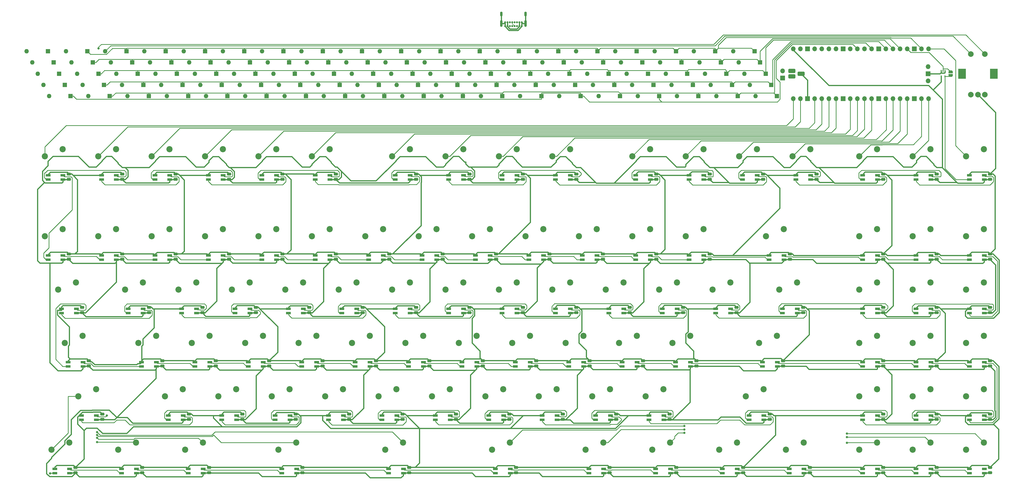
<source format=gbl>
G04 #@! TF.GenerationSoftware,KiCad,Pcbnew,(6.0.0)*
G04 #@! TF.CreationDate,2022-04-02T17:53:52-07:00*
G04 #@! TF.ProjectId,keyboard_exposed_diodes_standard_tkl,6b657962-6f61-4726-945f-6578706f7365,rev?*
G04 #@! TF.SameCoordinates,Original*
G04 #@! TF.FileFunction,Copper,L2,Bot*
G04 #@! TF.FilePolarity,Positive*
%FSLAX46Y46*%
G04 Gerber Fmt 4.6, Leading zero omitted, Abs format (unit mm)*
G04 Created by KiCad (PCBNEW (6.0.0)) date 2022-04-02 17:53:52*
%MOMM*%
%LPD*%
G01*
G04 APERTURE LIST*
G04 Aperture macros list*
%AMRoundRect*
0 Rectangle with rounded corners*
0 $1 Rounding radius*
0 $2 $3 $4 $5 $6 $7 $8 $9 X,Y pos of 4 corners*
0 Add a 4 corners polygon primitive as box body*
4,1,4,$2,$3,$4,$5,$6,$7,$8,$9,$2,$3,0*
0 Add four circle primitives for the rounded corners*
1,1,$1+$1,$2,$3*
1,1,$1+$1,$4,$5*
1,1,$1+$1,$6,$7*
1,1,$1+$1,$8,$9*
0 Add four rect primitives between the rounded corners*
20,1,$1+$1,$2,$3,$4,$5,0*
20,1,$1+$1,$4,$5,$6,$7,0*
20,1,$1+$1,$6,$7,$8,$9,0*
20,1,$1+$1,$8,$9,$2,$3,0*%
%AMFreePoly0*
4,1,22,0.500000,-0.750000,0.000000,-0.750000,0.000000,-0.745033,-0.079941,-0.743568,-0.215256,-0.701293,-0.333266,-0.622738,-0.424486,-0.514219,-0.481581,-0.384460,-0.499164,-0.250000,-0.500000,-0.250000,-0.500000,0.250000,-0.499164,0.250000,-0.499963,0.256109,-0.478152,0.396186,-0.417904,0.524511,-0.324060,0.630769,-0.204165,0.706417,-0.067858,0.745374,0.000000,0.744959,0.000000,0.750000,
0.500000,0.750000,0.500000,-0.750000,0.500000,-0.750000,$1*%
%AMFreePoly1*
4,1,20,0.000000,0.744959,0.073905,0.744508,0.209726,0.703889,0.328688,0.626782,0.421226,0.519385,0.479903,0.390333,0.500000,0.250000,0.500000,-0.250000,0.499851,-0.262216,0.476331,-0.402017,0.414519,-0.529596,0.319384,-0.634700,0.198574,-0.708877,0.061801,-0.746166,0.000000,-0.745033,0.000000,-0.750000,-0.500000,-0.750000,-0.500000,0.750000,0.000000,0.750000,0.000000,0.744959,
0.000000,0.744959,$1*%
G04 Aperture macros list end*
G04 #@! TA.AperFunction,ComponentPad*
%ADD10C,2.200000*%
G04 #@! TD*
G04 #@! TA.AperFunction,SMDPad,CuDef*
%ADD11R,1.800000X0.900000*%
G04 #@! TD*
G04 #@! TA.AperFunction,ComponentPad*
%ADD12R,1.600000X1.600000*%
G04 #@! TD*
G04 #@! TA.AperFunction,ComponentPad*
%ADD13O,1.600000X1.600000*%
G04 #@! TD*
G04 #@! TA.AperFunction,ComponentPad*
%ADD14R,1.700000X1.700000*%
G04 #@! TD*
G04 #@! TA.AperFunction,ComponentPad*
%ADD15O,1.700000X1.700000*%
G04 #@! TD*
G04 #@! TA.AperFunction,ComponentPad*
%ADD16C,0.700000*%
G04 #@! TD*
G04 #@! TA.AperFunction,ComponentPad*
%ADD17O,0.900000X2.400000*%
G04 #@! TD*
G04 #@! TA.AperFunction,ComponentPad*
%ADD18O,0.900000X1.700000*%
G04 #@! TD*
G04 #@! TA.AperFunction,ComponentPad*
%ADD19RoundRect,0.300000X0.950000X-0.450000X0.950000X0.450000X-0.950000X0.450000X-0.950000X-0.450000X0*%
G04 #@! TD*
G04 #@! TA.AperFunction,ComponentPad*
%ADD20R,2.800000X3.600000*%
G04 #@! TD*
G04 #@! TA.AperFunction,ComponentPad*
%ADD21C,2.000000*%
G04 #@! TD*
G04 #@! TA.AperFunction,SMDPad,CuDef*
%ADD22RoundRect,0.250000X0.475000X-0.250000X0.475000X0.250000X-0.475000X0.250000X-0.475000X-0.250000X0*%
G04 #@! TD*
G04 #@! TA.AperFunction,SMDPad,CuDef*
%ADD23R,0.400000X0.650000*%
G04 #@! TD*
G04 #@! TA.AperFunction,SMDPad,CuDef*
%ADD24FreePoly0,270.000000*%
G04 #@! TD*
G04 #@! TA.AperFunction,SMDPad,CuDef*
%ADD25FreePoly1,270.000000*%
G04 #@! TD*
G04 #@! TA.AperFunction,ViaPad*
%ADD26C,0.800000*%
G04 #@! TD*
G04 #@! TA.AperFunction,Conductor*
%ADD27C,0.400000*%
G04 #@! TD*
G04 #@! TA.AperFunction,Conductor*
%ADD28C,0.250000*%
G04 #@! TD*
G04 #@! TA.AperFunction,Conductor*
%ADD29C,0.200000*%
G04 #@! TD*
G04 APERTURE END LIST*
D10*
X384028750Y-282595000D03*
X377678750Y-285135000D03*
D11*
X384138750Y-293475000D03*
X384138750Y-291975000D03*
X378838750Y-293475000D03*
X378838750Y-291975000D03*
X374076250Y-311025000D03*
X374076250Y-312525000D03*
X379376250Y-311025000D03*
X379376250Y-312525000D03*
D10*
X372916250Y-304185000D03*
X379266250Y-301645000D03*
D11*
X143095000Y-253875000D03*
X143095000Y-255375000D03*
X148395000Y-253875000D03*
X148395000Y-255375000D03*
D10*
X141935000Y-247035000D03*
X148285000Y-244495000D03*
D11*
X162145000Y-253875000D03*
X162145000Y-255375000D03*
X167445000Y-253875000D03*
X167445000Y-255375000D03*
D10*
X160985000Y-247035000D03*
X167335000Y-244495000D03*
D11*
X181195000Y-253875000D03*
X181195000Y-255375000D03*
X186495000Y-253875000D03*
X186495000Y-255375000D03*
D10*
X180035000Y-247035000D03*
X186385000Y-244495000D03*
D11*
X200245000Y-253875000D03*
X200245000Y-255375000D03*
X205545000Y-253875000D03*
X205545000Y-255375000D03*
D10*
X199085000Y-247035000D03*
X205435000Y-244495000D03*
D11*
X219295000Y-253875000D03*
X219295000Y-255375000D03*
X224595000Y-253875000D03*
X224595000Y-255375000D03*
D10*
X218135000Y-247035000D03*
X224485000Y-244495000D03*
D11*
X238345000Y-253875000D03*
X238345000Y-255375000D03*
X243645000Y-253875000D03*
X243645000Y-255375000D03*
D10*
X237185000Y-247035000D03*
X243535000Y-244495000D03*
D11*
X257395000Y-253875000D03*
X257395000Y-255375000D03*
X262695000Y-253875000D03*
X262695000Y-255375000D03*
D10*
X256235000Y-247035000D03*
X262585000Y-244495000D03*
D11*
X276445000Y-253875000D03*
X276445000Y-255375000D03*
X281745000Y-253875000D03*
X281745000Y-255375000D03*
D10*
X275285000Y-247035000D03*
X281635000Y-244495000D03*
D11*
X295495000Y-253875000D03*
X295495000Y-255375000D03*
X300795000Y-253875000D03*
X300795000Y-255375000D03*
D10*
X294335000Y-247035000D03*
X300685000Y-244495000D03*
D11*
X157382500Y-291975000D03*
X157382500Y-293475000D03*
X162682500Y-291975000D03*
X162682500Y-293475000D03*
D10*
X156222500Y-285135000D03*
X162572500Y-282595000D03*
D11*
X243107500Y-311025000D03*
X243107500Y-312525000D03*
X248407500Y-311025000D03*
X248407500Y-312525000D03*
D10*
X241947500Y-304185000D03*
X248297500Y-301645000D03*
D11*
X381220000Y-253875000D03*
X381220000Y-255375000D03*
X386520000Y-253875000D03*
X386520000Y-255375000D03*
D10*
X380060000Y-247035000D03*
X386410000Y-244495000D03*
D11*
X385982500Y-272925000D03*
X385982500Y-274425000D03*
X391282500Y-272925000D03*
X391282500Y-274425000D03*
D10*
X384822500Y-266085000D03*
X391172500Y-263545000D03*
D11*
X205007500Y-311025000D03*
X205007500Y-312525000D03*
X210307500Y-311025000D03*
X210307500Y-312525000D03*
D10*
X203847500Y-304185000D03*
X210197500Y-301645000D03*
D11*
X195482500Y-291975000D03*
X195482500Y-293475000D03*
X200782500Y-291975000D03*
X200782500Y-293475000D03*
D10*
X194322500Y-285135000D03*
X200672500Y-282595000D03*
D11*
X333595000Y-253875000D03*
X333595000Y-255375000D03*
X338895000Y-253875000D03*
X338895000Y-255375000D03*
D10*
X332435000Y-247035000D03*
X338785000Y-244495000D03*
D11*
X414557500Y-272925000D03*
X414557500Y-274425000D03*
X419857500Y-272925000D03*
X419857500Y-274425000D03*
D10*
X413397500Y-266085000D03*
X419747500Y-263545000D03*
D11*
X433607500Y-330075000D03*
X433607500Y-331575000D03*
X438907500Y-330075000D03*
X438907500Y-331575000D03*
D10*
X432447500Y-323235000D03*
X438797500Y-320695000D03*
D11*
X190720000Y-272925000D03*
X190720000Y-274425000D03*
X196020000Y-272925000D03*
X196020000Y-274425000D03*
D10*
X189560000Y-266085000D03*
X195910000Y-263545000D03*
D11*
X433607500Y-272925000D03*
X433607500Y-274425000D03*
X438907500Y-272925000D03*
X438907500Y-274425000D03*
D10*
X432447500Y-266085000D03*
X438797500Y-263545000D03*
D11*
X352645000Y-253875000D03*
X352645000Y-255375000D03*
X357945000Y-253875000D03*
X357945000Y-255375000D03*
D10*
X351485000Y-247035000D03*
X357835000Y-244495000D03*
D11*
X143095000Y-225300000D03*
X143095000Y-226800000D03*
X148395000Y-225300000D03*
X148395000Y-226800000D03*
D10*
X141935000Y-218460000D03*
X148285000Y-215920000D03*
D11*
X207388750Y-330075000D03*
X207388750Y-331575000D03*
X212688750Y-330075000D03*
X212688750Y-331575000D03*
D10*
X206228750Y-323235000D03*
X212578750Y-320695000D03*
D11*
X283588750Y-330075000D03*
X283588750Y-331575000D03*
X288888750Y-330075000D03*
X288888750Y-331575000D03*
D10*
X282428750Y-323235000D03*
X288778750Y-320695000D03*
D11*
X414557500Y-291975000D03*
X414557500Y-293475000D03*
X419857500Y-291975000D03*
X419857500Y-293475000D03*
D10*
X413397500Y-285135000D03*
X419747500Y-282595000D03*
D11*
X414557500Y-311025000D03*
X414557500Y-312525000D03*
X419857500Y-311025000D03*
X419857500Y-312525000D03*
D10*
X413397500Y-304185000D03*
X419747500Y-301645000D03*
D11*
X433607500Y-291975000D03*
X433607500Y-293475000D03*
X438907500Y-291975000D03*
X438907500Y-293475000D03*
D10*
X432447500Y-285135000D03*
X438797500Y-282595000D03*
D11*
X452657500Y-291975000D03*
X452657500Y-293475000D03*
X457957500Y-291975000D03*
X457957500Y-293475000D03*
D10*
X451497500Y-285135000D03*
X457847500Y-282595000D03*
D11*
X452657500Y-311025000D03*
X452657500Y-312525000D03*
X457957500Y-311025000D03*
X457957500Y-312525000D03*
D10*
X451497500Y-304185000D03*
X457847500Y-301645000D03*
D11*
X162145000Y-225300000D03*
X162145000Y-226800000D03*
X167445000Y-225300000D03*
X167445000Y-226800000D03*
D10*
X160985000Y-218460000D03*
X167335000Y-215920000D03*
D11*
X181195000Y-225300000D03*
X181195000Y-226800000D03*
X186495000Y-225300000D03*
X186495000Y-226800000D03*
D10*
X180035000Y-218460000D03*
X186385000Y-215920000D03*
D11*
X200245000Y-225300000D03*
X200245000Y-226800000D03*
X205545000Y-225300000D03*
X205545000Y-226800000D03*
D10*
X199085000Y-218460000D03*
X205435000Y-215920000D03*
D11*
X247870000Y-225300000D03*
X247870000Y-226800000D03*
X253170000Y-225300000D03*
X253170000Y-226800000D03*
D10*
X246710000Y-218460000D03*
X253060000Y-215920000D03*
D11*
X285970000Y-225300000D03*
X285970000Y-226800000D03*
X291270000Y-225300000D03*
X291270000Y-226800000D03*
D10*
X284810000Y-218460000D03*
X291160000Y-215920000D03*
D11*
X305020000Y-225300000D03*
X305020000Y-226800000D03*
X310320000Y-225300000D03*
X310320000Y-226800000D03*
D10*
X303860000Y-218460000D03*
X310210000Y-215920000D03*
D11*
X371695000Y-225300000D03*
X371695000Y-226800000D03*
X376995000Y-225300000D03*
X376995000Y-226800000D03*
D10*
X370535000Y-218460000D03*
X376885000Y-215920000D03*
D11*
X214532500Y-291975000D03*
X214532500Y-293475000D03*
X219832500Y-291975000D03*
X219832500Y-293475000D03*
D10*
X213372500Y-285135000D03*
X219722500Y-282595000D03*
D11*
X338357500Y-311025000D03*
X338357500Y-312525000D03*
X343657500Y-311025000D03*
X343657500Y-312525000D03*
D10*
X337197500Y-304185000D03*
X343547500Y-301645000D03*
D11*
X233582500Y-291975000D03*
X233582500Y-293475000D03*
X238882500Y-291975000D03*
X238882500Y-293475000D03*
D10*
X232422500Y-285135000D03*
X238772500Y-282595000D03*
D11*
X252632500Y-291975000D03*
X252632500Y-293475000D03*
X257932500Y-291975000D03*
X257932500Y-293475000D03*
D10*
X251472500Y-285135000D03*
X257822500Y-282595000D03*
D11*
X433607500Y-253875000D03*
X433607500Y-255375000D03*
X438907500Y-253875000D03*
X438907500Y-255375000D03*
D10*
X432447500Y-247035000D03*
X438797500Y-244495000D03*
D11*
X285970000Y-272925000D03*
X285970000Y-274425000D03*
X291270000Y-272925000D03*
X291270000Y-274425000D03*
D10*
X284810000Y-266085000D03*
X291160000Y-263545000D03*
D11*
X414557500Y-253875000D03*
X414557500Y-255375000D03*
X419857500Y-253875000D03*
X419857500Y-255375000D03*
D10*
X413397500Y-247035000D03*
X419747500Y-244495000D03*
D11*
X290732500Y-291975000D03*
X290732500Y-293475000D03*
X296032500Y-291975000D03*
X296032500Y-293475000D03*
D10*
X289572500Y-285135000D03*
X295922500Y-282595000D03*
D11*
X309782500Y-291975000D03*
X309782500Y-293475000D03*
X315082500Y-291975000D03*
X315082500Y-293475000D03*
D10*
X308622500Y-285135000D03*
X314972500Y-282595000D03*
D11*
X174051250Y-330075000D03*
X174051250Y-331575000D03*
X179351250Y-330075000D03*
X179351250Y-331575000D03*
D10*
X172891250Y-323235000D03*
X179241250Y-320695000D03*
D11*
X414557500Y-330075000D03*
X414557500Y-331575000D03*
X419857500Y-330075000D03*
X419857500Y-331575000D03*
D10*
X413397500Y-323235000D03*
X419747500Y-320695000D03*
D11*
X150238750Y-330075000D03*
X150238750Y-331575000D03*
X155538750Y-330075000D03*
X155538750Y-331575000D03*
D10*
X149078750Y-323235000D03*
X155428750Y-320695000D03*
D11*
X281207500Y-311025000D03*
X281207500Y-312525000D03*
X286507500Y-311025000D03*
X286507500Y-312525000D03*
D10*
X280047500Y-304185000D03*
X286397500Y-301645000D03*
D11*
X364551250Y-330075000D03*
X364551250Y-331575000D03*
X369851250Y-330075000D03*
X369851250Y-331575000D03*
D10*
X363391250Y-323235000D03*
X369741250Y-320695000D03*
D11*
X262157500Y-311025000D03*
X262157500Y-312525000D03*
X267457500Y-311025000D03*
X267457500Y-312525000D03*
D10*
X260997500Y-304185000D03*
X267347500Y-301645000D03*
D11*
X305020000Y-272925000D03*
X305020000Y-274425000D03*
X310320000Y-272925000D03*
X310320000Y-274425000D03*
D10*
X303860000Y-266085000D03*
X310210000Y-263545000D03*
D11*
X452657500Y-225300000D03*
X452657500Y-226800000D03*
X457957500Y-225300000D03*
X457957500Y-226800000D03*
D10*
X451497500Y-218460000D03*
X457847500Y-215920000D03*
D11*
X452657500Y-272925000D03*
X452657500Y-274425000D03*
X457957500Y-272925000D03*
X457957500Y-274425000D03*
D10*
X451497500Y-266085000D03*
X457847500Y-263545000D03*
D11*
X452657500Y-253875000D03*
X452657500Y-255375000D03*
X457957500Y-253875000D03*
X457957500Y-255375000D03*
D10*
X451497500Y-247035000D03*
X457847500Y-244495000D03*
D11*
X414557500Y-225300000D03*
X414557500Y-226800000D03*
X419857500Y-225300000D03*
X419857500Y-226800000D03*
D10*
X413397500Y-218460000D03*
X419747500Y-215920000D03*
D11*
X152620000Y-272925000D03*
X152620000Y-274425000D03*
X157920000Y-272925000D03*
X157920000Y-274425000D03*
D10*
X151460000Y-266085000D03*
X157810000Y-263545000D03*
D11*
X347882500Y-291975000D03*
X347882500Y-293475000D03*
X353182500Y-291975000D03*
X353182500Y-293475000D03*
D10*
X346722500Y-285135000D03*
X353072500Y-282595000D03*
D11*
X209770000Y-272925000D03*
X209770000Y-274425000D03*
X215070000Y-272925000D03*
X215070000Y-274425000D03*
D10*
X208610000Y-266085000D03*
X214960000Y-263545000D03*
D11*
X362170000Y-272925000D03*
X362170000Y-274425000D03*
X367470000Y-272925000D03*
X367470000Y-274425000D03*
D10*
X361010000Y-266085000D03*
X367360000Y-263545000D03*
D11*
X452657500Y-330075000D03*
X452657500Y-331575000D03*
X457957500Y-330075000D03*
X457957500Y-331575000D03*
D10*
X451497500Y-323235000D03*
X457847500Y-320695000D03*
D11*
X176432500Y-291975000D03*
X176432500Y-293475000D03*
X181732500Y-291975000D03*
X181732500Y-293475000D03*
D10*
X175272500Y-285135000D03*
X181622500Y-282595000D03*
D11*
X433607500Y-225300000D03*
X433607500Y-226800000D03*
X438907500Y-225300000D03*
X438907500Y-226800000D03*
D10*
X432447500Y-218460000D03*
X438797500Y-215920000D03*
D11*
X245488750Y-330075000D03*
X245488750Y-331575000D03*
X250788750Y-330075000D03*
X250788750Y-331575000D03*
D10*
X244328750Y-323235000D03*
X250678750Y-320695000D03*
D11*
X228820000Y-272925000D03*
X228820000Y-274425000D03*
X234120000Y-272925000D03*
X234120000Y-274425000D03*
D10*
X227660000Y-266085000D03*
X234010000Y-263545000D03*
D11*
X266920000Y-272925000D03*
X266920000Y-274425000D03*
X272220000Y-272925000D03*
X272220000Y-274425000D03*
D10*
X265760000Y-266085000D03*
X272110000Y-263545000D03*
D11*
X433607500Y-311025000D03*
X433607500Y-312525000D03*
X438907500Y-311025000D03*
X438907500Y-312525000D03*
D10*
X432447500Y-304185000D03*
X438797500Y-301645000D03*
D11*
X171670000Y-272925000D03*
X171670000Y-274425000D03*
X176970000Y-272925000D03*
X176970000Y-274425000D03*
D10*
X170510000Y-266085000D03*
X176860000Y-263545000D03*
D11*
X185957500Y-311025000D03*
X185957500Y-312525000D03*
X191257500Y-311025000D03*
X191257500Y-312525000D03*
D10*
X184797500Y-304185000D03*
X191147500Y-301645000D03*
D11*
X247870000Y-272925000D03*
X247870000Y-274425000D03*
X253170000Y-272925000D03*
X253170000Y-274425000D03*
D10*
X246710000Y-266085000D03*
X253060000Y-263545000D03*
D11*
X271682500Y-291975000D03*
X271682500Y-293475000D03*
X276982500Y-291975000D03*
X276982500Y-293475000D03*
D10*
X270522500Y-285135000D03*
X276872500Y-282595000D03*
D11*
X343120000Y-272925000D03*
X343120000Y-274425000D03*
X348420000Y-272925000D03*
X348420000Y-274425000D03*
D10*
X341960000Y-266085000D03*
X348310000Y-263545000D03*
D11*
X352645000Y-225300000D03*
X352645000Y-226800000D03*
X357945000Y-225300000D03*
X357945000Y-226800000D03*
D10*
X351485000Y-218460000D03*
X357835000Y-215920000D03*
D11*
X219295000Y-225300000D03*
X219295000Y-226800000D03*
X224595000Y-225300000D03*
X224595000Y-226800000D03*
D10*
X218135000Y-218460000D03*
X224485000Y-215920000D03*
D11*
X266920000Y-225300000D03*
X266920000Y-226800000D03*
X272220000Y-225300000D03*
X272220000Y-226800000D03*
D10*
X265760000Y-218460000D03*
X272110000Y-215920000D03*
D11*
X316926250Y-330075000D03*
X316926250Y-331575000D03*
X322226250Y-330075000D03*
X322226250Y-331575000D03*
D10*
X315766250Y-323235000D03*
X322116250Y-320695000D03*
D11*
X300257500Y-311025000D03*
X300257500Y-312525000D03*
X305557500Y-311025000D03*
X305557500Y-312525000D03*
D10*
X299097500Y-304185000D03*
X305447500Y-301645000D03*
D11*
X128807500Y-272925000D03*
X128807500Y-274425000D03*
X134107500Y-272925000D03*
X134107500Y-274425000D03*
D10*
X127647500Y-266085000D03*
X133997500Y-263545000D03*
D11*
X135951250Y-311025000D03*
X135951250Y-312525000D03*
X141251250Y-311025000D03*
X141251250Y-312525000D03*
D10*
X134791250Y-304185000D03*
X141141250Y-301645000D03*
D11*
X126426250Y-330075000D03*
X126426250Y-331575000D03*
X131726250Y-330075000D03*
X131726250Y-331575000D03*
D10*
X125266250Y-323235000D03*
X131616250Y-320695000D03*
D11*
X124045000Y-225300000D03*
X124045000Y-226800000D03*
X129345000Y-225300000D03*
X129345000Y-226800000D03*
D10*
X122885000Y-218460000D03*
X129235000Y-215920000D03*
D11*
X131188750Y-291975000D03*
X131188750Y-293475000D03*
X136488750Y-291975000D03*
X136488750Y-293475000D03*
D10*
X130028750Y-285135000D03*
X136378750Y-282595000D03*
D11*
X124045000Y-253875000D03*
X124045000Y-255375000D03*
X129345000Y-253875000D03*
X129345000Y-255375000D03*
D10*
X122885000Y-247035000D03*
X129235000Y-244495000D03*
D11*
X224057500Y-311025000D03*
X224057500Y-312525000D03*
X229357500Y-311025000D03*
X229357500Y-312525000D03*
D10*
X222897500Y-304185000D03*
X229247500Y-301645000D03*
D11*
X328832500Y-291975000D03*
X328832500Y-293475000D03*
X334132500Y-291975000D03*
X334132500Y-293475000D03*
D10*
X327672500Y-285135000D03*
X334022500Y-282595000D03*
D11*
X340738750Y-330075000D03*
X340738750Y-331575000D03*
X346038750Y-330075000D03*
X346038750Y-331575000D03*
D10*
X339578750Y-323235000D03*
X345928750Y-320695000D03*
D11*
X324070000Y-272925000D03*
X324070000Y-274425000D03*
X329370000Y-272925000D03*
X329370000Y-274425000D03*
D10*
X322910000Y-266085000D03*
X329260000Y-263545000D03*
D11*
X333595000Y-225300000D03*
X333595000Y-226800000D03*
X338895000Y-225300000D03*
X338895000Y-226800000D03*
D10*
X332435000Y-218460000D03*
X338785000Y-215920000D03*
D11*
X388363750Y-330075000D03*
X388363750Y-331575000D03*
X393663750Y-330075000D03*
X393663750Y-331575000D03*
D10*
X387203750Y-323235000D03*
X393553750Y-320695000D03*
D11*
X319307500Y-311025000D03*
X319307500Y-312525000D03*
X324607500Y-311025000D03*
X324607500Y-312525000D03*
D10*
X318147500Y-304185000D03*
X324497500Y-301645000D03*
D12*
X124000000Y-181000000D03*
D13*
X116380000Y-181000000D03*
D12*
X370000000Y-197000000D03*
D13*
X362380000Y-197000000D03*
D12*
X340000000Y-193000000D03*
D13*
X332380000Y-193000000D03*
D12*
X140000000Y-185000000D03*
D13*
X132380000Y-185000000D03*
D14*
X386000000Y-190540000D03*
D15*
X386000000Y-188000000D03*
D16*
X293000000Y-172025000D03*
X292150000Y-172025000D03*
X291300000Y-172025000D03*
X290450000Y-172025000D03*
X289600000Y-172025000D03*
X288750000Y-172025000D03*
X287900000Y-172025000D03*
X287050000Y-172025000D03*
X287050000Y-170675000D03*
X287900000Y-170675000D03*
X288750000Y-170675000D03*
X289600000Y-170675000D03*
X290450000Y-170675000D03*
X291300000Y-170675000D03*
X292150000Y-170675000D03*
X293000000Y-170675000D03*
D17*
X294350000Y-171045000D03*
D18*
X294350000Y-167665000D03*
D17*
X285700000Y-171045000D03*
D18*
X285700000Y-167665000D03*
D15*
X389870000Y-197890000D03*
X392410000Y-197890000D03*
D14*
X394950000Y-197890000D03*
D15*
X397490000Y-197890000D03*
X400030000Y-197890000D03*
X402570000Y-197890000D03*
X405110000Y-197890000D03*
D14*
X407650000Y-197890000D03*
D15*
X410190000Y-197890000D03*
X412730000Y-197890000D03*
X415270000Y-197890000D03*
X417810000Y-197890000D03*
D14*
X420350000Y-197890000D03*
D15*
X422890000Y-197890000D03*
X425430000Y-197890000D03*
X427970000Y-197890000D03*
X430510000Y-197890000D03*
D14*
X433050000Y-197890000D03*
D15*
X435590000Y-197890000D03*
X438130000Y-197890000D03*
X438130000Y-180110000D03*
X435590000Y-180110000D03*
D14*
X433050000Y-180110000D03*
D15*
X430510000Y-180110000D03*
X427970000Y-180110000D03*
X425430000Y-180110000D03*
X422890000Y-180110000D03*
D14*
X420350000Y-180110000D03*
D15*
X417810000Y-180110000D03*
X415270000Y-180110000D03*
X412730000Y-180110000D03*
X410190000Y-180110000D03*
D14*
X407650000Y-180110000D03*
D15*
X405110000Y-180110000D03*
X402570000Y-180110000D03*
X400030000Y-180110000D03*
X397490000Y-180110000D03*
D14*
X394950000Y-180110000D03*
D15*
X392410000Y-180110000D03*
X389870000Y-180110000D03*
X437900000Y-191540000D03*
D14*
X437900000Y-189000000D03*
D15*
X437900000Y-186460000D03*
D19*
X392630000Y-189000000D03*
X389350000Y-188000000D03*
X389330000Y-190000000D03*
D12*
X338000000Y-189000000D03*
D13*
X330380000Y-189000000D03*
D12*
X226000000Y-189000000D03*
D13*
X218380000Y-189000000D03*
D12*
X310000000Y-189000000D03*
D13*
X302380000Y-189000000D03*
D12*
X300000000Y-197000000D03*
D13*
X292380000Y-197000000D03*
D12*
X296000000Y-189000000D03*
D13*
X288380000Y-189000000D03*
D12*
X282000000Y-189000000D03*
D13*
X274380000Y-189000000D03*
D12*
X142000000Y-189000000D03*
D13*
X134380000Y-189000000D03*
D12*
X194000000Y-181000000D03*
D13*
X186380000Y-181000000D03*
D12*
X328000000Y-197000000D03*
D13*
X320380000Y-197000000D03*
D12*
X160000000Y-197000000D03*
D13*
X152380000Y-197000000D03*
D12*
X180000000Y-181000000D03*
D13*
X172380000Y-181000000D03*
D20*
X450000000Y-189000000D03*
X461400000Y-189000000D03*
D21*
X453200000Y-196500000D03*
X458200000Y-196500000D03*
X455700000Y-196500000D03*
X453200000Y-182000000D03*
X458200000Y-182000000D03*
D12*
X286000000Y-197000000D03*
D13*
X278380000Y-197000000D03*
D12*
X240000000Y-189000000D03*
D13*
X232380000Y-189000000D03*
D12*
X322000000Y-185000000D03*
D13*
X314380000Y-185000000D03*
D12*
X362000000Y-181000000D03*
D13*
X354380000Y-181000000D03*
D12*
X324000000Y-189000000D03*
D13*
X316380000Y-189000000D03*
D12*
X384000000Y-197000000D03*
D13*
X376380000Y-197000000D03*
D12*
X308000000Y-185000000D03*
D13*
X300380000Y-185000000D03*
D12*
X334000000Y-181000000D03*
D13*
X326380000Y-181000000D03*
D12*
X258000000Y-197000000D03*
D13*
X250380000Y-197000000D03*
D12*
X242000000Y-193000000D03*
D13*
X234380000Y-193000000D03*
D12*
X154000000Y-185000000D03*
D13*
X146380000Y-185000000D03*
D12*
X342000000Y-197000000D03*
D13*
X334380000Y-197000000D03*
D12*
X172000000Y-193000000D03*
D13*
X164380000Y-193000000D03*
D12*
X144000000Y-193000000D03*
D13*
X136380000Y-193000000D03*
D12*
X212000000Y-189000000D03*
D13*
X204380000Y-189000000D03*
D12*
X244000000Y-197000000D03*
D13*
X236380000Y-197000000D03*
D12*
X314000000Y-197000000D03*
D13*
X306380000Y-197000000D03*
D12*
X280000000Y-185000000D03*
D13*
X272380000Y-185000000D03*
D12*
X202000000Y-197000000D03*
D13*
X194380000Y-197000000D03*
D12*
X320000000Y-181000000D03*
D13*
X312380000Y-181000000D03*
D12*
X182000000Y-185000000D03*
D13*
X174380000Y-185000000D03*
D12*
X364000000Y-185000000D03*
D13*
X356380000Y-185000000D03*
D12*
X378000000Y-185000000D03*
D13*
X370380000Y-185000000D03*
D12*
X284000000Y-193000000D03*
D13*
X276380000Y-193000000D03*
D12*
X264000000Y-181000000D03*
D13*
X256380000Y-181000000D03*
D12*
X130000000Y-193000000D03*
D13*
X122380000Y-193000000D03*
D12*
X254000000Y-189000000D03*
D13*
X246380000Y-189000000D03*
D12*
X200000000Y-193000000D03*
D13*
X192380000Y-193000000D03*
D12*
X350000000Y-185000000D03*
D13*
X342380000Y-185000000D03*
D12*
X252000000Y-185000000D03*
D13*
X244380000Y-185000000D03*
D12*
X228000000Y-193000000D03*
D13*
X220380000Y-193000000D03*
D12*
X270000000Y-193000000D03*
D13*
X262380000Y-193000000D03*
D12*
X126000000Y-185000000D03*
D13*
X118380000Y-185000000D03*
D12*
X132000000Y-197000000D03*
D13*
X124380000Y-197000000D03*
D12*
X348000000Y-181000000D03*
D13*
X340380000Y-181000000D03*
D12*
X356000000Y-197000000D03*
D13*
X348380000Y-197000000D03*
D12*
X268000000Y-189000000D03*
D13*
X260380000Y-189000000D03*
D12*
X256000000Y-193000000D03*
D13*
X248380000Y-193000000D03*
D12*
X230000000Y-197000000D03*
D13*
X222380000Y-197000000D03*
D12*
X170000000Y-189000000D03*
D13*
X162380000Y-189000000D03*
D12*
X174000000Y-197000000D03*
D13*
X166380000Y-197000000D03*
D12*
X166000000Y-181000000D03*
D13*
X158380000Y-181000000D03*
D12*
X210000000Y-185000000D03*
D13*
X202380000Y-185000000D03*
D12*
X186000000Y-193000000D03*
D13*
X178380000Y-193000000D03*
D12*
X278000000Y-181000000D03*
D13*
X270380000Y-181000000D03*
D12*
X266000000Y-185000000D03*
D13*
X258380000Y-185000000D03*
D12*
X152000000Y-181000000D03*
D13*
X144380000Y-181000000D03*
D12*
X184000000Y-189000000D03*
D13*
X176380000Y-189000000D03*
D12*
X366000000Y-189000000D03*
D13*
X358380000Y-189000000D03*
D12*
X188000000Y-197000000D03*
D13*
X180380000Y-197000000D03*
D12*
X158000000Y-193000000D03*
D13*
X150380000Y-193000000D03*
D12*
X298000000Y-193000000D03*
D13*
X290380000Y-193000000D03*
D12*
X128000000Y-189000000D03*
D13*
X120380000Y-189000000D03*
D12*
X272000000Y-197000000D03*
D13*
X264380000Y-197000000D03*
D12*
X352000000Y-189000000D03*
D13*
X344380000Y-189000000D03*
D12*
X382000000Y-193000000D03*
D13*
X374380000Y-193000000D03*
D12*
X368000000Y-193000000D03*
D13*
X360380000Y-193000000D03*
D12*
X208000000Y-181000000D03*
D13*
X200380000Y-181000000D03*
D12*
X196000000Y-185000000D03*
D13*
X188380000Y-185000000D03*
D12*
X216000000Y-197000000D03*
D13*
X208380000Y-197000000D03*
D12*
X326000000Y-193000000D03*
D13*
X318380000Y-193000000D03*
D12*
X198000000Y-189000000D03*
D13*
X190380000Y-189000000D03*
D12*
X138000000Y-181000000D03*
D13*
X130380000Y-181000000D03*
D12*
X336000000Y-185000000D03*
D13*
X328380000Y-185000000D03*
D12*
X376000000Y-181000000D03*
D13*
X368380000Y-181000000D03*
D12*
X214000000Y-193000000D03*
D13*
X206380000Y-193000000D03*
D12*
X306000000Y-181000000D03*
D13*
X298380000Y-181000000D03*
D12*
X236000000Y-181000000D03*
D13*
X228380000Y-181000000D03*
D12*
X292000000Y-181000000D03*
D13*
X284380000Y-181000000D03*
D12*
X294000000Y-185000000D03*
D13*
X286380000Y-185000000D03*
D12*
X156000000Y-189000000D03*
D13*
X148380000Y-189000000D03*
D12*
X354000000Y-193000000D03*
D13*
X346380000Y-193000000D03*
D12*
X168000000Y-185000000D03*
D13*
X160380000Y-185000000D03*
D12*
X146000000Y-197000000D03*
D13*
X138380000Y-197000000D03*
D12*
X224000000Y-185000000D03*
D13*
X216380000Y-185000000D03*
D12*
X222000000Y-181000000D03*
D13*
X214380000Y-181000000D03*
D12*
X380000000Y-189000000D03*
D13*
X372380000Y-189000000D03*
D12*
X238000000Y-185000000D03*
D13*
X230380000Y-185000000D03*
D12*
X312000000Y-193000000D03*
D13*
X304380000Y-193000000D03*
D12*
X250000000Y-181000000D03*
D13*
X242380000Y-181000000D03*
D11*
X314545000Y-253875000D03*
X314545000Y-255375000D03*
X319845000Y-253875000D03*
X319845000Y-255375000D03*
D10*
X313385000Y-247035000D03*
X319735000Y-244495000D03*
D11*
X390745000Y-225300000D03*
X390745000Y-226800000D03*
X396045000Y-225300000D03*
X396045000Y-226800000D03*
D10*
X389585000Y-218460000D03*
X395935000Y-215920000D03*
D11*
X166907500Y-311025000D03*
X166907500Y-312525000D03*
X172207500Y-311025000D03*
X172207500Y-312525000D03*
D10*
X165747500Y-304185000D03*
X172097500Y-301645000D03*
D22*
X143351250Y-312425000D03*
X143351250Y-310525000D03*
X441007500Y-331475000D03*
X441007500Y-329575000D03*
X255270000Y-226700000D03*
X255270000Y-224800000D03*
X169545000Y-226700000D03*
X169545000Y-224800000D03*
X183832500Y-293375000D03*
X183832500Y-291475000D03*
X212407500Y-312425000D03*
X212407500Y-310525000D03*
X336232500Y-293375000D03*
X336232500Y-291475000D03*
X179070000Y-274325000D03*
X179070000Y-272425000D03*
X302895000Y-255275000D03*
X302895000Y-253375000D03*
X421957500Y-226700000D03*
X421957500Y-224800000D03*
X369570000Y-274325000D03*
X369570000Y-272425000D03*
X202882500Y-293375000D03*
X202882500Y-291475000D03*
X260032500Y-293375000D03*
X260032500Y-291475000D03*
X340995000Y-255275000D03*
X340995000Y-253375000D03*
X217170000Y-274325000D03*
X217170000Y-272425000D03*
X231457500Y-312425000D03*
X231457500Y-310525000D03*
X214788750Y-331475000D03*
X214788750Y-329575000D03*
X441007500Y-226700000D03*
X441007500Y-224800000D03*
X293370000Y-274325000D03*
X293370000Y-272425000D03*
X283845000Y-255275000D03*
X283845000Y-253375000D03*
X274320000Y-226700000D03*
X274320000Y-224800000D03*
X150495000Y-226700000D03*
X150495000Y-224800000D03*
X198120000Y-274325000D03*
X198120000Y-272425000D03*
X441007500Y-312425000D03*
X441007500Y-310525000D03*
X331470000Y-274325000D03*
X331470000Y-272425000D03*
X279082500Y-293375000D03*
X279082500Y-291475000D03*
X421957500Y-255275000D03*
X421957500Y-253375000D03*
X298132500Y-293375000D03*
X298132500Y-291475000D03*
X133826250Y-331475000D03*
X133826250Y-329575000D03*
X421957500Y-274325000D03*
X421957500Y-272425000D03*
X371951250Y-331475000D03*
X371951250Y-329575000D03*
X160020000Y-274325000D03*
X160020000Y-272425000D03*
X317182500Y-293375000D03*
X317182500Y-291475000D03*
X236220000Y-274325000D03*
X236220000Y-272425000D03*
X460057500Y-255275000D03*
X460057500Y-253375000D03*
X226695000Y-226700000D03*
X226695000Y-224800000D03*
X240982500Y-293375000D03*
X240982500Y-291475000D03*
X274320000Y-274325000D03*
X274320000Y-272425000D03*
X188595000Y-255275000D03*
X188595000Y-253375000D03*
X350520000Y-274325000D03*
X350520000Y-272425000D03*
X441007500Y-255275000D03*
X441007500Y-253375000D03*
X138588750Y-293375000D03*
X138588750Y-291475000D03*
X131445000Y-255275000D03*
X131445000Y-253375000D03*
X355282500Y-293375000D03*
X355282500Y-291475000D03*
X174307500Y-312425000D03*
X174307500Y-310525000D03*
X348138750Y-331475000D03*
X348138750Y-329575000D03*
X164782500Y-293375000D03*
X164782500Y-291475000D03*
X395763750Y-331475000D03*
X395763750Y-329575000D03*
X290988750Y-331475000D03*
X290988750Y-329575000D03*
X255270000Y-274325000D03*
X255270000Y-272425000D03*
X312420000Y-274325000D03*
X312420000Y-272425000D03*
X460057500Y-293375000D03*
X460057500Y-291475000D03*
X250507500Y-312425000D03*
X250507500Y-310525000D03*
X321945000Y-255275000D03*
X321945000Y-253375000D03*
X379095000Y-226700000D03*
X379095000Y-224800000D03*
X288607500Y-312425000D03*
X288607500Y-310525000D03*
X360045000Y-255275000D03*
X360045000Y-253375000D03*
X421957500Y-293375000D03*
X421957500Y-291475000D03*
X131445000Y-226700000D03*
X131445000Y-224800000D03*
X226695000Y-255275000D03*
X226695000Y-253375000D03*
X157638750Y-331475000D03*
X157638750Y-329575000D03*
X312420000Y-226700000D03*
X312420000Y-224800000D03*
X460057500Y-312425000D03*
X460057500Y-310525000D03*
X324326250Y-331475000D03*
X324326250Y-329575000D03*
X388620000Y-255275000D03*
X388620000Y-253375000D03*
X207645000Y-255275000D03*
X207645000Y-253375000D03*
X393382500Y-274325000D03*
X393382500Y-272425000D03*
X207645000Y-226700000D03*
X207645000Y-224800000D03*
X252888750Y-331475000D03*
X252888750Y-329575000D03*
X221932500Y-293375000D03*
X221932500Y-291475000D03*
X340995000Y-226700000D03*
X340995000Y-224800000D03*
X421957500Y-331475000D03*
X421957500Y-329575000D03*
X421957500Y-312425000D03*
X421957500Y-310525000D03*
X441007500Y-293375000D03*
X441007500Y-291475000D03*
X264795000Y-255275000D03*
X264795000Y-253375000D03*
X169545000Y-255275000D03*
X169545000Y-253375000D03*
X441007500Y-274325000D03*
X441007500Y-272425000D03*
X193357500Y-312425000D03*
X193357500Y-310525000D03*
X460057500Y-331475000D03*
X460057500Y-329575000D03*
X136207500Y-274325000D03*
X136207500Y-272425000D03*
X181451250Y-331475000D03*
X181451250Y-329575000D03*
X386238750Y-293375000D03*
X386238750Y-291475000D03*
X460057500Y-274325000D03*
X460057500Y-272425000D03*
X360045000Y-226700000D03*
X360045000Y-224800000D03*
X293370000Y-226700000D03*
X293370000Y-224800000D03*
X188595000Y-226700000D03*
X188595000Y-224800000D03*
X245745000Y-255275000D03*
X245745000Y-253375000D03*
X326707500Y-312425000D03*
X326707500Y-310525000D03*
X345757500Y-312425000D03*
X345757500Y-310525000D03*
X307657500Y-312425000D03*
X307657500Y-310525000D03*
X381476250Y-312425000D03*
X381476250Y-310525000D03*
X269557500Y-312425000D03*
X269557500Y-310525000D03*
X460057500Y-226700000D03*
X460057500Y-224800000D03*
X150495000Y-255275000D03*
X150495000Y-253375000D03*
X398145000Y-226700000D03*
X398145000Y-224800000D03*
D23*
X442600000Y-188050000D03*
X443250000Y-188050000D03*
X443900000Y-188050000D03*
X443900000Y-189950000D03*
X442600000Y-189950000D03*
D24*
X446000000Y-188350000D03*
D25*
X446000000Y-189650000D03*
D26*
X409000000Y-318750000D03*
X141512653Y-317987347D03*
X351000000Y-314750000D03*
X141500000Y-319000000D03*
X409000000Y-320750000D03*
X141500000Y-320500000D03*
X351000000Y-316000000D03*
X409000000Y-317500000D03*
X351000000Y-317250000D03*
X141518939Y-316968328D03*
X142000000Y-180000000D03*
X124750000Y-331675020D03*
X145000000Y-311000000D03*
D27*
X352757500Y-294700000D02*
X337507500Y-294700000D01*
X122000000Y-223800000D02*
X124000000Y-221800000D01*
X331470000Y-274375000D02*
X329370000Y-274375000D01*
X236572989Y-308384511D02*
X236572989Y-296584511D01*
X195970000Y-275275000D02*
X195970000Y-274425000D01*
X438907500Y-293425000D02*
X438857500Y-293475000D01*
X269557500Y-312475000D02*
X267457500Y-312475000D01*
X419857500Y-274375000D02*
X419807500Y-274425000D01*
X419807500Y-255375000D02*
X419857500Y-255325000D01*
X461082500Y-312475000D02*
X461874510Y-311682990D01*
X369570000Y-274375000D02*
X370595000Y-274375000D01*
X370000000Y-222500000D02*
X371895479Y-220604521D01*
X276982500Y-293425000D02*
X276932500Y-293475000D01*
X139963750Y-294800000D02*
X138588750Y-293425000D01*
X223050479Y-218550479D02*
X225000000Y-220500000D01*
X393613750Y-332425000D02*
X393338750Y-332700000D01*
X127500000Y-295000000D02*
X135763750Y-295000000D01*
X438532500Y-313700000D02*
X438857500Y-313375000D01*
X207645000Y-255325000D02*
X209020000Y-256700000D01*
X162682500Y-293425000D02*
X162632500Y-293475000D01*
X275570000Y-228000000D02*
X290800000Y-228000000D01*
X193357500Y-312475000D02*
X191257500Y-312475000D01*
X131445000Y-255325000D02*
X132820000Y-256700000D01*
X274320000Y-226750000D02*
X272220000Y-226750000D01*
X248407500Y-312475000D02*
X250507500Y-312475000D01*
X225000000Y-220500000D02*
X225000000Y-220812801D01*
X218164521Y-221316332D02*
X220930374Y-218550479D01*
X421957500Y-331525000D02*
X419857500Y-331525000D01*
X198250000Y-296807500D02*
X200582980Y-294474520D01*
X357420000Y-256700000D02*
X357895000Y-256225000D01*
X349363750Y-332750000D02*
X348138750Y-331525000D01*
X205495000Y-226800000D02*
X205545000Y-226750000D01*
X324557500Y-312525000D02*
X324607500Y-312475000D01*
X386520000Y-255325000D02*
X388620000Y-255325000D01*
X236220000Y-274375000D02*
X234120000Y-274375000D01*
X167395000Y-226800000D02*
X167445000Y-226750000D01*
X313469520Y-227799520D02*
X319299520Y-227799520D01*
X132820000Y-256700000D02*
X147870000Y-256700000D01*
X184185489Y-258484511D02*
X186445000Y-256225000D01*
X442600000Y-189950000D02*
X442600000Y-191900000D01*
X190424511Y-223924512D02*
X190424510Y-225945490D01*
X125295771Y-325954229D02*
X130016739Y-321233261D01*
X242650000Y-256600000D02*
X243595000Y-255655000D01*
X462000000Y-273289713D02*
X462000000Y-257267500D01*
X264795000Y-255325000D02*
X266170000Y-256700000D01*
X441007500Y-226750000D02*
X438907500Y-226750000D01*
X210257500Y-312525000D02*
X210307500Y-312475000D01*
X243645000Y-255325000D02*
X245745000Y-255325000D01*
X382551457Y-218550479D02*
X386500978Y-222500000D01*
X329370000Y-274375000D02*
X329320000Y-274425000D01*
X150495000Y-226750000D02*
X148395000Y-226750000D01*
X363010605Y-312525000D02*
X364035605Y-311500000D01*
X293370000Y-274375000D02*
X294595000Y-275600000D01*
X378951250Y-313750000D02*
X379326250Y-313375000D01*
X128920000Y-256600000D02*
X124658478Y-256600000D01*
X373126250Y-332700000D02*
X371951250Y-331525000D01*
X188595000Y-226750000D02*
X189845000Y-228000000D01*
X243595000Y-255655000D02*
X243595000Y-255375000D01*
X398133520Y-256700000D02*
X419332500Y-256700000D01*
X136207500Y-274375000D02*
X137532500Y-275700000D01*
X210307500Y-312475000D02*
X212407500Y-312475000D01*
X299407500Y-294700000D02*
X298132500Y-293425000D01*
X289584147Y-218500000D02*
X291069521Y-219985374D01*
X440000000Y-221500301D02*
X440999699Y-222500000D01*
X181395479Y-219985374D02*
X182830374Y-218550479D01*
X419807500Y-294325000D02*
X419632500Y-294500000D01*
X433807979Y-219985374D02*
X435293353Y-218500000D01*
X357945000Y-226750000D02*
X357895000Y-226800000D01*
X228369022Y-223566809D02*
X232052213Y-227250000D01*
X438482500Y-256600000D02*
X438857500Y-256225000D01*
X226695000Y-226750000D02*
X227945000Y-228000000D01*
X217170000Y-274375000D02*
X218195000Y-274375000D01*
X265789521Y-221538280D02*
X265789521Y-221316332D01*
X399000000Y-222500000D02*
X412465301Y-222500000D01*
X167020000Y-256600000D02*
X167395000Y-256225000D01*
X318357500Y-294600000D02*
X317182500Y-293425000D01*
X274799521Y-222299521D02*
X284078280Y-222299521D01*
X181682500Y-293475000D02*
X181682500Y-294325000D01*
X438857500Y-256225000D02*
X438857500Y-255375000D01*
X374375421Y-270594579D02*
X374375421Y-256817901D01*
X285420000Y-256900000D02*
X299850000Y-256900000D01*
X367100000Y-228100000D02*
X376495000Y-228100000D01*
X298132500Y-293425000D02*
X296032500Y-293425000D01*
X461750978Y-309311265D02*
X461750978Y-295118478D01*
X286457500Y-313375000D02*
X286457500Y-312525000D01*
X269557500Y-312475000D02*
X270832500Y-313750000D01*
X141251250Y-312475000D02*
X141201250Y-312525000D01*
X273000000Y-221187801D02*
X274111720Y-222299521D01*
X393663750Y-331525000D02*
X393613750Y-331575000D01*
X149000000Y-220790853D02*
X149000000Y-221012801D01*
X200445479Y-219985374D02*
X201880374Y-218550479D01*
X226695000Y-226750000D02*
X224595000Y-226750000D01*
X210257500Y-313375000D02*
X210257500Y-312525000D01*
X176970000Y-274375000D02*
X176920000Y-274425000D01*
X209020000Y-256700000D02*
X224070000Y-256700000D01*
X238682980Y-294474520D02*
X238357500Y-294800000D01*
X391232500Y-274425000D02*
X391282500Y-274375000D01*
X305220479Y-219985374D02*
X306655374Y-218550479D01*
X180295000Y-275600000D02*
X195645000Y-275600000D01*
X376945000Y-227650000D02*
X376945000Y-226800000D01*
X345988750Y-331575000D02*
X345988750Y-332425000D01*
X343657500Y-312475000D02*
X343607500Y-312525000D01*
X238832500Y-293475000D02*
X238832500Y-294325000D01*
X260032500Y-293425000D02*
X257932500Y-293425000D01*
X374375421Y-256817901D02*
X373932040Y-256374520D01*
X205145000Y-228000000D02*
X205495000Y-227650000D01*
X162482980Y-294474520D02*
X162157500Y-294800000D01*
X370501270Y-293425000D02*
X355282500Y-293425000D01*
X292150000Y-172131732D02*
X291281732Y-173000000D01*
X438857500Y-255375000D02*
X438907500Y-255325000D01*
X136207500Y-274375000D02*
X134107500Y-274375000D01*
X195645000Y-275600000D02*
X195970000Y-275275000D01*
X295607500Y-294700000D02*
X280357500Y-294700000D01*
X186495000Y-226750000D02*
X186445000Y-226800000D01*
X169545000Y-255325000D02*
X170920000Y-256700000D01*
X319795000Y-255375000D02*
X319845000Y-255325000D01*
X266170000Y-256700000D02*
X280900000Y-256700000D01*
X260250000Y-270420000D02*
X260250000Y-258620000D01*
X288838750Y-331575000D02*
X288838750Y-332425000D01*
X399000000Y-222500000D02*
X404299520Y-227799520D01*
X196020000Y-274375000D02*
X198120000Y-274375000D01*
X389870000Y-180549356D02*
X389870000Y-180110000D01*
X260250000Y-258620000D02*
X262495480Y-256374520D01*
X441007500Y-293425000D02*
X438907500Y-293425000D01*
X132551250Y-332800000D02*
X124550000Y-332800000D01*
X302895000Y-255325000D02*
X300795000Y-255325000D01*
X357895000Y-255375000D02*
X357945000Y-255325000D01*
X228624510Y-225845490D02*
X227720000Y-226750000D01*
X190424510Y-225945490D02*
X189620000Y-226750000D01*
X457907500Y-294325000D02*
X457732500Y-294500000D01*
X312420000Y-226750000D02*
X313469520Y-227799520D01*
X419857500Y-331525000D02*
X419807500Y-331575000D01*
X172157500Y-312525000D02*
X172207500Y-312475000D01*
X335230374Y-218550479D02*
X344451457Y-218550479D01*
X374157520Y-256600000D02*
X385700000Y-256600000D01*
X131726250Y-331525000D02*
X131676250Y-331575000D01*
X373932040Y-256374520D02*
X374157520Y-256600000D01*
X321851250Y-332750000D02*
X300352270Y-332750000D01*
X188595000Y-226750000D02*
X186495000Y-226750000D01*
X217403280Y-222299521D02*
X218164521Y-221538280D01*
X219832500Y-293425000D02*
X219782500Y-293475000D01*
X236572989Y-296584511D02*
X238682980Y-294474520D01*
X294595000Y-275600000D02*
X309900000Y-275600000D01*
X309900000Y-275600000D02*
X310270000Y-275230000D01*
X184859626Y-218550479D02*
X187625479Y-221316332D01*
X189620000Y-226750000D02*
X188595000Y-226750000D01*
X379376250Y-312475000D02*
X379326250Y-312525000D01*
X438432500Y-275700000D02*
X438857500Y-275275000D01*
X199089270Y-331525000D02*
X181451250Y-331525000D01*
X143351250Y-312475000D02*
X141251250Y-312475000D01*
X188587199Y-222500000D02*
X189000000Y-222500000D01*
X345613750Y-332800000D02*
X325601250Y-332800000D01*
X201880374Y-218550479D02*
X210920499Y-218550479D01*
X388652801Y-222500000D02*
X390945479Y-220207322D01*
X281745000Y-255325000D02*
X283845000Y-255325000D01*
X205120000Y-256600000D02*
X205495000Y-256225000D01*
X398145000Y-226750000D02*
X396045000Y-226750000D01*
X441007500Y-255325000D02*
X442382500Y-256700000D01*
X262645000Y-256225000D02*
X262645000Y-255375000D01*
X425500000Y-271857500D02*
X425500000Y-258867500D01*
X171700000Y-313700000D02*
X172157500Y-313242500D01*
X300745000Y-256005000D02*
X300745000Y-255375000D01*
X281695000Y-255905000D02*
X281695000Y-255375000D01*
X404600000Y-228100000D02*
X419357500Y-228100000D01*
X438857500Y-332425000D02*
X438532500Y-332750000D01*
X340995000Y-255325000D02*
X338895000Y-255325000D01*
X299127270Y-331525000D02*
X290988750Y-331525000D01*
X167445000Y-255325000D02*
X169545000Y-255325000D01*
X319600000Y-228100000D02*
X325900000Y-228100000D01*
X181732500Y-293425000D02*
X181682500Y-293475000D01*
X134850978Y-218500000D02*
X138650499Y-222299521D01*
X155488750Y-331575000D02*
X155488750Y-332425000D01*
X195970000Y-274425000D02*
X196020000Y-274375000D01*
X185207500Y-294800000D02*
X183832500Y-293425000D01*
X122745498Y-227799520D02*
X122000000Y-227054022D01*
X416192874Y-218550479D02*
X425413957Y-218550479D01*
X238882500Y-293425000D02*
X238832500Y-293475000D01*
X194382500Y-312475000D02*
X198250000Y-308607500D01*
X167395000Y-256225000D02*
X167395000Y-255375000D01*
X333795479Y-220207322D02*
X333795479Y-219985374D01*
X128945000Y-228000000D02*
X122945978Y-228000000D01*
X442082500Y-294500000D02*
X441007500Y-293425000D01*
X226486720Y-222299521D02*
X227101734Y-222299521D01*
X273000000Y-220500000D02*
X273000000Y-221187801D01*
X286507500Y-312475000D02*
X286457500Y-312525000D01*
X188595000Y-255325000D02*
X186495000Y-255325000D01*
X441007500Y-331525000D02*
X438907500Y-331525000D01*
X200732500Y-294325000D02*
X200582980Y-294474520D01*
X284078280Y-222299521D02*
X284839521Y-221538280D01*
X150487199Y-222500000D02*
X151500000Y-222500000D01*
X438857500Y-275275000D02*
X438857500Y-274425000D01*
X399194520Y-227799520D02*
X404299520Y-227799520D01*
X274672989Y-296584511D02*
X276782980Y-294474520D01*
X331502801Y-222500000D02*
X333795479Y-220207322D01*
X262495480Y-256374520D02*
X262645000Y-256225000D01*
X314882980Y-294474520D02*
X314657500Y-294700000D01*
X438532500Y-332750000D02*
X423182500Y-332750000D01*
X398145000Y-226750000D02*
X399194520Y-227799520D01*
X173050479Y-218550479D02*
X176799521Y-222299521D01*
X324326250Y-331525000D02*
X322226250Y-331525000D01*
X172207500Y-312475000D02*
X174307500Y-312475000D01*
X355282500Y-293425000D02*
X353182500Y-293425000D01*
X133826250Y-331525000D02*
X131726250Y-331525000D01*
X352982980Y-306274520D02*
X352982980Y-294474520D01*
X419807500Y-332425000D02*
X419432500Y-332800000D01*
X212638750Y-331575000D02*
X212638750Y-332425000D01*
X302895000Y-255325000D02*
X304170000Y-256600000D01*
X219357500Y-294750000D02*
X204207500Y-294750000D01*
X138650499Y-222299521D02*
X141203280Y-222299521D01*
X225000000Y-220812801D02*
X226486720Y-222299521D01*
X212688750Y-331525000D02*
X212638750Y-331575000D01*
X312412199Y-222500000D02*
X314000000Y-222500000D01*
X234120000Y-274375000D02*
X234070000Y-274425000D01*
X146709147Y-218500000D02*
X149000000Y-220790853D01*
X425413957Y-218550479D02*
X429162999Y-222299521D01*
X364035605Y-311500000D02*
X370752228Y-311500000D01*
X181307500Y-294700000D02*
X166057500Y-294700000D01*
X151745000Y-228000000D02*
X167000000Y-228000000D01*
X290800000Y-228000000D02*
X291220000Y-227580000D01*
X293370000Y-274375000D02*
X291270000Y-274375000D01*
X461750978Y-295118478D02*
X460057500Y-293425000D01*
X414757979Y-219985374D02*
X416192874Y-218550479D01*
X157870000Y-275275000D02*
X157870000Y-274425000D01*
X224595000Y-226750000D02*
X224545000Y-226800000D01*
X460057500Y-293425000D02*
X457957500Y-293425000D01*
X287900000Y-172131732D02*
X287900000Y-172025000D01*
X137532500Y-275700000D02*
X157445000Y-275700000D01*
X257507500Y-294700000D02*
X242257500Y-294700000D01*
X421957500Y-274375000D02*
X419857500Y-274375000D01*
X237151270Y-331525000D02*
X214788750Y-331525000D01*
X311000000Y-221087801D02*
X312412199Y-222500000D01*
X331470000Y-274375000D02*
X332695000Y-275600000D01*
X457957500Y-255325000D02*
X460057500Y-255325000D01*
X457907500Y-227650000D02*
X457907500Y-226800000D01*
X461874510Y-311682990D02*
X461874510Y-309434796D01*
X250738750Y-332425000D02*
X249913750Y-333250000D01*
X269557500Y-312475000D02*
X270582500Y-312475000D01*
X210920499Y-218550479D02*
X214669541Y-222299521D01*
X325601250Y-332800000D02*
X324326250Y-331525000D01*
X133826250Y-331525000D02*
X132551250Y-332800000D01*
X291281732Y-173000000D02*
X288768268Y-173000000D01*
X284839521Y-221538280D02*
X284839521Y-221160479D01*
X205495000Y-256225000D02*
X205495000Y-255375000D01*
X397038750Y-332800000D02*
X395763750Y-331525000D01*
X314000000Y-222500000D02*
X319299520Y-227799520D01*
X238876270Y-333250000D02*
X237151270Y-331525000D01*
X354280374Y-218550479D02*
X356309626Y-218550479D01*
X438857500Y-331575000D02*
X438857500Y-332425000D01*
X348138750Y-331525000D02*
X346038750Y-331525000D01*
X308682500Y-312475000D02*
X312750000Y-308407500D01*
X157638750Y-331525000D02*
X155538750Y-331525000D01*
X443000000Y-198079356D02*
X439710322Y-194789678D01*
X338895000Y-255325000D02*
X338845000Y-255375000D01*
X200314270Y-332750000D02*
X199089270Y-331525000D01*
X342370000Y-256700000D02*
X357420000Y-256700000D01*
X124654239Y-292154239D02*
X127500000Y-295000000D01*
X256495000Y-275600000D02*
X271845000Y-275600000D01*
X457957500Y-312475000D02*
X461082500Y-312475000D01*
X179351250Y-331525000D02*
X179301250Y-331575000D01*
X179070000Y-274375000D02*
X179927213Y-274375000D01*
X323320000Y-256700000D02*
X338370000Y-256700000D01*
X125730853Y-218500000D02*
X134850978Y-218500000D01*
X334082500Y-294325000D02*
X333807500Y-294600000D01*
X358000000Y-220500000D02*
X360000000Y-222500000D01*
X383413750Y-295000000D02*
X372076270Y-295000000D01*
X157920000Y-274375000D02*
X160020000Y-274375000D01*
X149000000Y-221012801D02*
X150487199Y-222500000D01*
X440000000Y-221278353D02*
X440000000Y-221500301D01*
X307657500Y-312475000D02*
X305557500Y-312475000D01*
X148345000Y-263405000D02*
X148345000Y-256225000D01*
X191257500Y-312475000D02*
X191207500Y-312525000D01*
X181451250Y-331525000D02*
X179351250Y-331525000D01*
X135201250Y-332900000D02*
X133826250Y-331525000D01*
X291270000Y-226750000D02*
X293370000Y-226750000D01*
X457957500Y-331525000D02*
X457907500Y-331575000D01*
X438857500Y-294325000D02*
X438582500Y-294600000D01*
X120250000Y-230295018D02*
X122745498Y-227799520D01*
X257932500Y-293425000D02*
X257882500Y-293475000D01*
X429162999Y-222299521D02*
X432200479Y-222299521D01*
X367470000Y-274375000D02*
X367420000Y-274425000D01*
X412465301Y-222500000D02*
X414757979Y-220207322D01*
X147775000Y-312475000D02*
X148500000Y-311750000D01*
X151770000Y-256600000D02*
X167020000Y-256600000D01*
X439710322Y-194789678D02*
X438121123Y-193200479D01*
X369570000Y-274375000D02*
X367470000Y-274375000D01*
X303420958Y-222299521D02*
X305220479Y-220500000D01*
X321945000Y-255325000D02*
X323320000Y-256700000D01*
X438582500Y-294600000D02*
X423132500Y-294600000D01*
X187625479Y-221316332D02*
X187625479Y-221538280D01*
X353182500Y-293425000D02*
X353132500Y-293475000D01*
X256295000Y-274375000D02*
X260250000Y-270420000D01*
X423007020Y-294474520D02*
X421957500Y-293425000D01*
X348045000Y-275600000D02*
X348370000Y-275275000D01*
X386238750Y-293425000D02*
X384138750Y-293425000D01*
X198152801Y-222500000D02*
X200445479Y-220207322D01*
X264795000Y-255325000D02*
X262695000Y-255325000D01*
X460057500Y-274375000D02*
X457957500Y-274375000D01*
X312420000Y-226750000D02*
X310320000Y-226750000D01*
X300352270Y-332750000D02*
X299127270Y-331525000D01*
X345757500Y-312475000D02*
X343657500Y-312475000D01*
X270832500Y-313750000D02*
X286082500Y-313750000D01*
X122945978Y-228000000D02*
X122745498Y-227799520D01*
X281695000Y-255375000D02*
X281745000Y-255325000D01*
X457957500Y-226750000D02*
X460057500Y-226750000D01*
X338845000Y-256225000D02*
X338845000Y-255375000D01*
X438907500Y-226750000D02*
X438857500Y-226800000D01*
X385700000Y-256600000D02*
X386470000Y-255830000D01*
X249505374Y-218550479D02*
X258726457Y-218550479D01*
X227101734Y-222299521D02*
X228369022Y-223566809D01*
X419857500Y-226750000D02*
X421957500Y-226750000D01*
X122000000Y-227054022D02*
X122000000Y-223800000D01*
X448500960Y-228100000D02*
X457457500Y-228100000D01*
X290988750Y-331525000D02*
X288888750Y-331525000D01*
X402521123Y-193200479D02*
X389870000Y-180549356D01*
X222285489Y-258484511D02*
X224395480Y-256374520D01*
X438857500Y-293475000D02*
X438857500Y-294325000D01*
X183832500Y-293425000D02*
X181732500Y-293425000D01*
X442382500Y-256700000D02*
X457432500Y-256700000D01*
X135575479Y-309174521D02*
X139615876Y-309174521D01*
X141203280Y-222299521D02*
X143295479Y-220207322D01*
X226695000Y-255325000D02*
X224595000Y-255325000D01*
X249913750Y-333250000D02*
X238876270Y-333250000D01*
X358000000Y-220240853D02*
X358000000Y-220500000D01*
X392430853Y-218500000D02*
X394359147Y-218500000D01*
X315032500Y-293475000D02*
X315032500Y-294325000D01*
X373330374Y-218550479D02*
X382551457Y-218550479D01*
X232052213Y-227250000D02*
X241027801Y-227250000D01*
X369570000Y-274375000D02*
X370795000Y-275600000D01*
X423232500Y-256600000D02*
X438482500Y-256600000D01*
X253120000Y-226800000D02*
X253170000Y-226750000D01*
X154200000Y-313700000D02*
X171700000Y-313700000D01*
X319845000Y-255325000D02*
X321945000Y-255325000D01*
X343607500Y-312525000D02*
X363010605Y-312525000D01*
X360000000Y-222500000D02*
X361500000Y-222500000D01*
X438907500Y-312475000D02*
X441007500Y-312475000D01*
X395763750Y-331525000D02*
X393663750Y-331525000D01*
X457957500Y-274375000D02*
X457907500Y-274425000D01*
X136488750Y-293425000D02*
X138588750Y-293425000D01*
X179927213Y-274375000D02*
X184185489Y-270116724D01*
X270534147Y-218500000D02*
X272534147Y-220500000D01*
X200782500Y-293425000D02*
X200732500Y-293475000D01*
X325900000Y-228100000D02*
X338400000Y-228100000D01*
X170920000Y-256700000D02*
X185970000Y-256700000D01*
X396758520Y-255325000D02*
X398133520Y-256700000D01*
X299850000Y-256900000D02*
X300745000Y-256005000D01*
X148395000Y-226750000D02*
X148345000Y-226800000D01*
X293370000Y-274375000D02*
X294227213Y-274375000D01*
X438857500Y-274425000D02*
X438907500Y-274375000D01*
X370795000Y-275600000D02*
X390907500Y-275600000D01*
X381476250Y-312475000D02*
X379376250Y-312475000D01*
X360045000Y-226750000D02*
X361094520Y-227799520D01*
X143295479Y-219985374D02*
X144780853Y-218500000D01*
X162157500Y-294800000D02*
X139963750Y-294800000D01*
X129345000Y-226750000D02*
X129295000Y-226800000D01*
X193357500Y-312475000D02*
X194582500Y-313700000D01*
X298485489Y-270116724D02*
X298485489Y-258264511D01*
X419857500Y-255325000D02*
X421957500Y-255325000D01*
X267457500Y-312475000D02*
X267407500Y-312525000D01*
X421957500Y-312475000D02*
X423182500Y-313700000D01*
X438857500Y-312525000D02*
X438907500Y-312475000D01*
X270582500Y-312475000D02*
X274672989Y-308384511D01*
X205495000Y-227650000D02*
X205495000Y-226800000D01*
X348200499Y-222299521D02*
X351200479Y-222299521D01*
X287500000Y-218500000D02*
X289584147Y-218500000D01*
X272534147Y-220500000D02*
X273000000Y-220500000D01*
X212313750Y-332750000D02*
X200314270Y-332750000D01*
X322176250Y-332425000D02*
X321851250Y-332750000D01*
X435293353Y-218500000D02*
X437221647Y-218500000D01*
X209932500Y-313700000D02*
X210257500Y-313375000D01*
X338895000Y-226750000D02*
X340995000Y-226750000D01*
X419807500Y-256225000D02*
X419807500Y-255375000D01*
X310270000Y-274425000D02*
X310320000Y-274375000D01*
X248070479Y-219985374D02*
X249505374Y-218550479D01*
X132299199Y-312450801D02*
X135575479Y-309174521D01*
X419857500Y-312475000D02*
X419807500Y-312525000D01*
X129295000Y-255375000D02*
X129295000Y-256225000D01*
X124650000Y-256600000D02*
X121100000Y-256600000D01*
X356309626Y-218550479D02*
X358000000Y-220240853D01*
X272170000Y-274425000D02*
X272220000Y-274375000D01*
X441007500Y-226750000D02*
X442057020Y-227799520D01*
X315082500Y-293425000D02*
X315032500Y-293475000D01*
X139615876Y-309174521D02*
X139739908Y-309050489D01*
X457907500Y-256225000D02*
X457907500Y-255375000D01*
X322226250Y-331525000D02*
X322176250Y-331575000D01*
X372076270Y-295000000D02*
X370501270Y-293425000D01*
X125295771Y-326313280D02*
X125295771Y-325954229D01*
X344451457Y-218550479D02*
X348200499Y-222299521D01*
X248357500Y-313375000D02*
X248357500Y-312525000D01*
X217170000Y-274375000D02*
X215070000Y-274375000D01*
X135763750Y-295000000D02*
X136438750Y-294325000D01*
X292150000Y-172025000D02*
X292150000Y-170675000D01*
X288838750Y-332425000D02*
X288513750Y-332750000D01*
X151520000Y-226750000D02*
X150495000Y-226750000D01*
X461874510Y-309434796D02*
X461750978Y-309311265D01*
X291270000Y-274375000D02*
X291220000Y-274425000D01*
X200257500Y-294800000D02*
X185207500Y-294800000D01*
X357895000Y-256225000D02*
X357895000Y-255375000D01*
X167395000Y-227605000D02*
X167395000Y-226800000D01*
X311000000Y-220865853D02*
X311000000Y-221087801D01*
X419807500Y-293475000D02*
X419807500Y-294325000D01*
X224545000Y-256225000D02*
X224545000Y-255375000D01*
X287900000Y-172025000D02*
X287900000Y-170675000D01*
X185970000Y-256700000D02*
X186445000Y-256225000D01*
X214788750Y-331525000D02*
X212688750Y-331525000D01*
X396000000Y-220362801D02*
X398137199Y-222500000D01*
X276782980Y-294474520D02*
X276357500Y-294900000D01*
X271845000Y-275600000D02*
X272170000Y-275275000D01*
X212638750Y-332425000D02*
X212313750Y-332750000D01*
X223307500Y-294800000D02*
X221932500Y-293425000D01*
X219782500Y-294325000D02*
X219357500Y-294750000D01*
X351500000Y-221330853D02*
X354280374Y-218550479D01*
X423182500Y-332750000D02*
X421957500Y-331525000D01*
X219782500Y-293475000D02*
X219782500Y-294325000D01*
X179700479Y-222299521D02*
X181395479Y-220604521D01*
X179301250Y-331575000D02*
X179301250Y-332425000D01*
X423007020Y-256374520D02*
X423232500Y-256600000D01*
X308684626Y-218550479D02*
X311000000Y-220865853D01*
X460057500Y-274375000D02*
X460914713Y-274375000D01*
X179070000Y-274375000D02*
X176970000Y-274375000D01*
X345988750Y-332425000D02*
X345613750Y-332800000D01*
X442900960Y-222500000D02*
X448200480Y-227799520D01*
X148500000Y-311750000D02*
X152250000Y-311750000D01*
X272220000Y-226750000D02*
X272170000Y-226800000D01*
X162632500Y-294325000D02*
X162482980Y-294474520D01*
X379326250Y-313375000D02*
X379326250Y-312525000D01*
X152250000Y-311750000D02*
X154200000Y-313700000D01*
X258726457Y-218550479D02*
X262475499Y-222299521D01*
X333795479Y-219985374D02*
X335230374Y-218550479D01*
X357945000Y-255325000D02*
X360045000Y-255325000D01*
X255270000Y-274375000D02*
X253170000Y-274375000D01*
X332495000Y-274375000D02*
X336500000Y-270370000D01*
X425500000Y-258867500D02*
X423007020Y-256374520D01*
X288888750Y-331525000D02*
X288838750Y-331575000D01*
X361500000Y-222500000D02*
X366799520Y-227799520D01*
X139739908Y-309050489D02*
X145800489Y-309050489D01*
X440999699Y-222500000D02*
X442900960Y-222500000D01*
X179301250Y-332425000D02*
X178826250Y-332900000D01*
X202882500Y-293425000D02*
X200782500Y-293425000D01*
X310291383Y-312525000D02*
X311466383Y-313700000D01*
X250738750Y-331575000D02*
X250738750Y-332425000D01*
X276932500Y-293475000D02*
X276932500Y-294325000D01*
X242257500Y-294700000D02*
X240982500Y-293425000D01*
X194582500Y-313700000D02*
X209932500Y-313700000D01*
X369476250Y-332750000D02*
X349363750Y-332750000D01*
X384088750Y-293475000D02*
X384088750Y-294325000D01*
X205545000Y-226750000D02*
X207645000Y-226750000D01*
X240982500Y-293425000D02*
X238882500Y-293425000D01*
X129295000Y-227650000D02*
X128945000Y-228000000D01*
X334082500Y-293475000D02*
X334082500Y-294325000D01*
X386470000Y-255830000D02*
X386470000Y-255375000D01*
X231457500Y-312475000D02*
X232482500Y-312475000D01*
X396000000Y-220000000D02*
X396000000Y-220362801D01*
X443000000Y-222500000D02*
X442900960Y-222500000D01*
X231457500Y-312475000D02*
X232782500Y-313800000D01*
X261507500Y-294900000D02*
X260032500Y-293425000D01*
X136438750Y-294325000D02*
X136438750Y-293475000D01*
X186495000Y-255325000D02*
X186445000Y-255375000D01*
X162345479Y-220207322D02*
X162345479Y-219985374D01*
X332695000Y-275600000D02*
X348045000Y-275600000D01*
X250788750Y-331525000D02*
X250738750Y-331575000D01*
X298485489Y-258264511D02*
X299850000Y-256900000D01*
X391282500Y-274375000D02*
X393382500Y-274375000D01*
X371895479Y-219985374D02*
X373330374Y-218550479D01*
X419432500Y-332800000D02*
X397038750Y-332800000D01*
X205495000Y-255375000D02*
X205545000Y-255325000D01*
X361094520Y-227799520D02*
X366799520Y-227799520D01*
X334132500Y-293425000D02*
X334082500Y-293475000D01*
X360045000Y-226750000D02*
X357945000Y-226750000D01*
X438907500Y-255325000D02*
X441007500Y-255325000D01*
X143351250Y-312475000D02*
X147775000Y-312475000D01*
X193357500Y-312475000D02*
X194382500Y-312475000D01*
X305557500Y-312475000D02*
X305507500Y-312525000D01*
X274111720Y-222299521D02*
X274799521Y-222299521D01*
X421957500Y-312475000D02*
X419857500Y-312475000D01*
X189845000Y-228000000D02*
X205145000Y-228000000D01*
X312750000Y-308407500D02*
X312750000Y-296607500D01*
X310320000Y-274375000D02*
X312420000Y-274375000D01*
X284839521Y-221160479D02*
X287500000Y-218500000D01*
X129345000Y-255325000D02*
X129295000Y-255375000D01*
X442282500Y-332800000D02*
X441007500Y-331525000D01*
X337507500Y-294700000D02*
X336232500Y-293425000D01*
X338800000Y-226845000D02*
X338895000Y-226750000D01*
X224395480Y-256374520D02*
X224545000Y-256225000D01*
X351200479Y-222299521D02*
X351500000Y-222000000D01*
X257882500Y-294325000D02*
X257507500Y-294700000D01*
X224070000Y-256700000D02*
X224395480Y-256374520D01*
X205545000Y-255325000D02*
X207645000Y-255325000D01*
X189000000Y-222500000D02*
X198152801Y-222500000D01*
X338800000Y-227700000D02*
X338800000Y-226845000D01*
X322176250Y-331575000D02*
X322176250Y-332425000D01*
X123500000Y-328109051D02*
X125295771Y-326313280D01*
X376945000Y-226800000D02*
X376995000Y-226750000D01*
X176799521Y-222299521D02*
X179700479Y-222299521D01*
X172157500Y-313242500D02*
X172157500Y-312525000D01*
X346038750Y-331525000D02*
X345988750Y-331575000D01*
X152500000Y-225770000D02*
X151520000Y-226750000D01*
X360045000Y-255325000D02*
X372882520Y-255325000D01*
X274799521Y-222299521D02*
X276124510Y-223624510D01*
X155488750Y-332425000D02*
X155013750Y-332900000D01*
X184185489Y-270116724D02*
X184185489Y-258484511D01*
X276124510Y-223624510D02*
X276124510Y-225802703D01*
X136207500Y-274375000D02*
X137375000Y-274375000D01*
X159013750Y-332900000D02*
X157638750Y-331525000D01*
X331502801Y-222500000D02*
X331500000Y-222500000D01*
X280900000Y-256700000D02*
X281695000Y-255905000D01*
X346782500Y-312475000D02*
X352982980Y-306274520D01*
X372882520Y-255325000D02*
X373932040Y-256374520D01*
X324607500Y-312475000D02*
X326707500Y-312475000D01*
X155013750Y-332900000D02*
X135201250Y-332900000D01*
X295982500Y-293475000D02*
X295982500Y-294325000D01*
X457732500Y-294500000D02*
X442082500Y-294500000D01*
X228624510Y-223822297D02*
X228624510Y-225845490D01*
X247020000Y-256600000D02*
X262270000Y-256600000D01*
X162482980Y-297767020D02*
X162482980Y-294474520D01*
X307657500Y-312475000D02*
X308682500Y-312475000D01*
X222285489Y-270284511D02*
X222285489Y-258484511D01*
X353132500Y-294325000D02*
X352982980Y-294474520D01*
X162345479Y-219985374D02*
X163780374Y-218550479D01*
X243595000Y-255375000D02*
X243645000Y-255325000D01*
X255270000Y-274375000D02*
X256495000Y-275600000D01*
X348370000Y-274425000D02*
X348420000Y-274375000D01*
X275177213Y-226750000D02*
X274320000Y-226750000D01*
X145800489Y-309050489D02*
X148500000Y-311750000D01*
X279082500Y-293425000D02*
X276982500Y-293425000D01*
X419857500Y-293425000D02*
X419807500Y-293475000D01*
X124550000Y-332800000D02*
X123500000Y-331750000D01*
X432200479Y-222299521D02*
X433807979Y-220692021D01*
X296032500Y-293425000D02*
X295982500Y-293475000D01*
X306655374Y-218550479D02*
X308684626Y-218550479D01*
X274320000Y-226750000D02*
X275570000Y-228000000D01*
X137375000Y-274375000D02*
X148345000Y-263405000D01*
X390945479Y-220207322D02*
X390945479Y-219985374D01*
X224595000Y-255325000D02*
X224545000Y-255375000D01*
X163780374Y-218550479D02*
X173050479Y-218550479D01*
X131445000Y-255325000D02*
X129345000Y-255325000D01*
X150495000Y-255325000D02*
X148395000Y-255325000D01*
X386500978Y-222500000D02*
X388652801Y-222500000D01*
X129295000Y-256225000D02*
X128920000Y-256600000D01*
X131445000Y-226750000D02*
X129345000Y-226750000D01*
X419632500Y-294500000D02*
X395452270Y-294500000D01*
X291220000Y-227580000D02*
X291220000Y-226800000D01*
X421957500Y-274375000D02*
X423282500Y-275700000D01*
X253170000Y-226750000D02*
X255270000Y-226750000D01*
X276932500Y-294325000D02*
X276782980Y-294474520D01*
X423282500Y-275700000D02*
X438432500Y-275700000D01*
X361500000Y-222500000D02*
X370000000Y-222500000D01*
X252888750Y-331525000D02*
X250788750Y-331525000D01*
X150495000Y-226750000D02*
X151745000Y-228000000D01*
X188595000Y-255325000D02*
X189870000Y-256600000D01*
X166057500Y-294700000D02*
X164782500Y-293425000D01*
X438121123Y-193200479D02*
X402521123Y-193200479D01*
X181395479Y-220604521D02*
X181395479Y-219985374D01*
X336500000Y-258570000D02*
X338845000Y-256225000D01*
X130016739Y-321233261D02*
X130016739Y-320032460D01*
X291069521Y-220207322D02*
X293161720Y-222299521D01*
X460914713Y-274375000D02*
X462000000Y-273289713D01*
X352982980Y-294474520D02*
X352757500Y-294700000D01*
X438907500Y-331525000D02*
X438857500Y-331575000D01*
X366799520Y-227799520D02*
X367100000Y-228100000D01*
X419357500Y-228100000D02*
X419807500Y-227650000D01*
X253120000Y-227380000D02*
X253120000Y-226800000D01*
X148395000Y-255325000D02*
X148345000Y-255375000D01*
X317182500Y-293425000D02*
X315082500Y-293425000D01*
X291069521Y-219985374D02*
X291069521Y-220207322D01*
X130016739Y-320032460D02*
X132299199Y-317750000D01*
X252500000Y-228000000D02*
X253120000Y-227380000D01*
X218164521Y-221538280D02*
X218164521Y-221316332D01*
X198250000Y-308607500D02*
X198250000Y-296807500D01*
X232782500Y-313800000D02*
X247932500Y-313800000D01*
X204207500Y-294750000D02*
X202882500Y-293425000D01*
X424997011Y-310460489D02*
X424997011Y-296464511D01*
X217170000Y-274375000D02*
X218395000Y-275600000D01*
X304170000Y-256600000D02*
X319420000Y-256600000D01*
X143295479Y-220207322D02*
X143295479Y-219985374D01*
X370595000Y-274375000D02*
X374375421Y-270594579D01*
X134107500Y-274375000D02*
X134057500Y-274425000D01*
X384088750Y-294325000D02*
X383413750Y-295000000D01*
X178826250Y-332900000D02*
X159013750Y-332900000D01*
X167395000Y-255375000D02*
X167445000Y-255325000D01*
X421957500Y-274375000D02*
X422982500Y-274375000D01*
X390945479Y-219985374D02*
X392430853Y-218500000D01*
X265028280Y-222299521D02*
X265789521Y-221538280D01*
X421957500Y-293425000D02*
X419857500Y-293425000D01*
X457432500Y-256700000D02*
X457907500Y-256225000D01*
X398137199Y-222500000D02*
X399000000Y-222500000D01*
X288513750Y-332750000D02*
X276476270Y-332750000D01*
X311466383Y-313700000D02*
X324232500Y-313700000D01*
X245745000Y-255325000D02*
X247020000Y-256600000D01*
X179070000Y-274375000D02*
X180295000Y-275600000D01*
X272220000Y-274375000D02*
X274320000Y-274375000D01*
X433807979Y-220692021D02*
X433807979Y-219985374D01*
X376995000Y-226750000D02*
X379095000Y-226750000D01*
X262695000Y-255325000D02*
X262645000Y-255375000D01*
X189000000Y-222500000D02*
X190424511Y-223924512D01*
X421957500Y-312475000D02*
X422982500Y-312475000D01*
X390907500Y-275600000D02*
X391232500Y-275275000D01*
X124654239Y-256595761D02*
X124654239Y-292154239D01*
X324232500Y-313700000D02*
X324557500Y-313375000D01*
X238357500Y-294800000D02*
X223307500Y-294800000D01*
X121100000Y-256600000D02*
X120250000Y-255750000D01*
X404299520Y-227799520D02*
X404600000Y-228100000D01*
X419332500Y-256700000D02*
X419807500Y-256225000D01*
X394359147Y-218500000D02*
X395859147Y-220000000D01*
X384138750Y-293425000D02*
X384088750Y-293475000D01*
X315032500Y-294325000D02*
X314882980Y-294474520D01*
X123500000Y-331750000D02*
X123500000Y-328109051D01*
X338370000Y-256700000D02*
X338845000Y-256225000D01*
X280357500Y-294700000D02*
X279082500Y-293425000D01*
X457907500Y-255375000D02*
X457957500Y-255325000D01*
X393338750Y-332700000D02*
X373126250Y-332700000D01*
X157870000Y-274425000D02*
X157920000Y-274375000D01*
X305220479Y-220500000D02*
X305220479Y-219985374D01*
X157445000Y-275700000D02*
X157870000Y-275275000D01*
X221932500Y-293425000D02*
X219832500Y-293425000D01*
X144780853Y-218500000D02*
X146709147Y-218500000D01*
X442600000Y-191900000D02*
X439710322Y-194789678D01*
X253170000Y-274375000D02*
X253120000Y-274425000D01*
X376495000Y-228100000D02*
X376945000Y-227650000D01*
X265789521Y-221316332D02*
X268605853Y-218500000D01*
X182830374Y-218550479D02*
X184859626Y-218550479D01*
X215070000Y-274375000D02*
X215020000Y-274425000D01*
X369801250Y-332425000D02*
X369476250Y-332750000D01*
X276357500Y-294900000D02*
X261507500Y-294900000D01*
X438857500Y-313375000D02*
X438857500Y-312525000D01*
X422982500Y-274375000D02*
X425500000Y-271857500D01*
X336500000Y-270370000D02*
X336500000Y-258570000D01*
X340995000Y-255325000D02*
X342370000Y-256700000D01*
X229357500Y-312475000D02*
X229307500Y-312525000D01*
X419807500Y-331575000D02*
X419807500Y-332425000D01*
X255270000Y-274375000D02*
X256295000Y-274375000D01*
X423132500Y-294600000D02*
X423007020Y-294474520D01*
X120250000Y-255750000D02*
X120250000Y-230295018D01*
X148345000Y-256225000D02*
X148345000Y-255375000D01*
X262270000Y-256600000D02*
X262495480Y-256374520D01*
X151500000Y-222500000D02*
X152500000Y-223500000D01*
X460057500Y-331525000D02*
X457957500Y-331525000D01*
X336232500Y-293425000D02*
X334132500Y-293425000D01*
X312750000Y-296607500D02*
X314882980Y-294474520D01*
X292150000Y-172025000D02*
X292150000Y-172131732D01*
X348370000Y-275275000D02*
X348370000Y-274425000D01*
X294227213Y-274375000D02*
X298485489Y-270116724D01*
X319420000Y-256600000D02*
X319795000Y-256225000D01*
X124658478Y-256600000D02*
X124654239Y-256595761D01*
X238832500Y-294325000D02*
X238682980Y-294474520D01*
X300745000Y-255955000D02*
X300745000Y-255375000D01*
X371951250Y-331525000D02*
X369851250Y-331525000D01*
X371895479Y-220604521D02*
X371895479Y-219985374D01*
X132299199Y-317750000D02*
X132299199Y-312450801D01*
X395859147Y-220000000D02*
X396000000Y-220000000D01*
X319795000Y-256225000D02*
X319795000Y-255375000D01*
X457907500Y-331575000D02*
X457907500Y-332425000D01*
X331470000Y-274375000D02*
X332495000Y-274375000D01*
X391232500Y-275275000D02*
X391232500Y-274425000D01*
X423182500Y-313700000D02*
X438532500Y-313700000D01*
X162632500Y-293475000D02*
X162632500Y-294325000D01*
X310270000Y-275230000D02*
X310270000Y-274425000D01*
X164782500Y-293425000D02*
X162682500Y-293425000D01*
X457532500Y-332800000D02*
X442282500Y-332800000D01*
X268605853Y-218500000D02*
X270534147Y-218500000D01*
X248357500Y-312525000D02*
X248407500Y-312475000D01*
X351500000Y-222000000D02*
X351500000Y-221330853D01*
X414757979Y-220207322D02*
X414757979Y-219985374D01*
X218395000Y-275600000D02*
X234995000Y-275600000D01*
X187625479Y-221538280D02*
X188587199Y-222500000D01*
X124000000Y-221800000D02*
X124000000Y-220230853D01*
X276476270Y-332750000D02*
X275251270Y-331525000D01*
X300795000Y-255325000D02*
X300745000Y-255375000D01*
X348420000Y-274375000D02*
X350520000Y-274375000D01*
X151500000Y-222500000D02*
X160052801Y-222500000D01*
X386470000Y-255375000D02*
X386520000Y-255325000D01*
X443000000Y-222500000D02*
X443000000Y-198079356D01*
X421957500Y-255325000D02*
X423007020Y-256374520D01*
X448200480Y-227799520D02*
X448500960Y-228100000D01*
X228369022Y-223566809D02*
X228624510Y-223822297D01*
X136438750Y-293475000D02*
X136488750Y-293425000D01*
X462000000Y-257267500D02*
X460057500Y-255325000D01*
X152500000Y-223500000D02*
X152500000Y-225770000D01*
X338400000Y-228100000D02*
X338800000Y-227700000D01*
X422982500Y-312475000D02*
X424997011Y-310460489D01*
X147870000Y-256700000D02*
X148345000Y-256225000D01*
X248070479Y-220207322D02*
X248070479Y-219985374D01*
X295982500Y-294325000D02*
X295607500Y-294700000D01*
X395452270Y-294500000D02*
X394377270Y-293425000D01*
X324557500Y-313375000D02*
X324557500Y-312525000D01*
X234995000Y-275600000D02*
X236220000Y-274375000D01*
X283845000Y-255325000D02*
X285420000Y-256900000D01*
X286082500Y-313750000D02*
X286457500Y-313375000D01*
X319299520Y-227799520D02*
X319600000Y-228100000D01*
X276124510Y-225802703D02*
X275177213Y-226750000D01*
X232482500Y-312475000D02*
X236572989Y-308384511D01*
X247932500Y-313800000D02*
X248357500Y-313375000D01*
X419807500Y-227650000D02*
X419807500Y-226800000D01*
X373002228Y-313750000D02*
X378951250Y-313750000D01*
X231457500Y-312475000D02*
X229357500Y-312475000D01*
X160052801Y-222500000D02*
X162345479Y-220207322D01*
X288607500Y-312475000D02*
X286507500Y-312475000D01*
X457907500Y-226800000D02*
X457957500Y-226750000D01*
X274672989Y-308384511D02*
X274672989Y-296584511D01*
X167000000Y-228000000D02*
X167395000Y-227605000D01*
X396045000Y-226750000D02*
X395995000Y-226800000D01*
X227720000Y-226750000D02*
X226695000Y-226750000D01*
X369801250Y-331575000D02*
X369801250Y-332425000D01*
X257882500Y-293475000D02*
X257882500Y-294325000D01*
X214669541Y-222299521D02*
X217403280Y-222299521D01*
X369851250Y-331525000D02*
X369801250Y-331575000D01*
X457907500Y-332425000D02*
X457532500Y-332800000D01*
X241027801Y-227250000D02*
X248070479Y-220207322D01*
X129295000Y-226800000D02*
X129295000Y-227650000D01*
X370752228Y-311500000D02*
X373002228Y-313750000D01*
X288768268Y-173000000D02*
X287900000Y-172131732D01*
X200732500Y-293475000D02*
X200732500Y-294325000D01*
X310320000Y-226750000D02*
X310270000Y-226800000D01*
X227945000Y-228000000D02*
X252500000Y-228000000D01*
X331500000Y-222500000D02*
X325900000Y-228100000D01*
X388620000Y-255325000D02*
X396758520Y-255325000D01*
X227970000Y-256600000D02*
X242650000Y-256600000D01*
X167445000Y-226750000D02*
X169545000Y-226750000D01*
X345757500Y-312475000D02*
X346782500Y-312475000D01*
X442057020Y-227799520D02*
X448200480Y-227799520D01*
X155538750Y-331525000D02*
X155488750Y-331575000D01*
X200445479Y-220207322D02*
X200445479Y-219985374D01*
X457957500Y-293425000D02*
X457907500Y-293475000D01*
X291220000Y-226800000D02*
X291270000Y-226750000D01*
X272170000Y-275275000D02*
X272170000Y-274425000D01*
X314657500Y-294700000D02*
X299407500Y-294700000D01*
X437221647Y-218500000D02*
X440000000Y-221278353D01*
X438907500Y-274375000D02*
X441007500Y-274375000D01*
X393613750Y-331575000D02*
X393613750Y-332425000D01*
X148500000Y-311750000D02*
X162482980Y-297767020D01*
X419807500Y-226800000D02*
X419857500Y-226750000D01*
X457907500Y-293475000D02*
X457907500Y-294325000D01*
X200582980Y-294474520D02*
X200257500Y-294800000D01*
X226695000Y-255325000D02*
X227970000Y-256600000D01*
X124000000Y-220230853D02*
X125730853Y-218500000D01*
X218195000Y-274375000D02*
X222285489Y-270284511D01*
X333807500Y-294600000D02*
X318357500Y-294600000D01*
X262475499Y-222299521D02*
X265028280Y-222299521D01*
X394377270Y-293425000D02*
X386238750Y-293425000D01*
X220930374Y-218550479D02*
X223050479Y-218550479D01*
X424997011Y-296464511D02*
X423007020Y-294474520D01*
X150495000Y-255325000D02*
X151770000Y-256600000D01*
X189870000Y-256600000D02*
X205120000Y-256600000D01*
X186445000Y-256225000D02*
X186445000Y-255375000D01*
X275251270Y-331525000D02*
X252888750Y-331525000D01*
X181682500Y-294325000D02*
X181307500Y-294700000D01*
X293161720Y-222299521D02*
X303420958Y-222299521D01*
X353132500Y-293475000D02*
X353132500Y-294325000D01*
X305507500Y-312525000D02*
X310291383Y-312525000D01*
X457457500Y-228100000D02*
X457907500Y-227650000D01*
X247920000Y-272925000D02*
X237627213Y-272925000D01*
X131238750Y-286187051D02*
X131238750Y-290178834D01*
X294500000Y-224750000D02*
X293370000Y-224750000D01*
X389000000Y-328800000D02*
X388413750Y-329386250D01*
X344034511Y-251715489D02*
X342425000Y-253325000D01*
X349845000Y-271700000D02*
X343900000Y-271700000D01*
X423364713Y-225300000D02*
X422814713Y-224750000D01*
X287050000Y-172131732D02*
X287050000Y-172025000D01*
X290232500Y-291425000D02*
X279082500Y-291425000D01*
X372400000Y-224100000D02*
X371745000Y-224755000D01*
X166957500Y-310542500D02*
X166957500Y-311025000D01*
X414607500Y-329492500D02*
X414607500Y-330075000D01*
X244022011Y-279319798D02*
X244022011Y-288385489D01*
X293000000Y-170675000D02*
X293000000Y-172025000D01*
X182000000Y-252700000D02*
X181245000Y-253455000D01*
X231457500Y-310475000D02*
X230782500Y-309800000D01*
X173551250Y-329525000D02*
X157638750Y-329525000D01*
X453500000Y-252700000D02*
X452707500Y-253492500D01*
X226695000Y-224750000D02*
X226145000Y-224200000D01*
X238395000Y-253875000D02*
X237845000Y-253325000D01*
X150495000Y-253325000D02*
X149920000Y-252750000D01*
X460057500Y-224750000D02*
X459407500Y-224100000D01*
X351927213Y-272925000D02*
X351377213Y-272375000D01*
X200295000Y-253875000D02*
X199745000Y-253325000D01*
X313827213Y-272925000D02*
X314374511Y-273472298D01*
X134484511Y-252415489D02*
X133575000Y-253325000D01*
X159445000Y-271800000D02*
X153400000Y-271800000D01*
X423364713Y-225300000D02*
X424997011Y-226932298D01*
X461082500Y-253325000D02*
X463250000Y-255492500D01*
X207645000Y-253325000D02*
X207020000Y-252700000D01*
X461082500Y-291425000D02*
X463123533Y-293466033D01*
X193357500Y-310475000D02*
X192682500Y-309800000D01*
X137731522Y-315500000D02*
X136865761Y-316365761D01*
X460057500Y-329525000D02*
X463097011Y-326485489D01*
X453639813Y-290800000D02*
X459432500Y-290800000D01*
X362220000Y-272480000D02*
X362220000Y-272925000D01*
X132950000Y-225300000D02*
X134484511Y-226834511D01*
X305700000Y-224200000D02*
X305070000Y-224830000D01*
X226695000Y-253325000D02*
X226070000Y-252700000D01*
X195532500Y-291567500D02*
X195532500Y-291975000D01*
X319357500Y-310442500D02*
X319357500Y-311025000D01*
X133575000Y-253325000D02*
X131445000Y-253325000D01*
X140029655Y-309750000D02*
X139905622Y-309874032D01*
X328332500Y-291425000D02*
X317182500Y-291425000D01*
X271732500Y-291975000D02*
X271182500Y-291425000D01*
X343170000Y-272430000D02*
X343170000Y-272925000D01*
X137963750Y-290800000D02*
X138989710Y-291825960D01*
X351472989Y-281932460D02*
X351472989Y-285151342D01*
X264170000Y-252700000D02*
X258100000Y-252700000D01*
X328882500Y-291975000D02*
X328332500Y-291425000D01*
X143145000Y-225300000D02*
X132950000Y-225300000D01*
X391500000Y-224200000D02*
X390400000Y-225300000D01*
X293370000Y-224750000D02*
X292720000Y-224100000D01*
X422814713Y-224750000D02*
X421957500Y-224750000D01*
X334571063Y-224000000D02*
X333645000Y-224926063D01*
X368895000Y-271700000D02*
X363000000Y-271700000D01*
X257044031Y-227833182D02*
X257044031Y-243205969D01*
X424997011Y-226932298D02*
X424997011Y-250285489D01*
X414607500Y-330075000D02*
X414057500Y-329525000D01*
X252888750Y-329525000D02*
X252163750Y-328800000D01*
X463123533Y-312200363D02*
X461249856Y-314074040D01*
X312420000Y-224750000D02*
X311870000Y-224200000D01*
X288607500Y-310475000D02*
X287932500Y-309800000D01*
X455700000Y-196500000D02*
X462000000Y-202800000D01*
X421282500Y-271700000D02*
X415300000Y-271700000D01*
X143145000Y-253355000D02*
X143145000Y-253875000D01*
X139905622Y-309874032D02*
X136253196Y-309874032D01*
X143351250Y-310475000D02*
X142626250Y-309750000D01*
X210400000Y-271800000D02*
X209820000Y-272380000D01*
X174307500Y-310475000D02*
X173632500Y-309800000D01*
X131188750Y-291471166D02*
X131859916Y-290800000D01*
X333645000Y-224926063D02*
X333645000Y-225300000D01*
X351377213Y-272375000D02*
X352294030Y-273291817D01*
X295545000Y-253555000D02*
X295545000Y-253875000D01*
X279082500Y-291425000D02*
X278457500Y-290800000D01*
X171720000Y-272601063D02*
X171720000Y-272925000D01*
X381900000Y-252800000D02*
X381270000Y-253430000D01*
X385413750Y-290600000D02*
X379400000Y-290600000D01*
X221932500Y-291425000D02*
X221307500Y-290800000D01*
X388620000Y-253325000D02*
X388095000Y-252800000D01*
X153400000Y-271800000D02*
X152670000Y-272530000D01*
X143750000Y-252750000D02*
X143145000Y-253355000D01*
X214582500Y-291975000D02*
X214032500Y-291425000D01*
X149738750Y-329525000D02*
X133826250Y-329525000D01*
X245538750Y-329561250D02*
X245538750Y-330075000D01*
X386238750Y-291425000D02*
X395500000Y-282163750D01*
X386238750Y-291425000D02*
X385413750Y-290600000D01*
X292795000Y-271800000D02*
X286700000Y-271800000D01*
X173632500Y-309800000D02*
X167700000Y-309800000D01*
X421332500Y-252700000D02*
X415400000Y-252700000D01*
X226070000Y-252700000D02*
X220100000Y-252700000D01*
X133826250Y-329525000D02*
X133101250Y-328800000D01*
X170952213Y-225300000D02*
X172584511Y-226932298D01*
X131628261Y-279378261D02*
X131628261Y-285797540D01*
X371326250Y-328900000D02*
X365200000Y-328900000D01*
X161825000Y-272925000D02*
X161427213Y-272925000D01*
X347513750Y-328900000D02*
X341300000Y-328900000D01*
X421957500Y-291425000D02*
X421332500Y-290800000D01*
X192682500Y-309800000D02*
X186700000Y-309800000D01*
X461831530Y-225499030D02*
X461082500Y-224750000D01*
X452707500Y-310542500D02*
X452707500Y-311025000D01*
X178495000Y-271800000D02*
X172521063Y-271800000D01*
X131445000Y-224750000D02*
X130895000Y-224200000D01*
X441915202Y-310475000D02*
X441007500Y-310475000D01*
X460057500Y-310475000D02*
X459582500Y-310000000D01*
X288889713Y-315610287D02*
X293475000Y-311025000D01*
X127407989Y-273475489D02*
X127407989Y-275157989D01*
X158000000Y-290800000D02*
X157432500Y-291367500D01*
X341852213Y-224750000D02*
X340995000Y-224750000D01*
X169545000Y-224750000D02*
X168995000Y-224200000D01*
X200295000Y-253405000D02*
X200295000Y-253875000D01*
X386800000Y-271700000D02*
X386032500Y-272467500D01*
X127407989Y-275157989D02*
X131628261Y-279378261D01*
X180626250Y-328700000D02*
X174700000Y-328700000D01*
X214181530Y-313558183D02*
X212739713Y-315000000D01*
X273670000Y-224100000D02*
X267500000Y-224100000D01*
X434300000Y-328800000D02*
X433657500Y-329442500D01*
X331470000Y-272375000D02*
X330795000Y-271700000D01*
X134551739Y-311575489D02*
X134551739Y-314051739D01*
X256677213Y-225300000D02*
X256127213Y-224750000D01*
X295050000Y-225300000D02*
X294500000Y-224750000D01*
X131445000Y-253325000D02*
X130820000Y-252700000D01*
X183207500Y-290800000D02*
X177100000Y-290800000D01*
X275727213Y-272925000D02*
X275177213Y-272375000D01*
X218795000Y-253325000D02*
X209175000Y-253325000D01*
X422814713Y-253325000D02*
X421957500Y-253325000D01*
X340788750Y-330075000D02*
X340238750Y-329525000D01*
X305070000Y-225300000D02*
X295050000Y-225300000D01*
X273745000Y-271800000D02*
X267800000Y-271800000D01*
X143423421Y-317423421D02*
X141500000Y-315500000D01*
X311870000Y-224200000D02*
X305700000Y-224200000D01*
X219345000Y-225300000D02*
X218795000Y-224750000D01*
X365200000Y-328900000D02*
X364601250Y-329498750D01*
X124095000Y-224901063D02*
X124095000Y-225300000D01*
X354657500Y-290800000D02*
X348700000Y-290800000D01*
X190770000Y-272476063D02*
X190770000Y-272925000D01*
X421282500Y-309800000D02*
X415200000Y-309800000D01*
X154500000Y-315000000D02*
X152076579Y-317423421D01*
X162933563Y-252750000D02*
X162195000Y-253488563D01*
X294350000Y-167665000D02*
X294350000Y-171045000D01*
X251914713Y-311025000D02*
X251364713Y-310475000D01*
X296400000Y-252700000D02*
X295545000Y-253555000D01*
X255270000Y-224750000D02*
X254720000Y-224200000D01*
X374800000Y-309800000D02*
X374126250Y-310473750D01*
X214788750Y-329525000D02*
X214163750Y-328900000D01*
X433657500Y-291592500D02*
X433657500Y-291975000D01*
X442600000Y-188600000D02*
X442200000Y-189000000D01*
X301200000Y-309800000D02*
X300307500Y-310692500D01*
X132950000Y-225230000D02*
X132470000Y-224750000D01*
X161825000Y-279690449D02*
X161825000Y-272925000D01*
X139601830Y-291825961D02*
X140626349Y-292850480D01*
X188595000Y-253325000D02*
X187970000Y-252700000D01*
X364601250Y-330075000D02*
X364051250Y-329525000D01*
X421957500Y-224750000D02*
X421307500Y-224100000D01*
X381270000Y-253430000D02*
X381270000Y-253875000D01*
X316976250Y-330075000D02*
X316426250Y-329525000D01*
X414057500Y-329525000D02*
X395763750Y-329525000D01*
X461831530Y-251550970D02*
X461831530Y-225499030D01*
X415400000Y-224100000D02*
X414607500Y-224892500D01*
X385000000Y-237000000D02*
X368125000Y-253875000D01*
X207645000Y-224750000D02*
X208670000Y-224750000D01*
X131238750Y-290178834D02*
X131859916Y-290800000D01*
X252132500Y-291425000D02*
X240982500Y-291425000D01*
X433657500Y-224642500D02*
X433657500Y-225300000D01*
X200295000Y-224901063D02*
X200295000Y-225300000D01*
X414607500Y-291642500D02*
X414607500Y-291975000D01*
X253300000Y-290800000D02*
X252682500Y-291417500D01*
X233632500Y-291267500D02*
X233632500Y-291975000D01*
X389477213Y-253325000D02*
X388620000Y-253325000D01*
X460057500Y-253325000D02*
X459432500Y-252700000D01*
X208670000Y-224750000D02*
X210684511Y-226764511D01*
X269557500Y-310475000D02*
X268882500Y-309800000D01*
X347932500Y-291567500D02*
X347932500Y-291975000D01*
X340238750Y-329525000D02*
X324326250Y-329525000D01*
X186700000Y-309800000D02*
X186007500Y-310492500D01*
X200996063Y-224200000D02*
X200295000Y-224901063D01*
X243157500Y-310442500D02*
X243157500Y-311025000D01*
X207438750Y-329361250D02*
X207438750Y-330075000D01*
X306982500Y-309800000D02*
X301200000Y-309800000D01*
X219345000Y-224955000D02*
X219345000Y-225300000D01*
X379952213Y-224750000D02*
X379095000Y-224750000D01*
X390027213Y-253875000D02*
X389477213Y-253325000D01*
X256500000Y-328000000D02*
X254975000Y-329525000D01*
X459482500Y-271800000D02*
X453450000Y-271800000D01*
X461082500Y-224750000D02*
X460057500Y-224750000D01*
X157822011Y-285797540D02*
X157822011Y-283693438D01*
X352695000Y-224951063D02*
X352695000Y-225300000D01*
X181245000Y-225300000D02*
X170952213Y-225300000D01*
X395038750Y-328800000D02*
X389000000Y-328800000D01*
X340995000Y-253325000D02*
X340420000Y-252750000D01*
X433657500Y-329442500D02*
X433657500Y-330075000D01*
X281900000Y-309800000D02*
X281257500Y-310442500D01*
X172521063Y-271800000D02*
X171720000Y-272601063D01*
X452707500Y-253875000D02*
X442414713Y-253875000D01*
X434450000Y-290800000D02*
X433657500Y-291592500D01*
X233632500Y-291975000D02*
X233082500Y-291425000D01*
X342402213Y-225300000D02*
X341852213Y-224750000D01*
X278112979Y-287991332D02*
X278112979Y-290455479D01*
X162195000Y-253488563D02*
X162195000Y-253875000D01*
X257124510Y-225747297D02*
X257124510Y-227752704D01*
X298132500Y-291425000D02*
X297507500Y-290800000D01*
X244988750Y-329525000D02*
X214788750Y-329525000D01*
X316976250Y-329497938D02*
X316976250Y-330075000D01*
X459432500Y-290800000D02*
X460057500Y-291425000D01*
X258100000Y-252700000D02*
X257445000Y-253355000D01*
X243800000Y-309800000D02*
X243157500Y-310442500D01*
X380502213Y-225300000D02*
X379952213Y-224750000D01*
X210684511Y-226764511D02*
X210684511Y-251815489D01*
X305070000Y-272230000D02*
X305070000Y-272925000D01*
X267800000Y-271800000D02*
X266970000Y-272630000D01*
X434489813Y-271800000D02*
X433657500Y-272632313D01*
X134551739Y-314051739D02*
X136865761Y-316365761D01*
X143800000Y-224200000D02*
X143145000Y-224855000D01*
X156813750Y-328700000D02*
X151100000Y-328700000D01*
X221307500Y-290800000D02*
X215300000Y-290800000D01*
X379400000Y-290600000D02*
X378888750Y-291111250D01*
X179070000Y-272375000D02*
X178495000Y-271800000D01*
X177100000Y-290800000D02*
X176482500Y-291417500D01*
X207095000Y-224200000D02*
X200996063Y-224200000D01*
X215300000Y-290800000D02*
X214582500Y-291517500D01*
X415400000Y-252700000D02*
X414607500Y-253492500D01*
X171720000Y-272925000D02*
X161825000Y-272925000D01*
X260032500Y-291425000D02*
X259407500Y-290800000D01*
X421332500Y-290800000D02*
X415450000Y-290800000D01*
X272700000Y-290800000D02*
X271732500Y-291767500D01*
X434200000Y-224100000D02*
X433657500Y-224642500D01*
X181245000Y-224755000D02*
X181245000Y-225300000D01*
X333095000Y-253325000D02*
X321945000Y-253325000D01*
X209820000Y-272925000D02*
X199527213Y-272925000D01*
X205922011Y-279319798D02*
X205922011Y-288385489D01*
X276495000Y-253875000D02*
X275945000Y-253325000D01*
X172584511Y-252315489D02*
X171575000Y-253325000D01*
X452707500Y-291975000D02*
X452707500Y-291732313D01*
X452224510Y-314224510D02*
X451250000Y-313250000D01*
X285700000Y-167665000D02*
X285700000Y-171045000D01*
X314374511Y-273472298D02*
X314374511Y-280930938D01*
X213814713Y-311025000D02*
X213264713Y-310475000D01*
X290363750Y-328900000D02*
X284400000Y-328900000D01*
X394950000Y-197890000D02*
X394950000Y-191320000D01*
X360045000Y-253325000D02*
X359420000Y-252700000D01*
X442414713Y-272925000D02*
X442369856Y-272880144D01*
X214163750Y-328900000D02*
X207900000Y-328900000D01*
X230782500Y-309800000D02*
X224700000Y-309800000D01*
X452707500Y-311025000D02*
X442465202Y-311025000D01*
X353400000Y-252700000D02*
X352695000Y-253405000D01*
X338407500Y-311025000D02*
X331025000Y-311025000D01*
X352695000Y-225300000D02*
X342402213Y-225300000D01*
X186007500Y-311025000D02*
X182975000Y-311025000D01*
X267500000Y-224100000D02*
X266970000Y-224630000D01*
X175932500Y-291425000D02*
X164782500Y-291425000D01*
X415200000Y-309800000D02*
X414607500Y-310392500D01*
X296000000Y-226250000D02*
X296000000Y-242000000D01*
X388413750Y-330075000D02*
X387863750Y-329525000D01*
X228870000Y-272626063D02*
X228870000Y-272925000D01*
X149945000Y-224200000D02*
X143800000Y-224200000D01*
X440382500Y-290800000D02*
X434450000Y-290800000D01*
X393382500Y-272375000D02*
X392707500Y-271700000D01*
X452157500Y-291425000D02*
X452707500Y-291975000D01*
X161645000Y-253325000D02*
X150495000Y-253325000D01*
X169545000Y-253325000D02*
X168970000Y-252750000D01*
X433657500Y-253875000D02*
X423364713Y-253875000D01*
X316000000Y-290242500D02*
X317182500Y-291425000D01*
X238395000Y-253405000D02*
X238395000Y-253875000D01*
X310700000Y-290800000D02*
X309832500Y-291667500D01*
X386032500Y-272467500D02*
X386032500Y-272925000D01*
X451250000Y-311500000D02*
X451725000Y-311025000D01*
X180695000Y-253325000D02*
X171575000Y-253325000D01*
X441007500Y-291425000D02*
X452157500Y-291425000D01*
X247920000Y-272580000D02*
X247920000Y-272925000D01*
X440357500Y-224100000D02*
X434200000Y-224100000D01*
X133101250Y-328800000D02*
X127100000Y-328800000D01*
X290014713Y-311025000D02*
X289464713Y-310475000D01*
X132470000Y-224750000D02*
X131445000Y-224750000D01*
X199745000Y-253325000D02*
X188595000Y-253325000D01*
X324120000Y-272925000D02*
X313827213Y-272925000D01*
X463097011Y-315921195D02*
X461249856Y-314074040D01*
X194982500Y-291425000D02*
X183832500Y-291425000D01*
X212407500Y-310475000D02*
X211832500Y-309900000D01*
X214032500Y-291425000D02*
X202882500Y-291425000D01*
X224107500Y-311025000D02*
X221975000Y-311025000D01*
X157638750Y-329525000D02*
X156813750Y-328700000D01*
X195532500Y-291975000D02*
X194982500Y-291425000D01*
X441007500Y-272375000D02*
X440432500Y-271800000D01*
X205057500Y-310442500D02*
X205057500Y-311025000D01*
X283638750Y-329661250D02*
X283638750Y-330075000D01*
X266970000Y-225300000D02*
X256677213Y-225300000D01*
X202882500Y-291425000D02*
X202257500Y-290800000D01*
X181245000Y-253455000D02*
X181245000Y-253875000D01*
X451250000Y-273750000D02*
X452075000Y-272925000D01*
X309282500Y-291425000D02*
X298132500Y-291425000D01*
X414607500Y-310392500D02*
X414607500Y-311025000D01*
X152076579Y-317423421D02*
X143423421Y-317423421D01*
X461249856Y-314074040D02*
X461099386Y-314224510D01*
X256127213Y-224750000D02*
X255270000Y-224750000D01*
X157822011Y-283693438D02*
X161825000Y-279690449D01*
X317674188Y-328800000D02*
X316976250Y-329497938D01*
X248600000Y-224200000D02*
X247920000Y-224880000D01*
X415300000Y-328800000D02*
X414607500Y-329492500D01*
X305070000Y-224830000D02*
X305070000Y-225300000D01*
X342402213Y-225300000D02*
X344034511Y-226932298D01*
X463097011Y-326485489D02*
X463097011Y-315921195D01*
X442465202Y-311025000D02*
X441915202Y-310475000D01*
X328882500Y-291317500D02*
X328882500Y-291975000D01*
X246300000Y-328800000D02*
X245538750Y-329561250D01*
X452707500Y-291732313D02*
X453639813Y-290800000D01*
X423364713Y-253875000D02*
X422814713Y-253325000D01*
X287932500Y-309800000D02*
X281900000Y-309800000D01*
X150288750Y-330075000D02*
X149738750Y-329525000D01*
X361875000Y-253875000D02*
X361452213Y-253875000D01*
X156882011Y-292525489D02*
X157432500Y-291975000D01*
X388413750Y-329386250D02*
X388413750Y-330075000D01*
X275177213Y-272375000D02*
X274320000Y-272375000D01*
X441007500Y-253325000D02*
X440482500Y-252800000D01*
X441007500Y-310475000D02*
X440332500Y-309800000D01*
X284400000Y-328900000D02*
X283638750Y-329661250D01*
X160877213Y-272375000D02*
X160020000Y-272375000D01*
X313372989Y-285151342D02*
X316000000Y-287778353D01*
X275727213Y-272925000D02*
X276124510Y-273322297D01*
X378888750Y-291111250D02*
X378888750Y-291975000D01*
X207900000Y-328900000D02*
X207438750Y-329361250D01*
X397595000Y-224200000D02*
X391500000Y-224200000D01*
X277200000Y-252800000D02*
X276495000Y-253505000D01*
X313372989Y-281932460D02*
X313372989Y-285151342D01*
X205922011Y-288385489D02*
X202882500Y-291425000D01*
X293000000Y-172025000D02*
X293000000Y-172131732D01*
X441864713Y-272375000D02*
X441007500Y-272375000D01*
X441007500Y-224750000D02*
X440357500Y-224100000D01*
X314374511Y-280930938D02*
X313372989Y-281932460D01*
X442369856Y-272880144D02*
X444047011Y-274557299D01*
X131628261Y-285797540D02*
X131238750Y-286187051D01*
X433657500Y-291975000D02*
X433107500Y-291425000D01*
X127100000Y-328800000D02*
X126476250Y-329423750D01*
X345757500Y-310475000D02*
X345082500Y-309800000D01*
X221975000Y-312741522D02*
X221975000Y-311025000D01*
X382883463Y-311025000D02*
X382333463Y-310475000D01*
X162195000Y-253875000D02*
X161645000Y-253325000D01*
X237845000Y-253325000D02*
X226695000Y-253325000D01*
X296000000Y-242000000D02*
X284675000Y-253325000D01*
X352695000Y-253875000D02*
X352145000Y-253325000D01*
X247920000Y-224880000D02*
X247920000Y-225300000D01*
X171575000Y-253325000D02*
X169545000Y-253325000D01*
X276124510Y-273322297D02*
X276124510Y-275427704D01*
X300307500Y-311025000D02*
X293475000Y-311025000D01*
X135582500Y-271750000D02*
X129350000Y-271750000D01*
X355282500Y-291425000D02*
X354657500Y-290800000D01*
X313827213Y-272925000D02*
X313277213Y-272375000D01*
X276124510Y-275427704D02*
X275272989Y-276279224D01*
X256500000Y-315610287D02*
X288610287Y-315610287D01*
X124796063Y-224200000D02*
X124095000Y-224901063D01*
X181800000Y-224200000D02*
X181245000Y-224755000D01*
X338407500Y-310292500D02*
X338407500Y-311025000D01*
X278112979Y-290455479D02*
X279082500Y-291425000D01*
X433107500Y-291425000D02*
X421957500Y-291425000D01*
X434200000Y-309800000D02*
X433657500Y-310342500D01*
X378445000Y-224100000D02*
X372400000Y-224100000D01*
X136207500Y-272375000D02*
X135582500Y-271750000D01*
X414607500Y-253875000D02*
X390027213Y-253875000D01*
X302895000Y-253325000D02*
X302270000Y-252700000D01*
X237077213Y-272375000D02*
X236220000Y-272375000D01*
X421232500Y-328800000D02*
X415300000Y-328800000D01*
X343900000Y-271700000D02*
X343170000Y-272430000D01*
X224843765Y-315610287D02*
X221975000Y-312741522D01*
X126476250Y-329423750D02*
X126476250Y-330075000D01*
X256677213Y-225300000D02*
X257124510Y-225747297D01*
X175164713Y-310475000D02*
X174307500Y-310475000D01*
X268882500Y-309800000D02*
X262800000Y-309800000D01*
X460057500Y-272375000D02*
X459482500Y-271800000D01*
X340245000Y-224000000D02*
X334571063Y-224000000D01*
X289464713Y-310475000D02*
X288607500Y-310475000D01*
X354312979Y-290455479D02*
X355282500Y-291425000D01*
X433657500Y-253542500D02*
X433657500Y-253875000D01*
X368125000Y-253875000D02*
X361875000Y-253875000D01*
X214181530Y-311391817D02*
X214181530Y-313558183D01*
X264795000Y-253325000D02*
X264170000Y-252700000D01*
X143145000Y-253875000D02*
X142595000Y-253325000D01*
X327564713Y-310475000D02*
X326707500Y-310475000D01*
X164782500Y-291425000D02*
X164157500Y-290800000D01*
X441007500Y-329525000D02*
X440282500Y-328800000D01*
X330795000Y-271700000D02*
X324900000Y-271700000D01*
X383525000Y-311025000D02*
X382883463Y-311025000D01*
X219345000Y-253455000D02*
X219345000Y-253875000D01*
X197495000Y-271750000D02*
X191496063Y-271750000D01*
X461275490Y-276224510D02*
X451974510Y-276224510D01*
X316557500Y-290800000D02*
X310700000Y-290800000D01*
X164157500Y-290800000D02*
X158000000Y-290800000D01*
X315300000Y-252700000D02*
X314595000Y-253405000D01*
X237627213Y-272925000D02*
X237077213Y-272375000D01*
X441864713Y-253325000D02*
X441007500Y-253325000D01*
X380502213Y-225300000D02*
X385000000Y-229797787D01*
X138989710Y-291825960D02*
X139601830Y-291825961D01*
X290782500Y-291975000D02*
X290232500Y-291425000D01*
X288610287Y-315610287D02*
X288889713Y-315610287D01*
X236220000Y-272375000D02*
X235645000Y-271800000D01*
X442750000Y-188750000D02*
X442600000Y-188600000D01*
X453250000Y-310000000D02*
X452707500Y-310542500D01*
X452707500Y-224792500D02*
X452707500Y-225300000D01*
X462000000Y-222807500D02*
X460057500Y-224750000D01*
X209175000Y-253325000D02*
X207645000Y-253325000D01*
X286020000Y-272480000D02*
X286020000Y-272925000D01*
X359295000Y-224000000D02*
X353646063Y-224000000D01*
X371951250Y-329525000D02*
X383525000Y-317951250D01*
X335607500Y-290800000D02*
X329400000Y-290800000D01*
X463123533Y-293466033D02*
X463123533Y-312200363D01*
X271182500Y-291425000D02*
X260032500Y-291425000D01*
X421957500Y-272375000D02*
X421282500Y-271700000D01*
X248700000Y-271800000D02*
X247920000Y-272580000D01*
X294350000Y-171045000D02*
X293370000Y-171045000D01*
X275272989Y-285151342D02*
X278112979Y-287991332D01*
X295050000Y-225300000D02*
X296000000Y-226250000D01*
X237627213Y-272925000D02*
X244022011Y-279319798D01*
X157432500Y-291975000D02*
X157432500Y-286187051D01*
X205600000Y-309900000D02*
X205057500Y-310442500D01*
X284675000Y-253325000D02*
X283845000Y-253325000D01*
X206888750Y-329525000D02*
X181451250Y-329525000D01*
X246925000Y-253325000D02*
X245745000Y-253325000D01*
X151100000Y-328700000D02*
X150288750Y-329511250D01*
X344034511Y-226932298D02*
X344034511Y-251715489D01*
X433657500Y-310342500D02*
X433657500Y-311025000D01*
X295545000Y-253875000D02*
X294995000Y-253325000D01*
X266970000Y-224630000D02*
X266970000Y-225300000D01*
X442414713Y-253875000D02*
X441864713Y-253325000D01*
X326707500Y-310475000D02*
X326032500Y-309800000D01*
X381476250Y-310475000D02*
X380801250Y-309800000D01*
X444047011Y-274557299D02*
X444047011Y-288385489D01*
X290782500Y-291417500D02*
X290782500Y-291975000D01*
X433657500Y-225300000D02*
X423364713Y-225300000D01*
X374126250Y-310473750D02*
X374126250Y-311025000D01*
X333645000Y-253875000D02*
X333095000Y-253325000D01*
X340788750Y-329411250D02*
X340788750Y-330075000D01*
X143145000Y-224855000D02*
X143145000Y-225300000D01*
X285700000Y-171045000D02*
X286680000Y-171045000D01*
X141500000Y-315500000D02*
X137731522Y-315500000D01*
X307657500Y-310475000D02*
X306982500Y-309800000D01*
X353646063Y-224000000D02*
X352695000Y-224951063D01*
X313277213Y-272375000D02*
X312420000Y-272375000D01*
X286600000Y-224100000D02*
X286020000Y-224680000D01*
X199527213Y-272925000D02*
X198977213Y-272375000D01*
X293475000Y-311025000D02*
X290014713Y-311025000D01*
X352695000Y-253405000D02*
X352695000Y-253875000D01*
X275272989Y-276279224D02*
X275272989Y-285151342D01*
X363000000Y-271700000D02*
X362220000Y-272480000D01*
X394789713Y-272925000D02*
X394239713Y-272375000D01*
X174101250Y-330075000D02*
X173551250Y-329525000D01*
X157432500Y-291367500D02*
X157432500Y-291975000D01*
X136253196Y-309874032D02*
X134551739Y-311575489D01*
X239100000Y-252700000D02*
X238395000Y-253405000D01*
X251914713Y-311025000D02*
X256500000Y-315610287D01*
X161427213Y-272925000D02*
X160877213Y-272375000D01*
X378338750Y-291425000D02*
X355282500Y-291425000D01*
X226145000Y-224200000D02*
X220100000Y-224200000D01*
X136865761Y-326485489D02*
X136865761Y-316365761D01*
X443728022Y-188750000D02*
X442750000Y-188750000D01*
X160020000Y-272375000D02*
X159445000Y-271800000D01*
X211832500Y-309900000D02*
X205600000Y-309900000D01*
X254695000Y-271800000D02*
X248700000Y-271800000D01*
X155657998Y-292850480D02*
X155982989Y-292525489D01*
X314595000Y-253405000D02*
X314595000Y-253875000D01*
X440432500Y-271800000D02*
X434489813Y-271800000D01*
X142626250Y-309750000D02*
X140029655Y-309750000D01*
X434400000Y-252800000D02*
X433657500Y-253542500D01*
X460057500Y-253325000D02*
X461082500Y-253325000D01*
X433107500Y-329525000D02*
X421957500Y-329525000D01*
X199527213Y-272925000D02*
X205922011Y-279319798D01*
X291605212Y-173526520D02*
X288444788Y-173526520D01*
X256895000Y-253325000D02*
X246925000Y-253325000D01*
X350520000Y-272375000D02*
X349845000Y-271700000D01*
X186133478Y-315000000D02*
X154500000Y-315000000D01*
X213814713Y-311025000D02*
X214181530Y-311391817D01*
X352294030Y-273291817D02*
X352294030Y-281111419D01*
X300307500Y-310692500D02*
X300307500Y-311025000D01*
X240982500Y-291425000D02*
X240357500Y-290800000D01*
X443900000Y-188578022D02*
X443728022Y-188750000D01*
X275945000Y-253325000D02*
X264795000Y-253325000D01*
X309832500Y-291667500D02*
X309832500Y-291975000D01*
X252682500Y-291417500D02*
X252682500Y-291975000D01*
X350520000Y-272375000D02*
X351377213Y-272375000D01*
X302270000Y-252700000D02*
X296400000Y-252700000D01*
X341300000Y-328900000D02*
X340788750Y-329411250D01*
X414607500Y-253492500D02*
X414607500Y-253875000D01*
X252888750Y-329525000D02*
X254975000Y-329525000D01*
X255270000Y-272375000D02*
X254695000Y-271800000D01*
X182975000Y-311841522D02*
X182975000Y-311025000D01*
X452707500Y-272542500D02*
X452707500Y-272925000D01*
X262800000Y-309800000D02*
X262207500Y-310392500D01*
X142595000Y-253325000D02*
X133575000Y-253325000D01*
X388095000Y-252800000D02*
X381900000Y-252800000D01*
X371745000Y-224755000D02*
X371745000Y-225300000D01*
X311745000Y-271700000D02*
X305600000Y-271700000D01*
X452707500Y-272925000D02*
X442414713Y-272925000D01*
X453450000Y-271800000D02*
X452707500Y-272542500D01*
X452707500Y-330075000D02*
X452157500Y-329525000D01*
X249832500Y-309800000D02*
X243800000Y-309800000D01*
X266970000Y-272630000D02*
X266970000Y-272925000D01*
X170402213Y-224750000D02*
X169545000Y-224750000D01*
X440482500Y-252800000D02*
X434400000Y-252800000D01*
X286020000Y-272925000D02*
X275727213Y-272925000D01*
X209820000Y-272380000D02*
X209820000Y-272925000D01*
X252682500Y-291975000D02*
X252132500Y-291425000D01*
X174700000Y-328700000D02*
X174101250Y-329298750D01*
X155982989Y-292525489D02*
X156882011Y-292525489D01*
X245120000Y-252700000D02*
X239100000Y-252700000D01*
X218795000Y-224750000D02*
X207645000Y-224750000D01*
X390400000Y-225300000D02*
X380502213Y-225300000D01*
X286700000Y-271800000D02*
X286020000Y-272480000D01*
X234100000Y-290800000D02*
X233632500Y-291267500D01*
X186133478Y-315000000D02*
X182975000Y-311841522D01*
X224107500Y-310392500D02*
X224107500Y-311025000D01*
X250507500Y-310475000D02*
X249832500Y-309800000D01*
X220100000Y-224200000D02*
X219345000Y-224955000D01*
X323601250Y-328800000D02*
X317674188Y-328800000D01*
X321320000Y-252700000D02*
X315300000Y-252700000D01*
X326032500Y-309800000D02*
X320000000Y-309800000D01*
X352294030Y-281111419D02*
X351472989Y-281932460D01*
X245538750Y-330075000D02*
X244988750Y-329525000D01*
X395500000Y-273635287D02*
X394789713Y-272925000D01*
X364051250Y-329525000D02*
X348138750Y-329525000D01*
X460057500Y-329525000D02*
X459332500Y-328800000D01*
X444047011Y-288385489D02*
X441007500Y-291425000D01*
X415300000Y-271700000D02*
X414607500Y-272392500D01*
X309832500Y-291975000D02*
X309282500Y-291425000D01*
X414607500Y-311025000D02*
X383525000Y-311025000D01*
X131859916Y-290800000D02*
X137963750Y-290800000D01*
X254720000Y-224200000D02*
X248600000Y-224200000D01*
X221975000Y-311025000D02*
X213814713Y-311025000D01*
X394239713Y-272375000D02*
X393382500Y-272375000D01*
X324326250Y-329525000D02*
X323601250Y-328800000D01*
X387863750Y-329525000D02*
X371951250Y-329525000D01*
X240357500Y-290800000D02*
X234100000Y-290800000D01*
X133826250Y-329525000D02*
X136865761Y-326485489D01*
X196300000Y-290800000D02*
X195532500Y-291567500D01*
X128807500Y-272292500D02*
X128807500Y-273475489D01*
X152670000Y-272530000D02*
X152670000Y-272925000D01*
X128807500Y-273475489D02*
X127407989Y-273475489D01*
X324120000Y-272480000D02*
X324120000Y-272925000D01*
X271732500Y-291767500D02*
X271732500Y-291975000D01*
X348138750Y-329525000D02*
X347513750Y-328900000D01*
X291400000Y-290800000D02*
X290782500Y-291417500D01*
X283088750Y-329525000D02*
X254975000Y-329525000D01*
X336232500Y-291425000D02*
X335607500Y-290800000D01*
X182975000Y-311025000D02*
X175714713Y-311025000D01*
X360045000Y-224750000D02*
X359295000Y-224000000D01*
X276495000Y-253505000D02*
X276495000Y-253875000D01*
X257124510Y-227752704D02*
X257044031Y-227833182D01*
X334250000Y-252750000D02*
X333645000Y-253355000D01*
X424997011Y-250285489D02*
X421957500Y-253325000D01*
X293000000Y-172131732D02*
X291605212Y-173526520D01*
X186007500Y-310492500D02*
X186007500Y-311025000D01*
X262207500Y-310392500D02*
X262207500Y-311025000D01*
X191496063Y-271750000D02*
X190770000Y-272476063D01*
X213264713Y-310475000D02*
X212407500Y-310475000D01*
X210684511Y-251815489D02*
X209175000Y-253325000D01*
X433657500Y-330075000D02*
X433107500Y-329525000D01*
X294995000Y-253325000D02*
X284675000Y-253325000D01*
X324900000Y-271700000D02*
X324120000Y-272480000D01*
X381270000Y-253875000D02*
X361875000Y-253875000D01*
X297507500Y-290800000D02*
X291400000Y-290800000D01*
X398145000Y-224750000D02*
X397595000Y-224200000D01*
X281257500Y-310442500D02*
X281257500Y-311025000D01*
X351472989Y-285151342D02*
X354312979Y-287991332D01*
X463250000Y-274250000D02*
X461275490Y-276224510D01*
X292720000Y-224100000D02*
X286600000Y-224100000D01*
X283638750Y-330075000D02*
X283088750Y-329525000D01*
X256500000Y-315610287D02*
X224843765Y-315610287D01*
X451974510Y-276224510D02*
X451250000Y-275500000D01*
X149920000Y-252750000D02*
X143750000Y-252750000D01*
X257445000Y-253875000D02*
X256895000Y-253325000D01*
X314045000Y-253325000D02*
X302895000Y-253325000D01*
X442600000Y-188600000D02*
X442600000Y-188050000D01*
X168970000Y-252750000D02*
X162933563Y-252750000D01*
X274320000Y-224750000D02*
X273670000Y-224100000D01*
X293370000Y-171045000D02*
X293000000Y-170675000D01*
X316000000Y-287778353D02*
X316000000Y-290242500D01*
X251364713Y-310475000D02*
X250507500Y-310475000D01*
X459407500Y-224100000D02*
X453400000Y-224100000D01*
X442369856Y-272880144D02*
X441864713Y-272375000D01*
X321945000Y-253325000D02*
X321320000Y-252700000D01*
X463250000Y-255492500D02*
X463250000Y-274250000D01*
X361452213Y-253875000D02*
X360902213Y-253325000D01*
X198977213Y-272375000D02*
X198120000Y-272375000D01*
X181451250Y-329525000D02*
X180626250Y-328700000D01*
X233082500Y-291425000D02*
X221932500Y-291425000D01*
X459432500Y-252700000D02*
X453500000Y-252700000D01*
X326439713Y-315610287D02*
X331025000Y-311025000D01*
X347932500Y-291975000D02*
X347382500Y-291425000D01*
X188045000Y-224200000D02*
X181800000Y-224200000D01*
X207645000Y-224750000D02*
X207095000Y-224200000D01*
X452075000Y-272925000D02*
X452707500Y-272925000D01*
X360902213Y-253325000D02*
X360045000Y-253325000D01*
X394950000Y-191320000D02*
X392630000Y-189000000D01*
X224700000Y-309800000D02*
X224107500Y-310392500D01*
X414057500Y-291425000D02*
X386238750Y-291425000D01*
X348700000Y-290800000D02*
X347932500Y-291567500D01*
X379095000Y-224750000D02*
X378445000Y-224100000D01*
X162195000Y-224805000D02*
X162195000Y-225300000D01*
X168995000Y-224200000D02*
X162800000Y-224200000D01*
X245745000Y-253325000D02*
X245120000Y-252700000D01*
X320000000Y-309800000D02*
X319357500Y-310442500D01*
X150288750Y-329511250D02*
X150288750Y-330075000D01*
X219345000Y-253875000D02*
X218795000Y-253325000D01*
X414607500Y-272392500D02*
X414607500Y-272925000D01*
X414607500Y-291975000D02*
X414057500Y-291425000D01*
X176482500Y-291417500D02*
X176482500Y-291975000D01*
X124900000Y-252700000D02*
X124095000Y-253505000D01*
X421957500Y-329525000D02*
X421232500Y-328800000D01*
X452707500Y-253492500D02*
X452707500Y-253875000D01*
X283845000Y-253325000D02*
X283320000Y-252800000D01*
X198120000Y-272375000D02*
X197495000Y-271750000D01*
X162800000Y-224200000D02*
X162195000Y-224805000D01*
X290988750Y-329525000D02*
X290363750Y-328900000D01*
X382333463Y-310475000D02*
X381476250Y-310475000D01*
X167700000Y-309800000D02*
X166957500Y-310542500D01*
X214582500Y-291517500D02*
X214582500Y-291975000D01*
X443900000Y-188050000D02*
X443900000Y-188578022D01*
X286020000Y-224680000D02*
X286020000Y-225300000D01*
X257044031Y-243205969D02*
X246925000Y-253325000D01*
X451725000Y-311025000D02*
X452707500Y-311025000D01*
X140626349Y-292850480D02*
X155657998Y-292850480D01*
X132950000Y-225300000D02*
X132950000Y-225230000D01*
X442200000Y-189000000D02*
X437900000Y-189000000D01*
X130895000Y-224200000D02*
X124796063Y-224200000D01*
X421957500Y-310475000D02*
X421282500Y-309800000D01*
X288610287Y-315610287D02*
X326439713Y-315610287D01*
X259407500Y-290800000D02*
X253300000Y-290800000D01*
X451250000Y-313250000D02*
X451250000Y-311500000D01*
X207438750Y-330075000D02*
X206888750Y-329525000D01*
X187970000Y-252700000D02*
X182000000Y-252700000D01*
X453400000Y-224100000D02*
X452707500Y-224792500D01*
X352145000Y-253325000D02*
X342425000Y-253325000D01*
X392707500Y-271700000D02*
X386800000Y-271700000D01*
X345082500Y-309800000D02*
X338900000Y-309800000D01*
X380801250Y-309800000D02*
X374800000Y-309800000D01*
X385000000Y-229797787D02*
X385000000Y-237000000D01*
X340420000Y-252750000D02*
X334250000Y-252750000D01*
X174101250Y-329298750D02*
X174101250Y-330075000D01*
X316426250Y-329525000D02*
X290988750Y-329525000D01*
X433657500Y-272632313D02*
X433657500Y-272925000D01*
X278457500Y-290800000D02*
X272700000Y-290800000D01*
X176482500Y-291975000D02*
X175932500Y-291425000D01*
X207020000Y-252700000D02*
X201000000Y-252700000D01*
X359420000Y-252700000D02*
X353400000Y-252700000D01*
X131188750Y-291975000D02*
X131188750Y-291471166D01*
X354312979Y-287991332D02*
X354312979Y-290455479D01*
X440332500Y-309800000D02*
X434200000Y-309800000D01*
X333645000Y-253355000D02*
X333645000Y-253875000D01*
X460057500Y-291425000D02*
X461082500Y-291425000D01*
X244022011Y-288385489D02*
X240982500Y-291425000D01*
X157432500Y-286187051D02*
X157822011Y-285797540D01*
X283320000Y-252800000D02*
X277200000Y-252800000D01*
X274320000Y-272375000D02*
X273745000Y-271800000D01*
X441007500Y-291425000D02*
X440382500Y-290800000D01*
X459332500Y-328800000D02*
X453500000Y-328800000D01*
X440282500Y-328800000D02*
X434300000Y-328800000D01*
X452157500Y-329525000D02*
X441007500Y-329525000D01*
X170952213Y-225300000D02*
X170402213Y-224750000D01*
X461099386Y-314224510D02*
X452224510Y-314224510D01*
X414607500Y-272925000D02*
X394789713Y-272925000D01*
X252163750Y-328800000D02*
X246300000Y-328800000D01*
X216595000Y-271800000D02*
X210400000Y-271800000D01*
X150495000Y-224750000D02*
X149945000Y-224200000D01*
X371951250Y-329525000D02*
X371326250Y-328900000D01*
X175714713Y-311025000D02*
X175164713Y-310475000D01*
X235645000Y-271800000D02*
X229696063Y-271800000D01*
X452707500Y-329592500D02*
X452707500Y-330075000D01*
X421957500Y-253325000D02*
X421332500Y-252700000D01*
X395763750Y-329525000D02*
X395038750Y-328800000D01*
X256500000Y-315610287D02*
X256500000Y-328000000D01*
X415450000Y-290800000D02*
X414607500Y-291642500D01*
X383525000Y-317951250D02*
X383525000Y-311025000D01*
X364601250Y-329498750D02*
X364601250Y-330075000D01*
X328114713Y-311025000D02*
X327564713Y-310475000D01*
X369570000Y-272375000D02*
X368895000Y-271700000D01*
X124095000Y-253505000D02*
X124095000Y-253875000D01*
X262207500Y-311025000D02*
X251914713Y-311025000D01*
X188595000Y-224750000D02*
X188045000Y-224200000D01*
X462000000Y-202800000D02*
X462000000Y-222807500D01*
X317182500Y-291425000D02*
X316557500Y-290800000D01*
X134484511Y-226834511D02*
X134484511Y-252415489D01*
X202257500Y-290800000D02*
X196300000Y-290800000D01*
X201000000Y-252700000D02*
X200295000Y-253405000D01*
X451250000Y-275500000D02*
X451250000Y-273750000D01*
X257445000Y-253355000D02*
X257445000Y-253875000D01*
X287050000Y-170675000D02*
X287050000Y-172025000D01*
X453500000Y-328800000D02*
X452707500Y-329592500D01*
X212739713Y-315000000D02*
X186133478Y-315000000D01*
X314595000Y-253875000D02*
X314045000Y-253325000D01*
X338900000Y-309800000D02*
X338407500Y-310292500D01*
X305600000Y-271700000D02*
X305070000Y-272230000D01*
X286680000Y-171045000D02*
X287050000Y-170675000D01*
X395500000Y-282163750D02*
X395500000Y-273635287D01*
X217170000Y-272375000D02*
X216595000Y-271800000D01*
X181245000Y-253875000D02*
X180695000Y-253325000D01*
X293370000Y-272375000D02*
X292795000Y-271800000D01*
X459582500Y-310000000D02*
X453250000Y-310000000D01*
X288444788Y-173526520D02*
X287050000Y-172131732D01*
X220100000Y-252700000D02*
X219345000Y-253455000D01*
X331025000Y-311025000D02*
X328114713Y-311025000D01*
X340995000Y-224750000D02*
X340245000Y-224000000D01*
X421307500Y-224100000D02*
X415400000Y-224100000D01*
X229696063Y-271800000D02*
X228870000Y-272626063D01*
X378888750Y-291975000D02*
X378338750Y-291425000D01*
X347382500Y-291425000D02*
X336232500Y-291425000D01*
X414607500Y-224892500D02*
X414607500Y-225300000D01*
X183832500Y-291425000D02*
X183207500Y-290800000D01*
X362220000Y-272925000D02*
X351927213Y-272925000D01*
X129350000Y-271750000D02*
X128807500Y-272292500D01*
X130820000Y-252700000D02*
X124900000Y-252700000D01*
X312420000Y-272375000D02*
X311745000Y-271700000D01*
X342425000Y-253325000D02*
X340995000Y-253325000D01*
X460057500Y-253325000D02*
X461831530Y-251550970D01*
X329400000Y-290800000D02*
X328882500Y-291317500D01*
X172584511Y-226932298D02*
X172584511Y-252315489D01*
D28*
X182000000Y-183950000D02*
X182000000Y-185000000D01*
X265924999Y-183874999D02*
X266000000Y-183950000D01*
X212874999Y-183874999D02*
X223924999Y-183874999D01*
X307924999Y-183874999D02*
X308000000Y-183950000D01*
X365124511Y-183875489D02*
X376875489Y-183875489D01*
X308000000Y-183950000D02*
X308000000Y-185000000D01*
X153924999Y-183874999D02*
X154000000Y-183950000D01*
X349924999Y-183874999D02*
X350000000Y-183950000D01*
X195924999Y-183874999D02*
X196000000Y-183950000D01*
X279924999Y-183874999D02*
X280000000Y-183950000D01*
X376875489Y-183875489D02*
X378000000Y-185000000D01*
X251924999Y-183874999D02*
X252000000Y-183950000D01*
X352374999Y-183874999D02*
X363924999Y-183874999D01*
X252000000Y-183950000D02*
X252000000Y-185000000D01*
X156874999Y-183874999D02*
X153924999Y-183874999D01*
X282625001Y-183874999D02*
X293924999Y-183874999D01*
X212874999Y-183874999D02*
X209924999Y-183874999D01*
X322000000Y-183950000D02*
X322000000Y-185000000D01*
X296625001Y-183874999D02*
X293924999Y-183874999D01*
X364000000Y-183950000D02*
X364000000Y-185000000D01*
X382500000Y-176500000D02*
X424360000Y-176500000D01*
X184874999Y-183874999D02*
X181924999Y-183874999D01*
X240625001Y-183874999D02*
X237924999Y-183874999D01*
X238000000Y-183950000D02*
X238000000Y-185000000D01*
X293924999Y-183874999D02*
X294000000Y-183950000D01*
X280000000Y-183950000D02*
X280000000Y-185000000D01*
X156874999Y-183874999D02*
X167924999Y-183874999D01*
X254874999Y-183874999D02*
X265924999Y-183874999D01*
X378000000Y-185000000D02*
X378000000Y-181000000D01*
X154000000Y-183950000D02*
X154000000Y-185000000D01*
X310874999Y-183874999D02*
X321924999Y-183874999D01*
X294000000Y-183950000D02*
X294000000Y-185000000D01*
X424360000Y-176500000D02*
X427970000Y-180110000D01*
X142175001Y-183874999D02*
X153924999Y-183874999D01*
X170874999Y-183874999D02*
X167924999Y-183874999D01*
X223924999Y-183874999D02*
X224000000Y-183950000D01*
X321924999Y-183874999D02*
X322000000Y-183950000D01*
X141050000Y-185000000D02*
X142175001Y-183874999D01*
X198874999Y-183874999D02*
X209924999Y-183874999D01*
X378000000Y-181000000D02*
X382500000Y-176500000D01*
X296625001Y-183874999D02*
X307924999Y-183874999D01*
X310874999Y-183874999D02*
X307924999Y-183874999D01*
X140000000Y-185000000D02*
X141050000Y-185000000D01*
X170874999Y-183874999D02*
X181924999Y-183874999D01*
X364000000Y-185000000D02*
X365124511Y-183875489D01*
X321924999Y-183874999D02*
X349924999Y-183874999D01*
X168000000Y-183950000D02*
X168000000Y-185000000D01*
X167924999Y-183874999D02*
X168000000Y-183950000D01*
X237924999Y-183874999D02*
X238000000Y-183950000D01*
X181924999Y-183874999D02*
X182000000Y-183950000D01*
X268625001Y-183874999D02*
X279924999Y-183874999D01*
X226874999Y-183874999D02*
X223924999Y-183874999D01*
X363924999Y-183874999D02*
X364000000Y-183950000D01*
X352374999Y-183874999D02*
X349924999Y-183874999D01*
X240625001Y-183874999D02*
X251924999Y-183874999D01*
X209924999Y-183874999D02*
X210000000Y-183950000D01*
X224000000Y-183950000D02*
X224000000Y-185000000D01*
X226874999Y-183874999D02*
X237924999Y-183874999D01*
X184874999Y-183874999D02*
X195924999Y-183874999D01*
X210000000Y-183950000D02*
X210000000Y-185000000D01*
X196000000Y-183950000D02*
X196000000Y-185000000D01*
X266000000Y-183950000D02*
X266000000Y-185000000D01*
X350000000Y-183950000D02*
X350000000Y-185000000D01*
X282625001Y-183874999D02*
X279924999Y-183874999D01*
X254874999Y-183874999D02*
X251924999Y-183874999D01*
X268625001Y-183874999D02*
X265924999Y-183874999D01*
X198874999Y-183874999D02*
X195924999Y-183874999D01*
X214000000Y-193000000D02*
X214000000Y-191950000D01*
X213924999Y-191874999D02*
X214000000Y-191950000D01*
X369124511Y-191875489D02*
X380875489Y-191875489D01*
X158000000Y-193000000D02*
X158000000Y-191950000D01*
X186000000Y-191950000D02*
X186075001Y-191874999D01*
X269924999Y-191874999D02*
X270000000Y-191950000D01*
X228075001Y-191874999D02*
X241924999Y-191874999D01*
X270000000Y-191950000D02*
X270075001Y-191874999D01*
X242000000Y-193000000D02*
X242000000Y-191950000D01*
X172000000Y-193000000D02*
X172000000Y-191950000D01*
X326000000Y-193000000D02*
X326000000Y-191950000D01*
X256000000Y-191950000D02*
X256075001Y-191874999D01*
X228000000Y-191950000D02*
X228075001Y-191874999D01*
X353924999Y-191874999D02*
X354000000Y-191950000D01*
X214000000Y-191950000D02*
X214075001Y-191874999D01*
X200000000Y-193000000D02*
X200000000Y-191950000D01*
X270000000Y-193000000D02*
X270000000Y-191950000D01*
X389000000Y-177500000D02*
X420280000Y-177500000D01*
X284000000Y-193000000D02*
X284000000Y-191950000D01*
X158000000Y-191950000D02*
X158075001Y-191874999D01*
X171924999Y-191874999D02*
X172000000Y-191950000D01*
X354000000Y-191950000D02*
X354075001Y-191874999D01*
X354000000Y-193000000D02*
X354000000Y-191950000D01*
X199924999Y-191874999D02*
X200000000Y-191950000D01*
X298000000Y-193000000D02*
X298000000Y-191950000D01*
X420280000Y-177500000D02*
X422890000Y-180110000D01*
X283924999Y-191874999D02*
X284000000Y-191950000D01*
X185924999Y-191874999D02*
X186000000Y-191950000D01*
X228000000Y-193000000D02*
X228000000Y-191950000D01*
X241924999Y-191874999D02*
X242000000Y-191950000D01*
X145050000Y-193000000D02*
X146175001Y-191874999D01*
X326075001Y-191874999D02*
X353924999Y-191874999D01*
X284075001Y-191874999D02*
X297924999Y-191874999D01*
X382000000Y-193000000D02*
X382500000Y-192500000D01*
X255924999Y-191874999D02*
X256000000Y-191950000D01*
X157924999Y-191874999D02*
X158000000Y-191950000D01*
X298075001Y-191874999D02*
X325924999Y-191874999D01*
X172000000Y-191950000D02*
X172075001Y-191874999D01*
X380875489Y-191875489D02*
X382000000Y-193000000D01*
X200000000Y-191950000D02*
X200075001Y-191874999D01*
X284000000Y-191950000D02*
X284075001Y-191874999D01*
X367924999Y-191874999D02*
X368000000Y-191950000D01*
X242075001Y-191874999D02*
X255924999Y-191874999D01*
X382500000Y-184000000D02*
X389000000Y-177500000D01*
X325924999Y-191874999D02*
X326000000Y-191950000D01*
X158075001Y-191874999D02*
X171924999Y-191874999D01*
X297924999Y-191874999D02*
X298000000Y-191950000D01*
X368000000Y-193000000D02*
X369124511Y-191875489D01*
X256075001Y-191874999D02*
X269924999Y-191874999D01*
X256000000Y-193000000D02*
X256000000Y-191950000D01*
X382500000Y-192500000D02*
X382500000Y-184000000D01*
X214075001Y-191874999D02*
X227924999Y-191874999D01*
X368000000Y-191950000D02*
X368000000Y-193000000D01*
X242000000Y-191950000D02*
X242075001Y-191874999D01*
X144000000Y-193000000D02*
X145050000Y-193000000D01*
X354075001Y-191874999D02*
X367924999Y-191874999D01*
X172075001Y-191874999D02*
X185924999Y-191874999D01*
X146175001Y-191874999D02*
X157924999Y-191874999D01*
X227924999Y-191874999D02*
X228000000Y-191950000D01*
X270075001Y-191874999D02*
X283924999Y-191874999D01*
X186075001Y-191874999D02*
X199924999Y-191874999D01*
X326000000Y-191950000D02*
X326075001Y-191874999D01*
X186000000Y-193000000D02*
X186000000Y-191950000D01*
X298000000Y-191950000D02*
X298075001Y-191874999D01*
X200075001Y-191874999D02*
X213924999Y-191874999D01*
X370000000Y-197000000D02*
X371124511Y-195875489D01*
X258075001Y-195874999D02*
X271924999Y-195874999D01*
X148175001Y-195874999D02*
X159924999Y-195874999D01*
X328000000Y-195950000D02*
X328075001Y-195874999D01*
X160000000Y-197000000D02*
X160000000Y-195950000D01*
X160000000Y-195950000D02*
X160075001Y-195874999D01*
X258000000Y-197000000D02*
X258000000Y-195950000D01*
X159924999Y-195874999D02*
X160000000Y-195950000D01*
X174075001Y-195874999D02*
X187924999Y-195874999D01*
X229924999Y-195874999D02*
X230000000Y-195950000D01*
X327474989Y-195424989D02*
X328000000Y-195950000D01*
X202000000Y-195950000D02*
X202075001Y-195874999D01*
X160075001Y-195874999D02*
X173924999Y-195874999D01*
X272000000Y-197000000D02*
X272000000Y-195950000D01*
X243924999Y-195874999D02*
X244000000Y-195950000D01*
X415700000Y-178000000D02*
X417810000Y-180110000D01*
X356000000Y-195950000D02*
X356075001Y-195874999D01*
X356075001Y-195874999D02*
X369924999Y-195874999D01*
X202000000Y-197000000D02*
X202000000Y-195950000D01*
X174000000Y-195950000D02*
X174075001Y-195874999D01*
X285924999Y-195874999D02*
X286000000Y-195950000D01*
X382875489Y-195875489D02*
X383124511Y-195626467D01*
X371124511Y-195875489D02*
X382875489Y-195875489D01*
X202075001Y-195874999D02*
X215924999Y-195874999D01*
X244000000Y-197000000D02*
X244000000Y-195950000D01*
X201924999Y-195874999D02*
X202000000Y-195950000D01*
X272075001Y-195874999D02*
X285924999Y-195874999D01*
X230075001Y-195874999D02*
X243924999Y-195874999D01*
X146000000Y-197000000D02*
X147050000Y-197000000D01*
X356000000Y-197000000D02*
X356000000Y-195950000D01*
X188075001Y-195874999D02*
X201924999Y-195874999D01*
X230000000Y-195950000D02*
X230075001Y-195874999D01*
X188000000Y-195950000D02*
X188075001Y-195874999D01*
X328075001Y-195874999D02*
X355924999Y-195874999D01*
X271924999Y-195874999D02*
X272000000Y-195950000D01*
X355924999Y-195874999D02*
X356000000Y-195950000D01*
X272000000Y-195950000D02*
X272075001Y-195874999D01*
X286525011Y-195424989D02*
X327474989Y-195424989D01*
X369924999Y-195874999D02*
X370000000Y-195950000D01*
X216000000Y-197000000D02*
X216000000Y-195950000D01*
X258000000Y-195950000D02*
X258075001Y-195874999D01*
X174000000Y-197000000D02*
X174000000Y-195950000D01*
X286000000Y-197000000D02*
X286000000Y-195950000D01*
X147050000Y-197000000D02*
X148175001Y-195874999D01*
X383124511Y-195626467D02*
X383124511Y-184125489D01*
X188000000Y-197000000D02*
X188000000Y-195950000D01*
X244075001Y-195874999D02*
X257924999Y-195874999D01*
X187924999Y-195874999D02*
X188000000Y-195950000D01*
X216000000Y-195950000D02*
X216075001Y-195874999D01*
X389250000Y-178000000D02*
X415700000Y-178000000D01*
X257924999Y-195874999D02*
X258000000Y-195950000D01*
X244000000Y-195950000D02*
X244075001Y-195874999D01*
X382875489Y-195875489D02*
X384000000Y-197000000D01*
X173924999Y-195874999D02*
X174000000Y-195950000D01*
X286000000Y-195950000D02*
X286525011Y-195424989D01*
X230000000Y-197000000D02*
X230000000Y-195950000D01*
X383124511Y-184125489D02*
X389250000Y-178000000D01*
X216075001Y-195874999D02*
X229924999Y-195874999D01*
X215924999Y-195874999D02*
X216000000Y-195950000D01*
X328000000Y-197000000D02*
X328000000Y-195950000D01*
X370000000Y-195950000D02*
X370000000Y-197000000D01*
X242175001Y-187874999D02*
X239924999Y-187874999D01*
X282000000Y-187950000D02*
X282000000Y-189000000D01*
X256374999Y-187874999D02*
X253924999Y-187874999D01*
X422320000Y-177000000D02*
X425430000Y-180110000D01*
X242175001Y-187874999D02*
X253924999Y-187874999D01*
X366000000Y-187950000D02*
X366000000Y-189000000D01*
X267924999Y-187874999D02*
X270175001Y-187874999D01*
X352000000Y-188000000D02*
X352500000Y-187500000D01*
X298175001Y-187874999D02*
X295924999Y-187874999D01*
X239924999Y-187874999D02*
X240000000Y-187950000D01*
X310000000Y-189000000D02*
X310000000Y-187950000D01*
X298175001Y-187874999D02*
X309924999Y-187874999D01*
X352000000Y-189000000D02*
X352000000Y-188000000D01*
X200374999Y-187874999D02*
X211924999Y-187874999D01*
X186175001Y-187874999D02*
X197924999Y-187874999D01*
X158625001Y-187874999D02*
X169924999Y-187874999D01*
X156000000Y-187950000D02*
X156000000Y-189000000D01*
X228374999Y-187874999D02*
X225924999Y-187874999D01*
X172374999Y-187874999D02*
X183924999Y-187874999D01*
X142000000Y-189000000D02*
X143050000Y-189000000D01*
X170000000Y-187950000D02*
X170000000Y-189000000D01*
X172374999Y-187874999D02*
X169924999Y-187874999D01*
X200374999Y-187874999D02*
X197924999Y-187874999D01*
X186175001Y-187874999D02*
X184374999Y-187874999D01*
X296000000Y-187950000D02*
X296000000Y-189000000D01*
X380000000Y-179714998D02*
X382714998Y-177000000D01*
X382714998Y-177000000D02*
X422320000Y-177000000D01*
X184374999Y-187874999D02*
X183924999Y-187874999D01*
X380000000Y-189000000D02*
X380000000Y-179714998D01*
X367124511Y-187875489D02*
X378875489Y-187875489D01*
X198000000Y-187950000D02*
X198000000Y-189000000D01*
X365550000Y-187500000D02*
X366000000Y-187950000D01*
X155924999Y-187874999D02*
X156000000Y-187950000D01*
X240000000Y-187950000D02*
X240000000Y-189000000D01*
X310450000Y-187500000D02*
X323500000Y-187500000D01*
X270175001Y-187874999D02*
X281924999Y-187874999D01*
X228374999Y-187874999D02*
X239924999Y-187874999D01*
X169924999Y-187874999D02*
X170000000Y-187950000D01*
X366000000Y-189000000D02*
X367124511Y-187875489D01*
X281924999Y-187874999D02*
X282000000Y-187950000D01*
X225924999Y-187874999D02*
X226000000Y-187950000D01*
X158625001Y-187874999D02*
X155924999Y-187874999D01*
X253924999Y-187874999D02*
X254000000Y-187950000D01*
X197924999Y-187874999D02*
X198000000Y-187950000D01*
X143050000Y-189000000D02*
X144175001Y-187874999D01*
X214374999Y-187874999D02*
X225924999Y-187874999D01*
X309924999Y-187874999D02*
X310000000Y-187950000D01*
X323500000Y-187500000D02*
X324000000Y-188000000D01*
X284175001Y-187874999D02*
X295924999Y-187874999D01*
X324000000Y-189000000D02*
X324000000Y-188000000D01*
X256374999Y-187874999D02*
X267924999Y-187874999D01*
X226000000Y-187950000D02*
X226000000Y-189000000D01*
X351875489Y-187875489D02*
X352000000Y-188000000D01*
X378875489Y-187875489D02*
X380000000Y-189000000D01*
X295924999Y-187874999D02*
X296000000Y-187950000D01*
X214374999Y-187874999D02*
X211924999Y-187874999D01*
X267924999Y-187874999D02*
X268000000Y-187950000D01*
X324124511Y-187875489D02*
X351875489Y-187875489D01*
X183924999Y-187874999D02*
X184000000Y-187950000D01*
X281924999Y-187874999D02*
X284175001Y-187874999D01*
X352500000Y-187500000D02*
X365550000Y-187500000D01*
X211924999Y-187874999D02*
X212000000Y-187950000D01*
X310000000Y-187950000D02*
X310450000Y-187500000D01*
X212000000Y-187950000D02*
X212000000Y-189000000D01*
X144175001Y-187874999D02*
X155924999Y-187874999D01*
X324000000Y-188000000D02*
X324124511Y-187875489D01*
X254000000Y-187950000D02*
X254000000Y-189000000D01*
X184000000Y-187950000D02*
X184000000Y-189000000D01*
X268000000Y-187950000D02*
X268000000Y-189000000D01*
X409000000Y-318750000D02*
X436852500Y-318750000D01*
X436852500Y-318750000D02*
X438797500Y-320695000D01*
X342934999Y-199065001D02*
X384184021Y-199065001D01*
X133050000Y-197000000D02*
X134175001Y-198125001D01*
X300000000Y-195950000D02*
X300075001Y-195874999D01*
X134175001Y-198125001D02*
X299924999Y-198125001D01*
X300000000Y-197000000D02*
X300000000Y-195950000D01*
X342000000Y-197000000D02*
X342000000Y-198130002D01*
X132000000Y-197000000D02*
X133050000Y-197000000D01*
X389495499Y-178500000D02*
X411120000Y-178500000D01*
X384184021Y-199065001D02*
X385124511Y-198124511D01*
X317115001Y-199065001D02*
X342934999Y-199065001D01*
X314000000Y-195950000D02*
X314000000Y-197000000D01*
X383750000Y-190639022D02*
X383750000Y-184245499D01*
X300000000Y-198050000D02*
X300000000Y-197000000D01*
X313924999Y-195874999D02*
X314000000Y-195950000D01*
X300075001Y-195874999D02*
X313924999Y-195874999D01*
X342000000Y-198130002D02*
X342934999Y-199065001D01*
X383750000Y-184245499D02*
X389495499Y-178500000D01*
X315050000Y-197000000D02*
X317115001Y-199065001D01*
X385124511Y-198124511D02*
X385124511Y-192013533D01*
X411120000Y-178500000D02*
X412730000Y-180110000D01*
X314000000Y-197000000D02*
X315050000Y-197000000D01*
X385124511Y-192013533D02*
X383750000Y-190639022D01*
X299924999Y-198125001D02*
X300000000Y-198050000D01*
X320000000Y-181000000D02*
X320000000Y-179950000D01*
X278000000Y-181000000D02*
X278000000Y-179950000D01*
X222000000Y-179950000D02*
X222075001Y-179874999D01*
X152000000Y-181000000D02*
X152000000Y-179950000D01*
X292075001Y-179874999D02*
X305924999Y-179874999D01*
X349125001Y-179874999D02*
X348000000Y-181000000D01*
X166000000Y-181000000D02*
X166000000Y-179950000D01*
X152000000Y-179950000D02*
X152075001Y-179874999D01*
X306000000Y-179950000D02*
X306075001Y-179874999D01*
X306075001Y-179874999D02*
X319924999Y-179874999D01*
X221924999Y-179874999D02*
X222000000Y-179950000D01*
X180000000Y-179950000D02*
X180075001Y-179874999D01*
X236075001Y-179874999D02*
X236000000Y-179950000D01*
X166000000Y-179950000D02*
X166075001Y-179874999D01*
X362000000Y-181000000D02*
X362000000Y-179950000D01*
X180075001Y-179874999D02*
X193924999Y-179874999D01*
X321124511Y-179875489D02*
X320000000Y-181000000D01*
X346875489Y-179875489D02*
X321124511Y-179875489D01*
X291924999Y-179874999D02*
X292000000Y-179950000D01*
X236000000Y-181000000D02*
X236000000Y-179950000D01*
X365899511Y-176050489D02*
X424546194Y-176050490D01*
X278075001Y-179874999D02*
X291924999Y-179874999D01*
X374875489Y-179875489D02*
X376000000Y-181000000D01*
X424745704Y-176250000D02*
X431730000Y-176250000D01*
X166075001Y-179874999D02*
X179924999Y-179874999D01*
X264000000Y-181000000D02*
X264000000Y-179950000D01*
X139124511Y-182124511D02*
X144845789Y-182124511D01*
X179924999Y-179874999D02*
X180000000Y-179950000D01*
X208000000Y-181000000D02*
X208000000Y-179950000D01*
X194000000Y-181000000D02*
X194000000Y-179950000D01*
X165924999Y-179874999D02*
X166000000Y-179950000D01*
X431730000Y-176250000D02*
X435590000Y-180110000D01*
X249924999Y-179874999D02*
X236075001Y-179874999D01*
X278000000Y-179950000D02*
X278075001Y-179874999D01*
X207924999Y-179874999D02*
X208000000Y-179950000D01*
X152075001Y-179874999D02*
X165924999Y-179874999D01*
X424546194Y-176050490D02*
X424745704Y-176250000D01*
X362000000Y-181000000D02*
X363124511Y-179875489D01*
X305924999Y-179874999D02*
X306000000Y-179950000D01*
X250075001Y-179874999D02*
X263924999Y-179874999D01*
X144845789Y-182124511D02*
X147020300Y-179950000D01*
X147020300Y-179950000D02*
X152000000Y-179950000D01*
X361924999Y-179874999D02*
X362000000Y-179950000D01*
X263924999Y-179874999D02*
X264000000Y-179950000D01*
X264000000Y-179950000D02*
X264075001Y-179874999D01*
X363124511Y-179875489D02*
X374875489Y-179875489D01*
X250000000Y-181000000D02*
X250000000Y-179950000D01*
X194000000Y-179950000D02*
X194075001Y-179874999D01*
X180000000Y-181000000D02*
X180000000Y-179950000D01*
X222000000Y-181000000D02*
X222000000Y-179950000D01*
X208075001Y-179874999D02*
X221924999Y-179874999D01*
X194075001Y-179874999D02*
X207924999Y-179874999D01*
X319924999Y-179874999D02*
X320000000Y-179950000D01*
X264075001Y-179874999D02*
X277924999Y-179874999D01*
X361924999Y-179874999D02*
X349125001Y-179874999D01*
X363124511Y-178825489D02*
X365899511Y-176050489D01*
X193924999Y-179874999D02*
X194000000Y-179950000D01*
X250000000Y-179950000D02*
X250075001Y-179874999D01*
X306000000Y-181000000D02*
X306000000Y-179950000D01*
X348000000Y-181000000D02*
X346875489Y-179875489D01*
X138000000Y-181000000D02*
X139124511Y-182124511D01*
X250000000Y-179950000D02*
X249924999Y-179874999D01*
X222075001Y-179874999D02*
X235924999Y-179874999D01*
X292000000Y-179950000D02*
X292075001Y-179874999D01*
X208000000Y-179950000D02*
X208075001Y-179874999D01*
X235924999Y-179874999D02*
X236000000Y-179950000D01*
X363124511Y-179875489D02*
X363124511Y-178825489D01*
X277924999Y-179874999D02*
X278000000Y-179950000D01*
X292000000Y-181000000D02*
X292000000Y-179950000D01*
X446800979Y-175600979D02*
X365399021Y-175600979D01*
X362000000Y-179000000D02*
X146380000Y-179000000D01*
X365399021Y-175600979D02*
X362000000Y-179000000D01*
X453200000Y-182000000D02*
X446800979Y-175600979D01*
X146380000Y-179000000D02*
X144380000Y-181000000D01*
X182605946Y-318500000D02*
X183118599Y-317987347D01*
X142025306Y-318500000D02*
X182605946Y-318500000D01*
X141512653Y-317987347D02*
X142025306Y-318500000D01*
X185826252Y-320695000D02*
X212578750Y-320695000D01*
X183118599Y-317987347D02*
X185826252Y-320695000D01*
X351000000Y-314750000D02*
X328183192Y-314750000D01*
X328183192Y-314750000D02*
X326698393Y-316234798D01*
X293238952Y-316234798D02*
X288778750Y-320695000D01*
X326698393Y-316234798D02*
X293238952Y-316234798D01*
X177666739Y-319120489D02*
X179241250Y-320695000D01*
X142000000Y-319500000D02*
X154609186Y-319500000D01*
X154988697Y-319120489D02*
X177666739Y-319120489D01*
X154609186Y-319500000D02*
X154988697Y-319120489D01*
X141500000Y-319000000D02*
X142000000Y-319500000D01*
X409055000Y-320695000D02*
X419747500Y-320695000D01*
X409000000Y-320750000D02*
X409055000Y-320695000D01*
X155233750Y-320500000D02*
X155428750Y-320695000D01*
X141500000Y-320500000D02*
X155233750Y-320500000D01*
X323671884Y-320695000D02*
X322116250Y-320695000D01*
X328366884Y-316000000D02*
X323671884Y-320695000D01*
X351000000Y-316000000D02*
X328366884Y-316000000D01*
X409000000Y-317500000D02*
X454652500Y-317500000D01*
X454652500Y-317500000D02*
X457847500Y-320695000D01*
X347500000Y-319123750D02*
X345928750Y-320695000D01*
X351000000Y-317250000D02*
X348750000Y-317250000D01*
X348750000Y-317250000D02*
X347500000Y-318500000D01*
X347500000Y-318500000D02*
X347500000Y-319123750D01*
X183578749Y-316891479D02*
X246875229Y-316891479D01*
X246875229Y-316891479D02*
X250678750Y-320695000D01*
X142601091Y-318050480D02*
X182419748Y-318050480D01*
X182419748Y-318050480D02*
X183578749Y-316891479D01*
X141518939Y-316968328D02*
X142601091Y-318050480D01*
X331999511Y-254249511D02*
X333125000Y-255375000D01*
X321190605Y-254299520D02*
X322699395Y-254299520D01*
X322749404Y-254249511D02*
X331999511Y-254249511D01*
X320169511Y-254249511D02*
X321140596Y-254249511D01*
X322699395Y-254299520D02*
X322749404Y-254249511D01*
X321140596Y-254249511D02*
X321190605Y-254299520D01*
X333125000Y-255375000D02*
X333645000Y-255375000D01*
X319795000Y-253875000D02*
X320169511Y-254249511D01*
X311499511Y-254249511D02*
X312625000Y-255375000D01*
X300745000Y-253875000D02*
X301119511Y-254249511D01*
X302140605Y-254299520D02*
X303649395Y-254299520D01*
X312625000Y-255375000D02*
X314595000Y-255375000D01*
X301119511Y-254249511D02*
X302090596Y-254249511D01*
X303699404Y-254249511D02*
X311499511Y-254249511D01*
X303649395Y-254299520D02*
X303699404Y-254249511D01*
X302090596Y-254249511D02*
X302140605Y-254299520D01*
X392410000Y-206090000D02*
X392410000Y-197890000D01*
X364848532Y-175151468D02*
X361500000Y-178500000D01*
X361500000Y-178500000D02*
X143000000Y-178500000D01*
X458200000Y-182000000D02*
X451351468Y-175151468D01*
X451351468Y-175151468D02*
X364848532Y-175151468D01*
X143000000Y-178500000D02*
X142000000Y-179500000D01*
X142000000Y-179500000D02*
X142000000Y-180000000D01*
X152395000Y-208000000D02*
X390500000Y-208000000D01*
X390500000Y-208000000D02*
X392410000Y-206090000D01*
X141935000Y-218460000D02*
X152395000Y-208000000D01*
X130500000Y-207500000D02*
X387500000Y-207500000D01*
X387500000Y-207500000D02*
X389870000Y-205130000D01*
X122885000Y-215115000D02*
X130500000Y-207500000D01*
X131191250Y-304185000D02*
X132716250Y-304185000D01*
X122885000Y-218460000D02*
X122885000Y-215115000D01*
X389870000Y-205130000D02*
X389870000Y-197890000D01*
X132716250Y-304185000D02*
X134791250Y-304185000D01*
X125266250Y-323235000D02*
X131191250Y-317310000D01*
X131191250Y-317310000D02*
X131191250Y-304185000D01*
X132249404Y-254249511D02*
X141284511Y-254249511D01*
X142410000Y-255375000D02*
X143145000Y-255375000D01*
X130690605Y-254299520D02*
X132199395Y-254299520D01*
X132199395Y-254299520D02*
X132249404Y-254249511D01*
X130640596Y-254249511D02*
X130690605Y-254299520D01*
X129669511Y-254249511D02*
X130640596Y-254249511D01*
X129295000Y-253875000D02*
X129669511Y-254249511D01*
X141284511Y-254249511D02*
X142410000Y-255375000D01*
X151249395Y-254299520D02*
X152324875Y-255375000D01*
X152324875Y-255375000D02*
X162195000Y-255375000D01*
X148345000Y-253875000D02*
X148769520Y-254299520D01*
X148769520Y-254299520D02*
X151249395Y-254299520D01*
X171374875Y-255375000D02*
X181245000Y-255375000D01*
X167395000Y-253875000D02*
X167819520Y-254299520D01*
X167819520Y-254299520D02*
X170299395Y-254299520D01*
X170299395Y-254299520D02*
X171374875Y-255375000D01*
X170945000Y-208500000D02*
X395500000Y-208500000D01*
X397500000Y-206500000D02*
X397500000Y-197900000D01*
X397500000Y-197900000D02*
X397490000Y-197890000D01*
X160985000Y-218460000D02*
X170945000Y-208500000D01*
X395500000Y-208500000D02*
X397500000Y-206500000D01*
X400030000Y-206970000D02*
X400030000Y-197890000D01*
X189495000Y-209000000D02*
X398000000Y-209000000D01*
X180035000Y-218460000D02*
X189495000Y-209000000D01*
X398000000Y-209000000D02*
X400030000Y-206970000D01*
X186869520Y-254299520D02*
X189349395Y-254299520D01*
X190424875Y-255375000D02*
X200295000Y-255375000D01*
X189349395Y-254299520D02*
X190424875Y-255375000D01*
X186445000Y-253875000D02*
X186869520Y-254299520D01*
X205919520Y-254299520D02*
X208399395Y-254299520D01*
X208399395Y-254299520D02*
X209474875Y-255375000D01*
X205495000Y-253875000D02*
X205919520Y-254299520D01*
X209474875Y-255375000D02*
X219345000Y-255375000D01*
X199085000Y-218460000D02*
X208045000Y-209500000D01*
X208045000Y-209500000D02*
X401000000Y-209500000D01*
X402570000Y-207930000D02*
X402570000Y-197890000D01*
X401000000Y-209500000D02*
X402570000Y-207930000D01*
X405110000Y-208390000D02*
X405110000Y-197890000D01*
X403500000Y-210000000D02*
X405110000Y-208390000D01*
X226595000Y-210000000D02*
X403500000Y-210000000D01*
X218135000Y-218460000D02*
X226595000Y-210000000D01*
X224545000Y-253875000D02*
X224969520Y-254299520D01*
X224969520Y-254299520D02*
X227449395Y-254299520D01*
X228524875Y-255375000D02*
X238395000Y-255375000D01*
X227449395Y-254299520D02*
X228524875Y-255375000D01*
X243595000Y-253875000D02*
X244019520Y-254299520D01*
X247574875Y-255375000D02*
X257445000Y-255375000D01*
X244019520Y-254299520D02*
X246499395Y-254299520D01*
X246499395Y-254299520D02*
X247574875Y-255375000D01*
X410190000Y-208810000D02*
X410190000Y-197890000D01*
X408500000Y-210500000D02*
X410190000Y-208810000D01*
X254670000Y-210500000D02*
X408500000Y-210500000D01*
X246710000Y-218460000D02*
X254670000Y-210500000D01*
X274775634Y-211000000D02*
X411000000Y-211000000D01*
X267315634Y-218460000D02*
X274775634Y-211000000D01*
X412730000Y-209270000D02*
X412730000Y-197890000D01*
X411000000Y-211000000D02*
X412730000Y-209270000D01*
X265760000Y-218460000D02*
X267315634Y-218460000D01*
X265549395Y-254299520D02*
X266624875Y-255375000D01*
X263069520Y-254299520D02*
X265549395Y-254299520D01*
X262645000Y-253875000D02*
X263069520Y-254299520D01*
X266624875Y-255375000D02*
X276495000Y-255375000D01*
X284649404Y-254249511D02*
X292999511Y-254249511D01*
X292999511Y-254249511D02*
X294125000Y-255375000D01*
X283040596Y-254249511D02*
X283090605Y-254299520D01*
X283090605Y-254299520D02*
X284599395Y-254299520D01*
X294125000Y-255375000D02*
X295545000Y-255375000D01*
X282069511Y-254249511D02*
X283040596Y-254249511D01*
X281695000Y-253875000D02*
X282069511Y-254249511D01*
X284599395Y-254299520D02*
X284649404Y-254249511D01*
X415270000Y-208730000D02*
X415270000Y-197890000D01*
X412500000Y-211500000D02*
X415270000Y-208730000D01*
X293325634Y-211500000D02*
X412500000Y-211500000D01*
X284810000Y-218460000D02*
X286365634Y-218460000D01*
X286365634Y-218460000D02*
X293325634Y-211500000D01*
X303860000Y-218460000D02*
X305415634Y-218460000D01*
X417810000Y-209190000D02*
X417810000Y-197890000D01*
X305415634Y-218460000D02*
X311875634Y-212000000D01*
X311875634Y-212000000D02*
X415000000Y-212000000D01*
X415000000Y-212000000D02*
X417810000Y-209190000D01*
X174650000Y-292400000D02*
X175725000Y-293475000D01*
X175725000Y-293475000D02*
X176482500Y-293475000D01*
X163057500Y-292400000D02*
X174650000Y-292400000D01*
X162632500Y-291975000D02*
X163057500Y-292400000D01*
X136438750Y-291975000D02*
X136914230Y-292450480D01*
X136914230Y-292450480D02*
X139343145Y-292450480D01*
X140367665Y-293475000D02*
X157432500Y-293475000D01*
X139343145Y-292450480D02*
X140367665Y-293475000D01*
X419500000Y-212500000D02*
X423000000Y-209000000D01*
X423000000Y-209000000D02*
X423000000Y-198000000D01*
X332435000Y-218460000D02*
X338395000Y-212500000D01*
X338395000Y-212500000D02*
X419500000Y-212500000D01*
X423000000Y-198000000D02*
X422890000Y-197890000D01*
X132594520Y-226170605D02*
X132594520Y-237655480D01*
X129795000Y-225800000D02*
X130666085Y-225800000D01*
X124309511Y-245940489D02*
X124309511Y-251190489D01*
X132594520Y-237655480D02*
X124309511Y-245940489D01*
X123345978Y-255375000D02*
X124095000Y-255375000D01*
X122500000Y-254529022D02*
X123345978Y-255375000D01*
X129295000Y-225300000D02*
X129795000Y-225800000D01*
X130666085Y-225800000D02*
X130690605Y-225775480D01*
X122500000Y-253000000D02*
X122500000Y-254529022D01*
X132199395Y-225775480D02*
X132594520Y-226170605D01*
X130690605Y-225775480D02*
X132199395Y-225775480D01*
X124309511Y-251190489D02*
X122500000Y-253000000D01*
X242824510Y-309175490D02*
X241782989Y-310217011D01*
X241782989Y-310217011D02*
X241782989Y-312032989D01*
X270750000Y-309693478D02*
X270232012Y-309175490D01*
X267407500Y-311025000D02*
X267882500Y-311500000D01*
X270750000Y-311256522D02*
X270750000Y-309693478D01*
X242275000Y-312525000D02*
X243157500Y-312525000D01*
X267882500Y-311500000D02*
X270506522Y-311500000D01*
X241782989Y-312032989D02*
X242275000Y-312525000D01*
X270506522Y-311500000D02*
X270750000Y-311256522D01*
X270232012Y-309175490D02*
X242824510Y-309175490D01*
X224107500Y-313225000D02*
X224107500Y-312525000D01*
X248832500Y-311500000D02*
X251506522Y-311500000D01*
X225307011Y-314424511D02*
X224107500Y-313225000D01*
X251506522Y-311500000D02*
X251750000Y-311743478D01*
X248357500Y-311025000D02*
X248832500Y-311500000D01*
X251750000Y-313206522D02*
X250532011Y-314424511D01*
X251750000Y-311743478D02*
X251750000Y-313206522D01*
X250532011Y-314424511D02*
X225307011Y-314424511D01*
X389568542Y-254299520D02*
X389768533Y-254499511D01*
X412999511Y-254499511D02*
X413875000Y-255375000D01*
X386470000Y-253875000D02*
X386894520Y-254299520D01*
X386894520Y-254299520D02*
X389568542Y-254299520D01*
X413875000Y-255375000D02*
X414607500Y-255375000D01*
X389768533Y-254499511D02*
X412999511Y-254499511D01*
X360993542Y-254299520D02*
X361193533Y-254499511D01*
X357895000Y-253875000D02*
X358319520Y-254299520D01*
X380625000Y-255375000D02*
X381270000Y-255375000D01*
X379749511Y-254499511D02*
X380625000Y-255375000D01*
X361193533Y-254499511D02*
X379749511Y-254499511D01*
X358319520Y-254299520D02*
X360993542Y-254299520D01*
X421061366Y-213000000D02*
X421064411Y-212996956D01*
X356945000Y-213000000D02*
X421061366Y-213000000D01*
X421064411Y-212996956D02*
X421503043Y-212996957D01*
X351485000Y-218460000D02*
X356945000Y-213000000D01*
X425430000Y-209070000D02*
X425430000Y-197890000D01*
X421503043Y-212996957D02*
X425430000Y-209070000D01*
X385425000Y-274425000D02*
X386032500Y-274425000D01*
X385674510Y-271075490D02*
X384657989Y-272092011D01*
X384657989Y-272092011D02*
X384657989Y-273657989D01*
X423500000Y-272750000D02*
X423500000Y-271943478D01*
X423500000Y-271943478D02*
X422632012Y-271075490D01*
X384657989Y-273657989D02*
X385425000Y-274425000D01*
X421203105Y-273349520D02*
X422900480Y-273349520D01*
X422632012Y-271075490D02*
X385674510Y-271075490D01*
X419807500Y-272925000D02*
X420182011Y-273299511D01*
X420182011Y-273299511D02*
X421153096Y-273299511D01*
X422900480Y-273349520D02*
X423500000Y-272750000D01*
X421153096Y-273299511D02*
X421203105Y-273349520D01*
X393507011Y-276224511D02*
X363319511Y-276224511D01*
X394136895Y-273400480D02*
X394532020Y-273795605D01*
X362220000Y-275125000D02*
X362220000Y-274425000D01*
X394532020Y-273795605D02*
X394532020Y-275199502D01*
X363319511Y-276224511D02*
X362220000Y-275125000D01*
X391807500Y-273500000D02*
X392528585Y-273500000D01*
X394532020Y-275199502D02*
X393507011Y-276224511D01*
X391232500Y-272925000D02*
X391807500Y-273500000D01*
X392528585Y-273500000D02*
X392628105Y-273400480D01*
X392628105Y-273400480D02*
X394136895Y-273400480D01*
X229782500Y-311500000D02*
X232406522Y-311500000D01*
X232607020Y-309857020D02*
X231925490Y-309175490D01*
X229307500Y-311025000D02*
X229782500Y-311500000D01*
X203682989Y-310067011D02*
X203682989Y-311849520D01*
X203682989Y-311849520D02*
X203732980Y-311899511D01*
X231925490Y-309175490D02*
X204574510Y-309175490D01*
X232406522Y-311500000D02*
X232607020Y-311299502D01*
X204025000Y-312525000D02*
X205057500Y-312525000D01*
X203732980Y-312232980D02*
X204025000Y-312525000D01*
X232607020Y-311299502D02*
X232607020Y-309857020D01*
X203732980Y-311899511D02*
X203732980Y-312232980D01*
X204574510Y-309175490D02*
X203682989Y-310067011D01*
X210732020Y-311449520D02*
X213356042Y-311449520D01*
X213557020Y-313299502D02*
X212532011Y-314324511D01*
X210307500Y-311025000D02*
X210732020Y-311449520D01*
X187107011Y-314324511D02*
X186007500Y-313225000D01*
X212532011Y-314324511D02*
X187107011Y-314324511D01*
X186007500Y-313225000D02*
X186007500Y-312525000D01*
X213557020Y-311650498D02*
X213557020Y-313299502D01*
X213356042Y-311449520D02*
X213557020Y-311650498D01*
X126750000Y-291000000D02*
X129250000Y-293500000D01*
X134057500Y-272925000D02*
X134532500Y-273400000D01*
X129250000Y-293500000D02*
X131213750Y-293500000D01*
X137156522Y-273400000D02*
X137500000Y-273056522D01*
X137500000Y-271693478D02*
X136932012Y-271125490D01*
X128457988Y-271125490D02*
X126750000Y-272833478D01*
X137500000Y-273056522D02*
X137500000Y-271693478D01*
X134532500Y-273400000D02*
X137156522Y-273400000D01*
X136932012Y-271125490D02*
X128457988Y-271125490D01*
X126750000Y-272833478D02*
X126750000Y-291000000D01*
X324557500Y-311025000D02*
X325032500Y-311500000D01*
X300307500Y-313225000D02*
X300307500Y-312525000D01*
X325032500Y-311500000D02*
X327706522Y-311500000D01*
X327007492Y-314149030D02*
X324666662Y-314149030D01*
X328500000Y-312293478D02*
X328500000Y-312656522D01*
X301407011Y-314324511D02*
X300307500Y-313225000D01*
X324666662Y-314149030D02*
X324491180Y-314324511D01*
X324491180Y-314324511D02*
X301407011Y-314324511D01*
X328500000Y-312656522D02*
X327007492Y-314149030D01*
X327706522Y-311500000D02*
X328500000Y-312293478D01*
X280525000Y-312525000D02*
X281257500Y-312525000D01*
X309000000Y-311000000D02*
X309000000Y-309843478D01*
X305882011Y-311399511D02*
X306853096Y-311399511D01*
X279882989Y-311882989D02*
X280525000Y-312525000D01*
X305507500Y-311025000D02*
X305882011Y-311399511D01*
X279882989Y-310348981D02*
X279882989Y-311882989D01*
X306903105Y-311449520D02*
X308550480Y-311449520D01*
X308332012Y-309175490D02*
X281056480Y-309175490D01*
X306853096Y-311399511D02*
X306903105Y-311449520D01*
X309000000Y-309843478D02*
X308332012Y-309175490D01*
X281056480Y-309175490D02*
X279882989Y-310348981D01*
X308550480Y-311449520D02*
X309000000Y-311000000D01*
X200732500Y-291975000D02*
X201157500Y-292400000D01*
X201157500Y-292400000D02*
X212150000Y-292400000D01*
X213225000Y-293475000D02*
X214582500Y-293475000D01*
X212150000Y-292400000D02*
X213225000Y-293475000D01*
X184586895Y-292399520D02*
X184636904Y-292349511D01*
X184636904Y-292349511D02*
X193653261Y-292349511D01*
X194778750Y-293475000D02*
X195532500Y-293475000D01*
X182057011Y-292349511D02*
X183028096Y-292349511D01*
X181682500Y-291975000D02*
X182057011Y-292349511D01*
X183028096Y-292349511D02*
X183078105Y-292399520D01*
X183078105Y-292399520D02*
X184586895Y-292399520D01*
X193653261Y-292349511D02*
X194778750Y-293475000D01*
X421197070Y-213500000D02*
X421250603Y-213446467D01*
X424053533Y-213446467D02*
X427970000Y-209530000D01*
X370535000Y-218460000D02*
X375495000Y-213500000D01*
X421250603Y-213446467D02*
X424053533Y-213446467D01*
X427970000Y-209530000D02*
X427970000Y-197890000D01*
X375495000Y-213500000D02*
X421197070Y-213500000D01*
X342824875Y-255375000D02*
X352695000Y-255375000D01*
X341749395Y-254299520D02*
X342824875Y-255375000D01*
X338845000Y-253875000D02*
X339269520Y-254299520D01*
X339269520Y-254299520D02*
X341749395Y-254299520D01*
X440982500Y-276324511D02*
X415807011Y-276324511D01*
X438857500Y-272925000D02*
X439382989Y-273450489D01*
X441761895Y-273400480D02*
X442157020Y-273795605D01*
X415807011Y-276324511D02*
X414607500Y-275125000D01*
X439382989Y-273450489D02*
X440203096Y-273450489D01*
X414607500Y-275125000D02*
X414607500Y-274425000D01*
X442157020Y-273795605D02*
X442157020Y-275149991D01*
X442157020Y-275149991D02*
X440982500Y-276324511D01*
X440253105Y-273400480D02*
X441761895Y-273400480D01*
X440203096Y-273450489D02*
X440253105Y-273400480D01*
X389585000Y-218460000D02*
X394045000Y-214000000D01*
X427104022Y-213895978D02*
X430510000Y-210490000D01*
X394045000Y-214000000D02*
X421332774Y-214000000D01*
X430510000Y-210490000D02*
X430510000Y-197890000D01*
X421332774Y-214000000D02*
X421436796Y-213895978D01*
X421436796Y-213895978D02*
X427104022Y-213895978D01*
X421518968Y-214449510D02*
X421569457Y-214399021D01*
X432654511Y-214345489D02*
X435590000Y-211410000D01*
X413397500Y-218460000D02*
X417407989Y-214449511D01*
X417407989Y-214449511D02*
X421518968Y-214449510D01*
X421569457Y-214399021D02*
X421622989Y-214399021D01*
X435590000Y-211410000D02*
X435590000Y-197890000D01*
X421622989Y-214399021D02*
X421622989Y-214345489D01*
X421622989Y-214345489D02*
X432654511Y-214345489D01*
X420232500Y-330500000D02*
X432000000Y-330500000D01*
X433075000Y-331575000D02*
X433657500Y-331575000D01*
X432000000Y-330500000D02*
X433075000Y-331575000D01*
X419807500Y-330075000D02*
X420232500Y-330500000D01*
X451031971Y-330500000D02*
X452106971Y-331575000D01*
X439282500Y-330500000D02*
X451031971Y-330500000D01*
X452106971Y-331575000D02*
X452707500Y-331575000D01*
X438857500Y-330075000D02*
X439282500Y-330500000D01*
X196445000Y-273400000D02*
X199119022Y-273400000D01*
X199750000Y-274030978D02*
X199750000Y-274719022D01*
X199119022Y-273400000D02*
X199750000Y-274030978D01*
X195903680Y-276224511D02*
X180036318Y-276224510D01*
X179860838Y-276049030D02*
X172644030Y-276049030D01*
X172644030Y-276049030D02*
X171720000Y-275125000D01*
X199750000Y-274719022D02*
X198419992Y-276049030D01*
X171720000Y-275125000D02*
X171720000Y-274425000D01*
X195970000Y-272925000D02*
X196445000Y-273400000D01*
X198419992Y-276049030D02*
X196079162Y-276049030D01*
X180036318Y-276224510D02*
X179860838Y-276049030D01*
X196079162Y-276049030D02*
X195903680Y-276224511D01*
X190187731Y-271125490D02*
X189395489Y-271917732D01*
X215495000Y-273400000D02*
X218100000Y-273400000D01*
X218500000Y-273000000D02*
X218500000Y-271730978D01*
X189395489Y-271917732D02*
X189395489Y-273895489D01*
X189395489Y-273895489D02*
X189925000Y-274425000D01*
X215020000Y-272925000D02*
X215495000Y-273400000D01*
X218500000Y-271730978D02*
X217894512Y-271125490D01*
X189925000Y-274425000D02*
X190770000Y-274425000D01*
X218100000Y-273400000D02*
X218500000Y-273000000D01*
X217894512Y-271125490D02*
X190187731Y-271125490D01*
X432282989Y-272117011D02*
X432282989Y-273799511D01*
X459303105Y-273349520D02*
X460900480Y-273349520D01*
X459253096Y-273299511D02*
X459303105Y-273349520D01*
X461250000Y-271593478D02*
X460906522Y-271250000D01*
X459815692Y-271250000D02*
X459741180Y-271175489D01*
X453116809Y-271250000D02*
X440765692Y-271250000D01*
X433224511Y-271175489D02*
X432282989Y-272117011D01*
X460906522Y-271250000D02*
X459815692Y-271250000D01*
X458282011Y-273299511D02*
X459253096Y-273299511D01*
X460900480Y-273349520D02*
X461250000Y-273000000D01*
X440691180Y-271175489D02*
X433224511Y-271175489D01*
X461250000Y-273000000D02*
X461250000Y-271593478D01*
X459741180Y-271175489D02*
X459223818Y-271175490D01*
X432908478Y-274425000D02*
X433657500Y-274425000D01*
X453191318Y-271175490D02*
X453116809Y-271250000D01*
X459223818Y-271175490D02*
X453191318Y-271175490D01*
X432282989Y-273799511D02*
X432908478Y-274425000D01*
X457907500Y-272925000D02*
X458282011Y-273299511D01*
X440765692Y-271250000D02*
X440691180Y-271175489D01*
X378256875Y-293475000D02*
X378888750Y-293475000D01*
X377181875Y-292400000D02*
X378256875Y-293475000D01*
X353132500Y-291975000D02*
X353557500Y-292400000D01*
X353557500Y-292400000D02*
X377181875Y-292400000D01*
X414016250Y-293475000D02*
X414607500Y-293475000D01*
X412941250Y-292400000D02*
X414016250Y-293475000D01*
X384088750Y-291975000D02*
X384513750Y-292400000D01*
X384513750Y-292400000D02*
X412941250Y-292400000D01*
X438130000Y-212777500D02*
X438130000Y-197890000D01*
X432447500Y-218460000D02*
X438130000Y-212777500D01*
X123400000Y-226800000D02*
X124095000Y-226800000D01*
X123888220Y-223500000D02*
X122962731Y-224425489D01*
X148345000Y-225300000D02*
X148795000Y-225750000D01*
X122720489Y-224425489D02*
X122720489Y-226120489D01*
X151219022Y-223500000D02*
X123888220Y-223500000D01*
X151875489Y-225343533D02*
X151875489Y-224156467D01*
X151875489Y-224156467D02*
X151219022Y-223500000D01*
X122720489Y-226120489D02*
X123400000Y-226800000D01*
X148795000Y-225750000D02*
X151469022Y-225750000D01*
X122962731Y-224425489D02*
X122720489Y-224425489D01*
X151469022Y-225750000D02*
X151875489Y-225343533D01*
X168790605Y-225775480D02*
X170299395Y-225775480D01*
X169644511Y-228624511D02*
X144269511Y-228624511D01*
X168766085Y-225800000D02*
X168790605Y-225775480D01*
X167395000Y-225300000D02*
X167895000Y-225800000D01*
X170694520Y-226170605D02*
X170694520Y-227574502D01*
X143145000Y-227500000D02*
X143145000Y-226800000D01*
X170694520Y-227574502D02*
X169644511Y-228624511D01*
X144269511Y-228624511D02*
X143145000Y-227500000D01*
X167895000Y-225800000D02*
X168766085Y-225800000D01*
X170299395Y-225775480D02*
X170694520Y-226170605D01*
X205800000Y-330500000D02*
X206875000Y-331575000D01*
X179301250Y-330075000D02*
X179726250Y-330500000D01*
X206875000Y-331575000D02*
X207438750Y-331575000D01*
X179726250Y-330500000D02*
X205800000Y-330500000D01*
X243800000Y-330500000D02*
X244875000Y-331575000D01*
X244875000Y-331575000D02*
X245538750Y-331575000D01*
X213063750Y-330500000D02*
X243800000Y-330500000D01*
X212638750Y-330075000D02*
X213063750Y-330500000D01*
X251163750Y-330500000D02*
X281900000Y-330500000D01*
X281900000Y-330500000D02*
X282975000Y-331575000D01*
X282975000Y-331575000D02*
X283638750Y-331575000D01*
X250738750Y-330075000D02*
X251163750Y-330500000D01*
X289213261Y-330449511D02*
X290184346Y-330449511D01*
X288838750Y-330075000D02*
X289213261Y-330449511D01*
X315149511Y-330449511D02*
X316275000Y-331575000D01*
X291743145Y-330499520D02*
X291793154Y-330449511D01*
X316275000Y-331575000D02*
X316976250Y-331575000D01*
X290184346Y-330449511D02*
X290234355Y-330499520D01*
X290234355Y-330499520D02*
X291743145Y-330499520D01*
X291793154Y-330449511D02*
X315149511Y-330449511D01*
X433075000Y-293475000D02*
X433657500Y-293475000D01*
X420232500Y-292400000D02*
X432000000Y-292400000D01*
X432000000Y-292400000D02*
X433075000Y-293475000D01*
X419807500Y-291975000D02*
X420232500Y-292400000D01*
X439332500Y-311500000D02*
X441761415Y-311500000D01*
X414607500Y-313225000D02*
X414607500Y-312525000D01*
X442157020Y-311895605D02*
X442157020Y-313092980D01*
X440925489Y-314324511D02*
X415707011Y-314324511D01*
X438857500Y-311025000D02*
X439332500Y-311500000D01*
X415707011Y-314324511D02*
X414607500Y-313225000D01*
X441761415Y-311500000D02*
X442157020Y-311895605D01*
X442157020Y-313092980D02*
X440925489Y-314324511D01*
X423250000Y-309793478D02*
X422632011Y-309175489D01*
X419807500Y-311025000D02*
X420282500Y-311500000D01*
X373377228Y-312525000D02*
X374126250Y-312525000D01*
X372751739Y-311899511D02*
X373377228Y-312525000D01*
X373726739Y-309175489D02*
X372751739Y-310150489D01*
X423250000Y-311156522D02*
X423250000Y-309793478D01*
X372751739Y-310150489D02*
X372751739Y-311899511D01*
X420282500Y-311500000D02*
X422906522Y-311500000D01*
X422906522Y-311500000D02*
X423250000Y-311156522D01*
X422632011Y-309175489D02*
X373726739Y-309175489D01*
X438857500Y-291975000D02*
X439282500Y-292400000D01*
X452075000Y-293475000D02*
X452707500Y-293475000D01*
X439282500Y-292400000D02*
X451000000Y-292400000D01*
X451000000Y-292400000D02*
X452075000Y-293475000D01*
X447750000Y-184250000D02*
X447750000Y-214712500D01*
X438130000Y-180110000D02*
X443610000Y-180110000D01*
X443610000Y-180110000D02*
X447750000Y-184250000D01*
X447750000Y-214712500D02*
X451497500Y-218460000D01*
X460840692Y-313600000D02*
X453082500Y-313600000D01*
X462499023Y-293892501D02*
X462499023Y-311773881D01*
X452707500Y-313225000D02*
X452707500Y-312525000D01*
X457907500Y-291975000D02*
X458332500Y-292400000D01*
X462499023Y-311773881D02*
X462499021Y-311773883D01*
X461006522Y-292400000D02*
X462499023Y-293892501D01*
X462499021Y-311773883D02*
X462499020Y-311941672D01*
X453082500Y-313600000D02*
X452707500Y-313225000D01*
X462499020Y-311941672D02*
X460840692Y-313600000D01*
X458332500Y-292400000D02*
X461006522Y-292400000D01*
X461250000Y-311256522D02*
X461250000Y-309693478D01*
X460732011Y-309175489D02*
X433257989Y-309175489D01*
X457907500Y-311025000D02*
X458382500Y-311500000D01*
X432282989Y-311782989D02*
X433025000Y-312525000D01*
X461250000Y-309693478D02*
X460732011Y-309175489D01*
X461006522Y-311500000D02*
X461250000Y-311256522D01*
X432282989Y-310150489D02*
X432282989Y-311782989D01*
X458382500Y-311500000D02*
X461006522Y-311500000D01*
X433257989Y-309175489D02*
X432282989Y-310150489D01*
X433025000Y-312525000D02*
X433657500Y-312525000D01*
X189116808Y-223500000D02*
X161700000Y-223500000D01*
X160820489Y-224379511D02*
X160820489Y-226174511D01*
X161700000Y-223500000D02*
X160820489Y-224379511D01*
X186445000Y-225300000D02*
X186895000Y-225750000D01*
X186895000Y-225750000D02*
X189569022Y-225750000D01*
X189800000Y-225519022D02*
X189800000Y-224183192D01*
X160820489Y-226174511D02*
X161445978Y-226800000D01*
X161445978Y-226800000D02*
X162195000Y-226800000D01*
X189800000Y-224183192D02*
X189116808Y-223500000D01*
X189569022Y-225750000D02*
X189800000Y-225519022D01*
X208794520Y-226170605D02*
X208794520Y-227574502D01*
X206890605Y-225775480D02*
X208399395Y-225775480D01*
X206866085Y-225800000D02*
X206890605Y-225775480D01*
X208399395Y-225775480D02*
X208794520Y-226170605D01*
X205495000Y-225300000D02*
X205995000Y-225800000D01*
X207744511Y-228624511D02*
X182369511Y-228624511D01*
X205995000Y-225800000D02*
X206866085Y-225800000D01*
X208794520Y-227574502D02*
X207744511Y-228624511D01*
X181245000Y-227500000D02*
X181245000Y-226800000D01*
X182369511Y-228624511D02*
X181245000Y-227500000D01*
X227844520Y-225574502D02*
X227844520Y-224094520D01*
X224995000Y-225750000D02*
X227669022Y-225750000D01*
X199545978Y-226800000D02*
X200295000Y-226800000D01*
X199900000Y-223500000D02*
X198920489Y-224479511D01*
X198920489Y-224479511D02*
X198920489Y-226174511D01*
X198920489Y-226174511D02*
X199545978Y-226800000D01*
X227844520Y-224094520D02*
X227250000Y-223500000D01*
X227669022Y-225750000D02*
X227844520Y-225574502D01*
X227250000Y-223500000D02*
X199900000Y-223500000D01*
X224545000Y-225300000D02*
X224995000Y-225750000D01*
X256218529Y-225724520D02*
X256500000Y-226005991D01*
X253594520Y-225724520D02*
X256218529Y-225724520D01*
X256500000Y-227494022D02*
X255469511Y-228524511D01*
X255469511Y-228524511D02*
X252858681Y-228524511D01*
X256500000Y-226005991D02*
X256500000Y-227494022D01*
X227686318Y-228624510D02*
X227586319Y-228524511D01*
X252858681Y-228524511D02*
X252758680Y-228624511D01*
X227586319Y-228524511D02*
X220369511Y-228524511D01*
X252758680Y-228624511D02*
X227686318Y-228624510D01*
X219345000Y-227500000D02*
X219345000Y-226800000D01*
X220369511Y-228524511D02*
X219345000Y-227500000D01*
X253170000Y-225300000D02*
X253594520Y-225724520D01*
X246545489Y-226174511D02*
X247170978Y-226800000D01*
X247170978Y-226800000D02*
X247920000Y-226800000D01*
X272644520Y-225724520D02*
X275275480Y-225724520D01*
X246545489Y-224454511D02*
X246545489Y-226174511D01*
X275500000Y-225500000D02*
X275500000Y-224084169D01*
X272220000Y-225300000D02*
X272644520Y-225724520D01*
X247524510Y-223475490D02*
X246545489Y-224454511D01*
X275500000Y-224084169D02*
X274891321Y-223475490D01*
X275275480Y-225724520D02*
X275500000Y-225500000D01*
X274891321Y-223475490D02*
X247524510Y-223475490D01*
X291720000Y-225800000D02*
X291744520Y-225775480D01*
X291220000Y-225300000D02*
X291720000Y-225800000D01*
X291744520Y-225775480D02*
X294394991Y-225775480D01*
X268094511Y-228624511D02*
X266970000Y-227500000D01*
X293469511Y-228624511D02*
X268094511Y-228624511D01*
X266970000Y-227500000D02*
X266970000Y-226800000D01*
X294394991Y-225775480D02*
X294519520Y-225900009D01*
X294519520Y-225900009D02*
X294519520Y-227574502D01*
X294519520Y-227574502D02*
X293469511Y-228624511D01*
X310270000Y-225300000D02*
X310720000Y-225750000D01*
X285595489Y-223475489D02*
X284645489Y-224425489D01*
X314250000Y-224605978D02*
X313119511Y-223475489D01*
X285270978Y-226800000D02*
X286020000Y-226800000D01*
X314250000Y-224894022D02*
X314250000Y-224605978D01*
X313394022Y-225750000D02*
X314250000Y-224894022D01*
X284645489Y-224425489D02*
X284645489Y-226174511D01*
X284645489Y-226174511D02*
X285270978Y-226800000D01*
X310720000Y-225750000D02*
X313394022Y-225750000D01*
X313119511Y-223475489D02*
X285595489Y-223475489D01*
X338895000Y-225300000D02*
X339319520Y-225724520D01*
X341943529Y-225724520D02*
X342144520Y-225925511D01*
X306524511Y-228724511D02*
X305070000Y-227270000D01*
X340994511Y-228724511D02*
X306524511Y-228724511D01*
X342144520Y-227574502D02*
X340994511Y-228724511D01*
X342144520Y-225925511D02*
X342144520Y-227574502D01*
X339319520Y-225724520D02*
X341943529Y-225724520D01*
X305070000Y-227270000D02*
X305070000Y-226800000D01*
X332270489Y-226174511D02*
X332895978Y-226800000D01*
X332270489Y-224425489D02*
X332270489Y-226174511D01*
X359678192Y-223500000D02*
X359553681Y-223375489D01*
X361200000Y-223930978D02*
X360769022Y-223500000D01*
X361200000Y-225700978D02*
X361200000Y-223930978D01*
X359553681Y-223375489D02*
X333320489Y-223375489D01*
X332895978Y-226800000D02*
X333645000Y-226800000D01*
X360769022Y-223500000D02*
X359678192Y-223500000D01*
X333320489Y-223375489D02*
X332270489Y-224425489D01*
X361150978Y-225750000D02*
X361200000Y-225700978D01*
X357895000Y-225300000D02*
X358345000Y-225750000D01*
X358345000Y-225750000D02*
X361150978Y-225750000D01*
X376995000Y-225300000D02*
X377419520Y-225724520D01*
X377419520Y-225724520D02*
X380043529Y-225724520D01*
X352695000Y-227500000D02*
X352695000Y-226800000D01*
X380043529Y-225724520D02*
X380244520Y-225925511D01*
X379094511Y-228724511D02*
X353919511Y-228724511D01*
X376945000Y-225300000D02*
X377319511Y-225674511D01*
X380244520Y-227574502D02*
X379094511Y-228724511D01*
X380244520Y-225925511D02*
X380244520Y-227574502D01*
X353919511Y-228724511D02*
X352695000Y-227500000D01*
X399500000Y-225369022D02*
X399500000Y-224130978D01*
X399119022Y-225750000D02*
X399500000Y-225369022D01*
X370370489Y-226174511D02*
X370995978Y-226800000D01*
X371320489Y-223475489D02*
X370370489Y-224425489D01*
X395995000Y-225300000D02*
X396445000Y-225750000D01*
X398844511Y-223475489D02*
X371320489Y-223475489D01*
X370370489Y-224425489D02*
X370370489Y-226174511D01*
X370995978Y-226800000D02*
X371745000Y-226800000D01*
X396445000Y-225750000D02*
X399119022Y-225750000D01*
X399500000Y-224130978D02*
X398844511Y-223475489D01*
X419807500Y-225300000D02*
X420257500Y-225750000D01*
X423107020Y-227392980D02*
X421775489Y-228724511D01*
X420257500Y-225750000D02*
X422686415Y-225750000D01*
X392019511Y-228724511D02*
X390795000Y-227500000D01*
X422686415Y-225750000D02*
X423107020Y-226170605D01*
X423107020Y-226170605D02*
X423107020Y-227392980D01*
X421775489Y-228724511D02*
X392019511Y-228724511D01*
X390795000Y-227500000D02*
X390795000Y-226800000D01*
X219782500Y-291975000D02*
X220207500Y-292400000D01*
X220207500Y-292400000D02*
X231800000Y-292400000D01*
X232875000Y-293475000D02*
X233632500Y-293475000D01*
X231800000Y-292400000D02*
X232875000Y-293475000D01*
X343607500Y-311025000D02*
X344082500Y-311500000D01*
X346706522Y-311500000D02*
X346907020Y-311299502D01*
X317982989Y-310150489D02*
X317982989Y-311982989D01*
X346432011Y-309175489D02*
X318957989Y-309175489D01*
X318957989Y-309175489D02*
X317982989Y-310150489D01*
X344082500Y-311500000D02*
X346706522Y-311500000D01*
X318525000Y-312525000D02*
X319357500Y-312525000D01*
X346907020Y-309650498D02*
X346432011Y-309175489D01*
X317982989Y-311982989D02*
X318525000Y-312525000D01*
X346907020Y-311299502D02*
X346907020Y-309650498D01*
X379326250Y-311025000D02*
X379700761Y-311399511D01*
X382179685Y-311449520D02*
X382625770Y-311895605D01*
X381550762Y-314374510D02*
X372491318Y-314374510D01*
X370728387Y-312611579D02*
X363807218Y-312611579D01*
X339057010Y-313874510D02*
X338407500Y-313225000D01*
X382625770Y-313299502D02*
X381550762Y-314374510D01*
X379700761Y-311399511D02*
X380671846Y-311399511D01*
X380721855Y-311449520D02*
X382179685Y-311449520D01*
X382625770Y-311895605D02*
X382625770Y-313299502D01*
X372491318Y-314374510D02*
X370728387Y-312611579D01*
X362544287Y-313874510D02*
X339057010Y-313874510D01*
X338407500Y-313225000D02*
X338407500Y-312525000D01*
X380671846Y-311399511D02*
X380721855Y-311449520D01*
X363807218Y-312611579D02*
X362544287Y-313874510D01*
X239257500Y-292400000D02*
X251000000Y-292400000D01*
X238832500Y-291975000D02*
X239257500Y-292400000D01*
X251000000Y-292400000D02*
X252075000Y-293475000D01*
X252075000Y-293475000D02*
X252682500Y-293475000D01*
X258307500Y-292400000D02*
X269908478Y-292400000D01*
X257882500Y-291975000D02*
X258307500Y-292400000D01*
X269908478Y-292400000D02*
X270983478Y-293475000D01*
X270983478Y-293475000D02*
X271732500Y-293475000D01*
X441915204Y-254258682D02*
X443031522Y-255375000D01*
X441802733Y-254258682D02*
X441915204Y-254258682D01*
X439241182Y-254258682D02*
X440212267Y-254258682D01*
X440212267Y-254258682D02*
X440253105Y-254299520D01*
X443031522Y-255375000D02*
X452707500Y-255375000D01*
X441761895Y-254299520D02*
X441802733Y-254258682D01*
X440253105Y-254299520D02*
X441761895Y-254299520D01*
X438857500Y-253875000D02*
X439241182Y-254258682D01*
X420232020Y-254299520D02*
X422711895Y-254299520D01*
X423787375Y-255375000D02*
X433657500Y-255375000D01*
X422711895Y-254299520D02*
X423787375Y-255375000D01*
X419807500Y-253875000D02*
X420232020Y-254299520D01*
X286020000Y-275125000D02*
X286020000Y-274425000D01*
X313750000Y-275019022D02*
X312544511Y-276224511D01*
X287119511Y-276224511D02*
X286020000Y-275125000D01*
X310320000Y-272925000D02*
X310744520Y-273349520D01*
X312544511Y-276224511D02*
X287119511Y-276224511D01*
X313368542Y-273349520D02*
X313750000Y-273730978D01*
X313750000Y-273730978D02*
X313750000Y-275019022D01*
X310744520Y-273349520D02*
X313368542Y-273349520D01*
X266470489Y-271175489D02*
X265595489Y-272050489D01*
X294144511Y-271175489D02*
X266470489Y-271175489D01*
X265595489Y-272050489D02*
X265595489Y-273595489D01*
X294750000Y-272723915D02*
X294750000Y-271780978D01*
X291594511Y-273299511D02*
X292565596Y-273299511D01*
X291220000Y-272925000D02*
X291594511Y-273299511D01*
X266425000Y-274425000D02*
X266970000Y-274425000D01*
X294124395Y-273349520D02*
X294750000Y-272723915D01*
X265595489Y-273595489D02*
X266425000Y-274425000D01*
X294750000Y-271780978D02*
X294144511Y-271175489D01*
X292565596Y-273299511D02*
X292615605Y-273349520D01*
X292615605Y-273349520D02*
X294124395Y-273349520D01*
X289225000Y-293475000D02*
X290782500Y-293475000D01*
X288150000Y-292400000D02*
X289225000Y-293475000D01*
X277357500Y-292400000D02*
X288150000Y-292400000D01*
X276932500Y-291975000D02*
X277357500Y-292400000D01*
X295982500Y-291975000D02*
X296407500Y-292400000D01*
X308725000Y-293475000D02*
X309832500Y-293475000D01*
X307650000Y-292400000D02*
X308725000Y-293475000D01*
X296407500Y-292400000D02*
X307650000Y-292400000D01*
X326900000Y-292400000D02*
X327975000Y-293475000D01*
X315032500Y-291975000D02*
X315457500Y-292400000D01*
X327975000Y-293475000D02*
X328882500Y-293475000D01*
X315457500Y-292400000D02*
X326900000Y-292400000D01*
X155488750Y-330075000D02*
X155913750Y-330500000D01*
X173475000Y-331575000D02*
X174101250Y-331575000D01*
X172400000Y-330500000D02*
X173475000Y-331575000D01*
X155913750Y-330500000D02*
X172400000Y-330500000D01*
X367420000Y-272925000D02*
X367844520Y-273349520D01*
X370324395Y-273349520D02*
X370719520Y-272954395D01*
X341795489Y-272050489D02*
X341795489Y-273799511D01*
X367844520Y-273349520D02*
X370324395Y-273349520D01*
X342770488Y-271075490D02*
X341795489Y-272050489D01*
X369899405Y-271075490D02*
X342770488Y-271075490D01*
X370719520Y-272954395D02*
X370719520Y-271895605D01*
X342420978Y-274425000D02*
X343170000Y-274425000D01*
X341795489Y-273799511D02*
X342420978Y-274425000D01*
X370719520Y-271895605D02*
X369899405Y-271075490D01*
X324120000Y-275125000D02*
X324120000Y-274425000D01*
X351669520Y-275199502D02*
X350644511Y-276224511D01*
X351468542Y-273349520D02*
X351669520Y-273550498D01*
X348844520Y-273349520D02*
X351468542Y-273349520D01*
X325219511Y-276224511D02*
X324120000Y-275125000D01*
X351669520Y-273550498D02*
X351669520Y-275199502D01*
X350644511Y-276224511D02*
X325219511Y-276224511D01*
X348420000Y-272925000D02*
X348844520Y-273349520D01*
X124850020Y-331575000D02*
X124750000Y-331675020D01*
X144550480Y-311449520D02*
X145000000Y-311000000D01*
X141201250Y-311025000D02*
X141625770Y-311449520D01*
X141625770Y-311449520D02*
X144550480Y-311449520D01*
X126476250Y-331575000D02*
X124850020Y-331575000D01*
X149575000Y-331575000D02*
X150288750Y-331575000D01*
X131676250Y-330075000D02*
X132101250Y-330500000D01*
X132101250Y-330500000D02*
X148500000Y-330500000D01*
X148500000Y-330500000D02*
X149575000Y-331575000D01*
X412900000Y-330500000D02*
X413975000Y-331575000D01*
X413975000Y-331575000D02*
X414607500Y-331575000D01*
X393613750Y-330075000D02*
X394038750Y-330500000D01*
X394038750Y-330500000D02*
X412900000Y-330500000D01*
X136001250Y-313225000D02*
X136001250Y-312525000D01*
X136376250Y-313600000D02*
X136001250Y-313225000D01*
X175457020Y-311895605D02*
X175457020Y-313299502D01*
X172157500Y-311025000D02*
X172632500Y-311500000D01*
X172632500Y-311500000D02*
X175061415Y-311500000D01*
X174432011Y-314324511D02*
X153233215Y-314324511D01*
X151520283Y-312611579D02*
X148521613Y-312611579D01*
X147533192Y-313600000D02*
X136376250Y-313600000D01*
X153233215Y-314324511D02*
X151520283Y-312611579D01*
X175061415Y-311500000D02*
X175457020Y-311895605D01*
X148521613Y-312611579D02*
X147533192Y-313600000D01*
X175457020Y-313299502D02*
X174432011Y-314324511D01*
X289361415Y-311500000D02*
X289757020Y-311895605D01*
X263357010Y-314374510D02*
X262207500Y-313225000D01*
X289757020Y-313299502D02*
X288682012Y-314374510D01*
X288682012Y-314374510D02*
X263357010Y-314374510D01*
X286457500Y-311025000D02*
X286932500Y-311500000D01*
X289757020Y-311895605D02*
X289757020Y-313299502D01*
X286932500Y-311500000D02*
X289361415Y-311500000D01*
X262207500Y-313225000D02*
X262207500Y-312525000D01*
X370226250Y-330500000D02*
X386600000Y-330500000D01*
X387675000Y-331575000D02*
X388413750Y-331575000D01*
X369801250Y-330075000D02*
X370226250Y-330500000D01*
X386600000Y-330500000D02*
X387675000Y-331575000D01*
X363875000Y-331575000D02*
X364601250Y-331575000D01*
X345988750Y-330075000D02*
X346413750Y-330500000D01*
X346413750Y-330500000D02*
X362800000Y-330500000D01*
X362800000Y-330500000D02*
X363875000Y-331575000D01*
X331799405Y-271075490D02*
X304670488Y-271075490D01*
X304670488Y-271075490D02*
X303695489Y-272050489D01*
X332224395Y-273349520D02*
X332619520Y-272954395D01*
X303695489Y-273695489D02*
X304425000Y-274425000D01*
X304425000Y-274425000D02*
X305070000Y-274425000D01*
X332619520Y-272954395D02*
X332619520Y-271895605D01*
X332619520Y-271895605D02*
X331799405Y-271075490D01*
X329744520Y-273349520D02*
X332224395Y-273349520D01*
X303695489Y-272050489D02*
X303695489Y-273695489D01*
X329320000Y-272925000D02*
X329744520Y-273349520D01*
X461207020Y-226025516D02*
X461207020Y-227574502D01*
X460906024Y-225724520D02*
X461207020Y-226025516D01*
X457957500Y-225300000D02*
X458382020Y-225724520D01*
X461207020Y-227574502D02*
X460057012Y-228724510D01*
X457907500Y-225300000D02*
X458282011Y-225674511D01*
X433657500Y-227500000D02*
X433657500Y-226800000D01*
X460057012Y-228724510D02*
X434882010Y-228724510D01*
X458382020Y-225724520D02*
X460906024Y-225724520D01*
X434882010Y-228724510D02*
X433657500Y-227500000D01*
X457907500Y-253875000D02*
X458332020Y-254299520D01*
X460806522Y-275600000D02*
X453182500Y-275600000D01*
X462625489Y-273781033D02*
X460806522Y-275600000D01*
X452707500Y-275125000D02*
X452707500Y-274425000D01*
X462625489Y-255918967D02*
X462625489Y-273781033D01*
X453182500Y-275600000D02*
X452707500Y-275125000D01*
X458332020Y-254299520D02*
X461006042Y-254299520D01*
X461006042Y-254299520D02*
X462625489Y-255918967D01*
X438857500Y-225300000D02*
X439307500Y-225750000D01*
X442250000Y-225750000D02*
X442500000Y-225500000D01*
X442500000Y-225500000D02*
X442500000Y-224268478D01*
X413232989Y-224425489D02*
X413232989Y-226174511D01*
X441707011Y-223475489D02*
X414182989Y-223475489D01*
X413858478Y-226800000D02*
X414607500Y-226800000D01*
X442500000Y-224268478D02*
X441707011Y-223475489D01*
X439307500Y-225750000D02*
X442250000Y-225750000D01*
X414182989Y-223475489D02*
X413232989Y-224425489D01*
X413232989Y-226174511D02*
X413858478Y-226800000D01*
X177294511Y-273299511D02*
X178265596Y-273299511D01*
X179844511Y-271175489D02*
X152170489Y-271175489D01*
X180500000Y-272750000D02*
X180500000Y-271830978D01*
X180500000Y-271830978D02*
X179844511Y-271175489D01*
X151920978Y-274425000D02*
X152670000Y-274425000D01*
X178315605Y-273349520D02*
X179900480Y-273349520D01*
X151295489Y-273799511D02*
X151920978Y-274425000D01*
X152170489Y-271175489D02*
X151295489Y-272050489D01*
X179900480Y-273349520D02*
X180500000Y-272750000D01*
X176920000Y-272925000D02*
X177294511Y-273299511D01*
X151295489Y-272050489D02*
X151295489Y-273799511D01*
X178265596Y-273299511D02*
X178315605Y-273349520D01*
X161169520Y-273795605D02*
X161169520Y-275199502D01*
X128857500Y-275125000D02*
X128857500Y-274425000D01*
X158445000Y-273500000D02*
X159166085Y-273500000D01*
X161169520Y-275199502D02*
X160044511Y-276324511D01*
X160044511Y-276324511D02*
X130057011Y-276324511D01*
X159166085Y-273500000D02*
X159265605Y-273400480D01*
X159265605Y-273400480D02*
X160774395Y-273400480D01*
X160774395Y-273400480D02*
X161169520Y-273795605D01*
X130057011Y-276324511D02*
X128857500Y-275125000D01*
X157870000Y-272925000D02*
X158445000Y-273500000D01*
X334082500Y-291975000D02*
X334507500Y-292400000D01*
X347275000Y-293475000D02*
X347932500Y-293475000D01*
X334507500Y-292400000D02*
X346200000Y-292400000D01*
X346200000Y-292400000D02*
X347275000Y-293475000D01*
X209820000Y-275125000D02*
X209820000Y-274425000D01*
X210919511Y-276224511D02*
X209820000Y-275125000D01*
X235366085Y-273500000D02*
X235465605Y-273400480D01*
X236275489Y-276224511D02*
X210919511Y-276224511D01*
X237369520Y-273795605D02*
X237369520Y-275130480D01*
X236974395Y-273400480D02*
X237369520Y-273795605D01*
X234645000Y-273500000D02*
X235366085Y-273500000D01*
X234070000Y-272925000D02*
X234645000Y-273500000D01*
X235465605Y-273400480D02*
X236974395Y-273400480D01*
X237369520Y-275130480D02*
X236275489Y-276224511D01*
X325080645Y-330499520D02*
X325130654Y-330449511D01*
X325130654Y-330449511D02*
X338949511Y-330449511D01*
X322550761Y-330449511D02*
X323521846Y-330449511D01*
X338949511Y-330449511D02*
X340075000Y-331575000D01*
X323571855Y-330499520D02*
X325080645Y-330499520D01*
X322176250Y-330075000D02*
X322550761Y-330449511D01*
X340075000Y-331575000D02*
X340788750Y-331575000D01*
X323521846Y-330449511D02*
X323571855Y-330499520D01*
X256600000Y-273000000D02*
X256600000Y-271730978D01*
X254465596Y-273299511D02*
X254515605Y-273349520D01*
X254515605Y-273349520D02*
X256250480Y-273349520D01*
X227495489Y-272092731D02*
X227495489Y-273995489D01*
X256600000Y-271730978D02*
X256044512Y-271175490D01*
X256044512Y-271175490D02*
X228412730Y-271175490D01*
X227925000Y-274425000D02*
X228870000Y-274425000D01*
X256250480Y-273349520D02*
X256600000Y-273000000D01*
X253494511Y-273299511D02*
X254465596Y-273299511D01*
X227495489Y-273995489D02*
X227925000Y-274425000D01*
X228412730Y-271175490D02*
X227495489Y-272092731D01*
X253120000Y-272925000D02*
X253494511Y-273299511D01*
X247920000Y-275125000D02*
X247920000Y-274425000D01*
X275168524Y-273349520D02*
X275500000Y-273680996D01*
X272170000Y-272925000D02*
X272544511Y-273299511D01*
X275500000Y-275169022D02*
X274444511Y-276224511D01*
X272220000Y-272925000D02*
X272644520Y-273349520D01*
X272644520Y-273349520D02*
X275168524Y-273349520D01*
X249019511Y-276224511D02*
X247920000Y-275125000D01*
X275500000Y-273680996D02*
X275500000Y-275169022D01*
X274444511Y-276224511D02*
X249019511Y-276224511D01*
X194032011Y-309175489D02*
X166557989Y-309175489D01*
X194507020Y-309650498D02*
X194032011Y-309175489D01*
X194306522Y-311500000D02*
X194507020Y-311299502D01*
X194507020Y-311299502D02*
X194507020Y-309650498D01*
X165582989Y-311899511D02*
X166208478Y-312525000D01*
X191207500Y-311025000D02*
X191682500Y-311500000D01*
X166557989Y-309175489D02*
X165582989Y-310150489D01*
X166208478Y-312525000D02*
X166957500Y-312525000D01*
X165582989Y-310150489D02*
X165582989Y-311899511D01*
X191682500Y-311500000D02*
X194306522Y-311500000D01*
D29*
X289600000Y-171175000D02*
X290450000Y-172025000D01*
X289600000Y-170675000D02*
X289600000Y-171175000D01*
D28*
X443900000Y-222860494D02*
X447839506Y-226800000D01*
X447839506Y-226800000D02*
X452657500Y-226800000D01*
X445700000Y-189950000D02*
X446000000Y-189650000D01*
X443900000Y-189950000D02*
X443900000Y-222860494D01*
X443900000Y-189950000D02*
X445700000Y-189950000D01*
X430510000Y-180110000D02*
X431784511Y-181384511D01*
X444900000Y-187250000D02*
X443250000Y-187250000D01*
X443250000Y-186371978D02*
X443250000Y-187250000D01*
X438262533Y-181384511D02*
X443250000Y-186371978D01*
X443250000Y-187250000D02*
X443250000Y-188050000D01*
X431784511Y-181384511D02*
X438262533Y-181384511D01*
X446000000Y-188350000D02*
X444900000Y-187250000D01*
M02*

</source>
